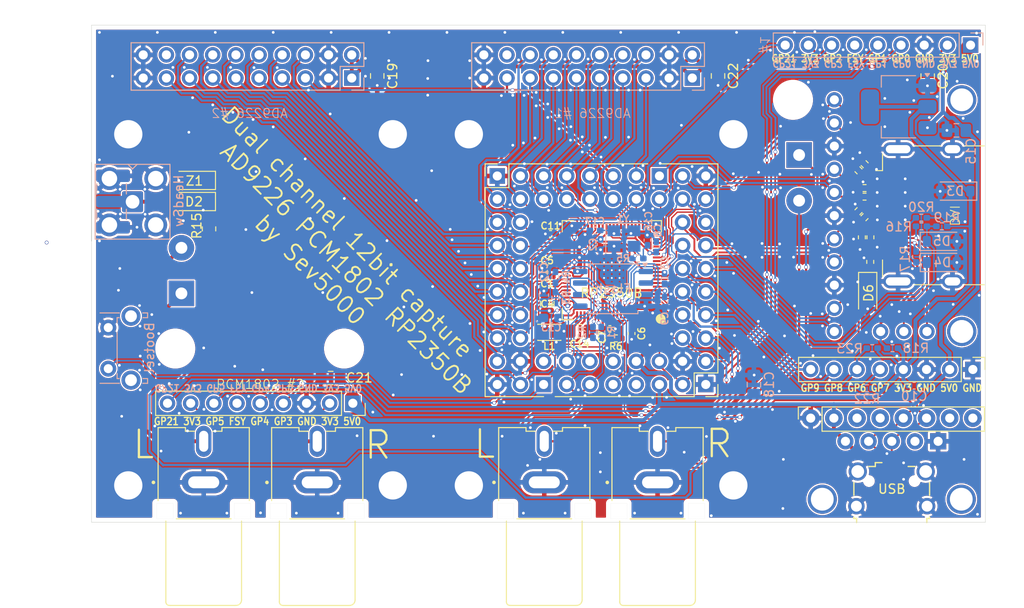
<source format=kicad_pcb>
(kicad_pcb (version 20240108) (generator "pcbnew") (generator_version "8.0")
  (layers (0 "F.Cu" signal) (31 "B.Cu" signal) (34 "B.Paste" user) (35 "F.Paste" user) (36 "B.SilkS" user "B.Silkscreen") (37 "F.SilkS" user "F.Silkscreen") (38 "B.Mask" user) (39 "F.Mask" user) (44 "Edge.Cuts" user))
  (net 0 "")
  (net 1 "/GPIO4")
  (net 2 "/CK-")
  (net 3 "/GPIO1")
  (net 4 "+1V1")
  (net 5 "GND")
  (net 6 "/GPIO3")
  (net 7 "/GPIO11")
  (net 8 "+3V3")
  (net 9 "VBUS")
  (net 10 "Net-(C16-Pad2)")
  (net 11 "/D2-")
  (net 12 "/GPIO10")
  (net 13 "/D0+")
  (net 14 "Net-(RP2350B1-USB_DM)")
  (net 15 "/D2+")
  (net 16 "/GPIO7")
  (net 17 "Net-(RP2350B1-XIN)")
  (net 18 "/GPIO6")
  (net 19 "/CK+")
  (net 20 "/GPIO9")
  (net 21 "/GPIO2")
  (net 22 "/D0-")
  (net 23 "Net-(D2-K)")
  (net 24 "/GPIO5")
  (net 25 "/GPIO8")
  (net 26 "/GPIO46")
  (net 27 "/GPIO40")
  (net 28 "Net-(RP2350B1-VREG_AVDD)")
  (net 29 "/GPIO41")
  (net 30 "/GPIO43")
  (net 31 "/GPIO42")
  (net 33 "/GPIO38")
  (net 35 "/GPIO31")
  (net 36 "/GPIO34")
  (net 37 "/GPIO39")
  (net 38 "/GPIO36")
  (net 39 "/GPIO45")
  (net 40 "/GPIO37")
  (net 41 "/GPIO44")
  (net 42 "/GPIO35")
  (net 43 "/GPIO33")
  (net 44 "/GPIO32")
  (net 45 "/GPIO30")
  (net 46 "/GPIO27")
  (net 47 "/GPIO21")
  (net 48 "/D1-")
  (net 49 "/GPIO20")
  (net 50 "/GPIO28")
  (net 51 "/GPIO23")
  (net 52 "/GPIO26")
  (net 53 "/GPIO22")
  (net 54 "/GPIO29")
  (net 55 "/GPIO25")
  (net 56 "/GPIO24")
  (net 57 "/D1+")
  (net 58 "/GPIO47")
  (net 59 "/ADC VREF")
  (net 60 "/SWDIO")
  (net 61 "/BOOTSEL")
  (net 63 "/L1")
  (net 64 "Net-(J14-HPD)")
  (net 65 "/SWCLK")
  (net 66 "Net-(RP2350B1-USB_DP)")
  (net 67 "/RUN")
  (net 68 "/3V3 EN")
  (net 69 "/GPIO0")
  (net 70 "Net-(J15-In)")
  (net 71 "Net-(J20-In)")
  (net 72 "Net-(RP2350B1-XOUT)")
  (net 73 "Net-(RP2350B1-QSPI_SS)")
  (net 74 "Net-(J6-D2+)")
  (net 75 "Net-(J6-D2-)")
  (net 76 "Net-(J6-D1+)")
  (net 77 "Net-(J6-D1-)")
  (net 78 "Net-(J6-D0+)")
  (net 79 "Net-(J6-D0-)")
  (net 80 "Net-(J6-CK+)")
  (net 81 "Net-(J6-CK-)")
  (net 82 "Net-(RP2350B1-QSPI_SD1)")
  (net 83 "Net-(RP2350B1-QSPI_SCLK)")
  (net 84 "Net-(RP2350B1-QSPI_SD3)")
  (net 85 "Net-(RP2350B1-QSPI_SD2)")
  (net 86 "Net-(RP2350B1-QSPI_SD0)")
  (net 89 "Net-(J7-3.3V)")
  (net 92 "Net-(J8-3.3V)")
  (net 93 "/L")
  (net 94 "Net-(D2-A)")
  (net 99 "Net-(J14-SCL)")
  (net 100 "Net-(J14-+5V)")
  (net 101 "Net-(J14-SDA)")
  (net 102 "Net-(J19-In)")
  (net 103 "/USB_D-")
  (net 104 "/USB_D+")
  (footprint "Resistor_SMD:R_0402_1005Metric_Pad0.72x0.64mm_HandSolder" (layer "F.Cu") (at 186.7529 92.3036)
    (property "Reference" "R10" (hide yes))
    (property "Value" "270" (hide yes))
  )
  (footprint "Capacitor_SMD:C_0805_2012Metric_Pad1.18x1.45mm_HandSolder" (layer "F.Cu") (at 193.675 79.0956 -90)
    (property "Reference" "C20")
    (property "Value" "100nF")
  )
  (footprint "Capacitor_SMD:C_0402_1005Metric_Pad0.74x0.62mm_HandSolder" (layer "F.Cu") (at 161.2174 107.308903 -90)
    (property "Reference" "C6")
    (property "Value" "100nF")
  )
  (footprint "Connector_Video:HDMI_A_Molex_208658-1001_Horizontal" (layer "F.Cu") (at 192.9578 94.3466)
    (property "Reference" "J6" (hide yes))
    (property "Value" "HDMI_A")
  )
  (footprint "RCJ-047:CUI_RCJ-047" (layer "F.Cu") (at 164.0586 127.626 -90)
    (property "Reference" "R")
    (property "Value" "R")
    (fp_line (start -1.7 5.15) (end 0 5.15) (stroke (width 0.01)) (layer "Edge.Cuts"))
    (fp_line (start 0 5.15) (end 0 3.35) (stroke (width 0.01)) (layer "Edge.Cuts"))
    (fp_line (start -1.7 3.35) (end -1.7 5.15) (stroke (width 0.01)) (layer "Edge.Cuts"))
    (fp_line (start 0 3.35) (end -1.7 3.35) (stroke (width 0.01)) (layer "Edge.Cuts"))
    (fp_line (start -1.7 -3.35) (end 0 -3.35) (stroke (width 0.01)) (layer "Edge.Cuts"))
    (fp_line (start 0 -3.35) (end 0 -5.15) (stroke (width 0.01)) (layer "Edge.Cuts"))
    (fp_line (start -1.7 -5.15) (end -1.7 -3.35) (stroke (width 0.01)) (layer "Edge.Cuts"))
    (fp_line (start 0 -5.15) (end -1.7 -5.15) (stroke (width 0.01)) (layer "Edge.Cuts"))
  )
  (footprint "Diode_SMD:D_SOD-123" (layer "F.Cu") (at 113.2322 92.837 180)
    (property "Reference" "D2")
    (property "Value" "D")
  )
  (footprint "Resistor_SMD:R_0402_1005Metric_Pad0.72x0.64mm_HandSolder" (layer "F.Cu") (at 186.7529 91.3638)
    (property "Reference" "R9" (hide yes))
    (property "Value" "270" (hide yes))
  )
  (footprint "Resistor_SMD:R_0805_2012Metric_Pad1.20x1.40mm_HandSolder" (layer "F.Cu") (at 114.8842 95.8342 -90)
    (property "Reference" "R15")
    (property "Value" "1k")
  )
  (footprint "Resistor_SMD:R_0402_1005Metric_Pad0.72x0.64mm_HandSolder" (layer "F.Cu") (at 186.089704 89.417304 -45)
    (property "Reference" "R8" (hide yes))
    (property "Value" "270" (hide yes))
  )
  (footprint "Custom Kicad Footprints:Adafruit DVI Breakout" (layer "F.Cu") (at 197.4088 94.3864 -90)
    (property "Reference" "DVI")
    (property "Value" "DVI Breakout")
  )
  (footprint "Diode_SMD:D_SOD-123" (layer "F.Cu") (at 187.0964 102.9706 -90)
    (property "Reference" "D6")
    (property "Value" "D_Zener3.3V")
  )
  (footprint "Resistor_SMD:R_0402_1005Metric_Pad0.72x0.64mm_HandSolder" (layer "F.Cu") (at 159.4902 107.842301 180)
    (property "Reference" "R6")
    (property "Value" "1k")
  )
  (footprint "RCJ-047:CUI_RCJ-047" (layer "F.Cu") (at 114.3 127.6218 -90)
    (property "Reference" "L")
    (property "Value" "L")
    (fp_line (start -1.7 5.15) (end 0 5.15) (stroke (width 0.01)) (layer "Edge.Cuts"))
    (fp_line (start 0 5.15) (end 0 3.35) (stroke (width 0.01)) (layer "Edge.Cuts"))
    (fp_line (start -1.7 3.35) (end -1.7 5.15) (stroke (width 0.01)) (layer "Edge.Cuts"))
    (fp_line (start 0 3.35) (end -1.7 3.35) (stroke (width 0.01)) (layer "Edge.Cuts"))
    (fp_line (start -1.7 -3.35) (end 0 -3.35) (stroke (width 0.01)) (layer "Edge.Cuts"))
    (fp_line (start 0 -3.35) (end 0 -5.15) (stroke (width 0.01)) (layer "Edge.Cuts"))
    (fp_line (start -1.7 -5.15) (end -1.7 -3.35) (stroke (width 0.01)) (layer "Edge.Cuts"))
    (fp_line (start 0 -5.15) (end -1.7 -5.15) (stroke (width 0.01)) (layer "Edge.Cuts"))
  )
  (footprint "Inductor_SMD:L_TDK_MLZ2012_h1.25mm" (layer "F.Cu") (at 152.192399 107.181903 180)
    (property "Reference" "L1")
    (property "Value" "3.3uH")
  )
  (footprint "Connector_PinHeader_2.54mm:PinHeader_1x08_P2.54mm_Vertical" (layer "F.Cu") (at 198.628 111.252 -90)
    (property "Reference" "GP9 GP8 GP6 GP7 3V3 GND 5V0 GND")
    (property "Value" "Aux Connector")
  )
  (footprint "Resistor_SMD:R_0402_1005Metric_Pad0.72x0.64mm_HandSolder" (layer "F.Cu") (at 187.395347 96.7619 90)
    (property "Reference" "R14" (hide yes))
    (property "Value" "270" (hide yes))
  )
  (footprint "Resistor_SMD:R_0402_1005Metric_Pad0.72x0.64mm_HandSolder" (layer "F.Cu") (at 187.3758 99.4543 -90)
    (property "Reference" "R21" (hide yes))
    (property "Value" "27R4" (hide yes))
  )
  (footprint "Capacitor_SMD:C_0805_2012Metric_Pad1.18x1.45mm_HandSolder" (layer "F.Cu") (at 128.2192 112.1918 180)
    (property "Reference" "C21")
    (property "Value" "100nF")
  )
  (footprint "Connector_PinHeader_2.54mm:PinHeader_2x06_P2.54mm_Vertical" (layer "F.Cu") (at 164.2654 90.036902 -90)
    (property "Reference" "J3" (hide yes))
    (property "Value" "PGA2350 Bottom")
  )
  (footprint "Custom Kicad Footprints:PCM1802 PCB" (layer "F.Cu") (at 130.651546 114.955231 -90)
    (property "Reference" "PCM1802 #2")
    (property "Value" "PCM1802 #2")
  )
  (footprint "RP2350:RP2350B_QFN-80_EP_10.573x10.573_Pitch0.4mm" (layer "F.Cu") (at 159.043 100.369 180)
    (property "Reference" "RP2350B")
    (property "Value" "RP2350B-QFN80")
  )
  (footprint "Capacitor_SMD:C_0402_1005Metric_Pad0.74x0.62mm_HandSolder" (layer "F.Cu") (at 151.946401 101.035102 180)
    (property "Reference" "C1")
    (property "Value" "100nF")
  )
  (footprint "Connector_PinHeader_2.54mm:PinHeader_2x10_P2.54mm_Vertical" (layer "F.Cu") (at 146.4854 90.036902)
    (property "Reference" "J2" (hide yes))
    (property "Value" "PGA2350 Right")
  )
  (footprint "Resistor_SMD:R_0402_1005Metric_Pad0.72x0.64mm_HandSolder" (layer "F.Cu") (at 186.089704 93.894496 45)
    (property "Reference" "R11" (hide yes))
    (property "Value" "270" (hide yes))
  )
  (footprint "RCJ-047:CUI_RCJ-047" (layer "F.Cu") (at 151.638 127.6218 -90)
    (property "Reference" "L")
    (property "Value" "L")
    (fp_line (start -1.7 5.15) (end 0 5.15) (stroke (width 0.01)) (layer "Edge.Cuts"))
    (fp_line (start 0 5.15) (end 0 3.35) (stroke (width 0.01)) (layer "Edge.Cuts"))
    (fp_line (start -1.7 3.35) (end -1.7 5.15) (stroke (width 0.01)) (layer "Edge.Cuts"))
    (fp_line (start 0 3.35) (end -1.7 3.35) (stroke (width 0.01)) (layer "Edge.Cuts"))
    (fp_line (start -1.7 -3.35) (end 0 -3.35) (stroke (width 0.01)) (layer "Edge.Cuts"))
    (fp_line (start 0 -3.35) (end 0 -5.15) (stroke (width 0.01)) (layer "Edge.Cuts"))
    (fp_line (start -1.7 -5.15) (end -1.7 -3.35) (stroke (width 0.01)) (layer "Edge.Cuts"))
    (fp_line (start 0 -5.15) (end -1.7 -5.15) (stroke (width 0.01)) (layer "Edge.Cuts"))
  )
  (footprint "Capacitor_SMD:C_0805_2012Metric_Pad1.18x1.45mm_HandSolder" (layer "F.Cu") (at 133.3246 79.0702 -90)
    (property "Reference" "C19")
    (property "Value" "100nF")
  )
  (footprint "Custom Kicad Footprints:Adafruit USB C and Micro Breakout" (layer "F.Cu") (at 189.738 116.586)
    (property "Reference" "J11" (hide yes))
    (property "Value" "Adafruit USB-C and Micro Breakout" (hide yes))
  )
  (footprint "Capacitor_SMD:C_0805_2012Metric_Pad1.18x1.45mm_HandSolder" (layer "F.Cu") (at 151.971801 104.032302 90)
    (property "Reference" "C4")
    (property "Value" "10uF")
  )
  (footprint "Diode_SMD:D_SOD-123" (layer "F.Cu") (at 113.2322 90.5256 180)
    (property "Reference" "Z1")
    (property "Value" "D_Zener3.3V")
  )
  (footprint "Capacitor_SMD:C_0805_2012Metric_Pad1.18x1.45mm_HandSolder" (layer "F.Cu") (at 155.502398 107.054903 180)
    (property "Reference" "C14")
    (property "Value" "10uF")
  )
  (footprint "RCJ-047:CUI_RCJ-047" (layer "F.Cu") (at 126.746 127.626 -90)
    (property "Reference" "R")
    (property "Value" "R")
    (fp_line (start -1.7 5.15) (end 0 5.15) (stroke (width 0.01)) (layer "Edge.Cuts"))
    (fp_line (start 0 5.15) (end 0 3.35) (stroke (width 0.01)) (layer "Edge.Cuts"))
    (fp_line (start -1.7 3.35) (end -1.7 5.15) (stroke (width 0.01)) (layer "Edge.Cuts"))
    (fp_line (start 0 3.35) (end -1.7 3.35) (stroke (width 0.01)) (layer "Edge.Cuts"))
    (fp_line (start -1.7 -3.35) (end 0 -3.35) (stroke (width 0.01)) (layer "Edge.Cuts"))
    (fp_line (start 0 -3.35) (end 0 -5.15) (stroke (width 0.01)) (layer "Edge.Cuts"))
    (fp_line (start -1.7 -5.15) (end -1.7 -3.35) (stroke (width 0.01)) (layer "Edge.Cuts"))
    (fp_line (start 0 -5.15) (end -1.7 -5.15) (stroke (width 0.01)) (layer "Edge.Cuts"))
  )
  (footprint "Capacitor_SMD:C_0402_1005Metric_Pad0.74x0.62mm_HandSolder" (layer "F.Cu") (at 152.327401 96.386901 180)
    (property "Reference" "C11")
    (property "Value" "100nF")
  )
  (footprint "Capacitor_SMD:C_0402_1005Metric_Pad0.74x0.62mm_HandSolder" (layer "F.Cu") (at 158.829799 106.800901)
    (property "Reference" "C7")
    (property "Value" "100nF")
  )
  (footprint "Resistor_SMD:R_0402_1005Metric_Pad0.72x0.64mm_HandSolder" (layer "F.Cu") (at 186.4614 96.7619 90)
    (property "Reference" "R13" (hide yes))
    (property "Value" "270" (hide yes))
  )
  (footprint "Connector_PinHeader_2.54mm:PinHeader_2x10_P2.54mm_Vertical" (layer "F.Cu") (at 169.3454 112.896902 180)
    (property "Reference" "J1" (hide yes))
    (property "Value" "PGA2350 Left")
  )
  (footprint "Resistor_SMD:R_0402_1005Metric_Pad0.72x0.64mm_HandSolder" (layer "F.Cu") (at 186.7662 88.7476 -45)
    (property "Reference" "R7" (hide yes))
    (property "Value" "270" (hide yes))
  )
  (footprint "Capacitor_SMD:C_0805_2012Metric_Pad1.18x1.45mm_HandSolder" (layer "F.Cu") (at 170.688 79.0702 -90)
    (property "Reference" "C22")
    (property "Value" "100nF")
  )
  (footprint "Connector_PinHeader_2.54mm:PinHeader_2x06_P2.54mm_Vertical" (layer "F.Cu") (at 151.565402 112.896903 90)
    (property "Reference" "J4" (hide yes))
    (property "Value" "PGA2350 Top")
  )
  (footprint "Resistor_SMD:R_0402_1005Metric_Pad0.72x0.64mm_HandSolder" (layer "F.Cu") (at 186.750104 94.554896 45)
    (property "Reference" "R12" (hide yes))
    (property "Value" "270" (hide yes))
  )
  (footprint "Capacitor_SMD:C_0402_1005Metric_Pad0.74x0.62mm_HandSolder" (layer "F.Cu") (at 151.946403 100.146102 180)
    (property "Reference" "C5")
    (property "Value" "100nF")
  )
  (footprint "Connector_USB:USB_Micro-B_Wuerth_629105150521_CircularHoles" (layer "F.Cu") (at 189.733 124.288)
    (property "Reference" "USB")
    (property "Value" "USB_B_Micro")
  )
  (footprint "Resistor_SMD:R_0402_1005Metric_Pad0.72x0.64mm_HandSolder" (layer "B.Cu") (at 189.8142 108.9152)
    (property "Reference" "R18")
    (property "Value" "27R4")
  )
  (footprint "Connector_Coaxial:SMA_Samtec_SMA-J-P-H-ST-EM1_EdgeMount" (layer "B.Cu") (at 104.111199 92.8458 180)
    (property "Reference" "HeadSw")
    (property "Value" "SMAEdge")
  )
  (footprint "Package_SO:SOIC-8_5.23x5.23mm_P1.27mm" (layer "B.Cu") (at 159.185401 102.406701 180)
    (property "Reference" "Flash")
    (property "Value" "W25Q128JVS")
  )
  (footprint "Resistor_SMD:R_0402_1005Metric_Pad0.72x0.64mm_HandSolder" (layer "B.Cu") (at 195.2244 95.5548)
    (property "Reference" "R19")
    (property "Value" "2k2")
  )
  (footprint "Capacitor_SMD:C_0402_1005Metric_Pad0.74x0.62mm_HandSolder" (layer "B.Cu") (at 163.909799 97.809303 90)
    (property "Reference" "C8")
    (property "Value" "100nF")
  )
  (footprint "Package_TO_SOT_SMD:SOT-223-3_TabPin2" (layer "B.Cu") (at 190.5 82.4484 180)
    (property "Reference" "U1" (hide yes))
    (property "Value" "NCP1117-3.3_SOT223")
  )
  (footprint "Capacitor_SMD:C_0402_1005Metric_Pad0.74x0.62mm_HandSolder" (layer "B.Cu") (at 157.813799 97.555301 -90)
    (property "Reference" "C2")
    (property "Value" "100nF")
  )
  (footprint "Capacitor_SMD:C_0805_2012Metric_Pad1.18x1.45mm_HandSolder" (layer "B.Cu") (at 174.625 112.903 90)
    (property "Reference" "C18")
    (property "Value" "4.7uF")
  )
  (footprint "Custom Kicad Footprints:AD9226 PCB" (layer "B.Cu") (at 167.8986 78.0288 90)
    (property "Reference" "AD9226 #1")
    (property "Value" "AD9226 #1")
  )
  (footprint "Resistor_SMD:R_0402_1005Metric_Pad0.72x0.64mm_HandSolder" (layer "B.Cu") (at 192.9771 94.615 180)
    (property "Reference" "R20")
    (property "Value" "2k2")
  )
  (footprint "Crystal:Crystal_SMD_Abracon_ABM8G-4Pin_3.2x2.5mm" (layer "B.Cu") (at 160.379203 96.894902)
    (property "Reference" "Y1")
    (property "Value" "ABM8-272-T3")
  )
  (footprint "Resistor_SMD:R_0402_1005Metric_Pad0.72x0.64mm_HandSolder" (layer "B.Cu") (at 156.9756 107.181903 -90)
    (property "Reference" "R2")
    (property "Value" "27R4")
  )
  (footprint "Resistor_SMD:R_0402_1005Metric_Pad0.72x0.64mm_HandSolder" (layer "B.Cu") (at 187.5911 108.9152 180)
    (property "Reference" "R23")
    (property "Value" "2k2")
  )
  (footprint "Connector_Coaxial:SMA_Amphenol_901-143_Horizontal" (layer "B.Cu") (at 106.5022 92.8624 -90)
    (property "Reference" "J12" (hide yes))
    (property "Value" "SMA90")
    (fp_line (start -4.3 4.5) (end 4.3 4.5) (stroke (width 0.1)) (layer "Edge.Cuts"))
  )
  (footprint "Resistor_SMD:R_0402_1005Metric_Pad0.72x0.64mm_HandSolder" (layer "B.Cu") (at 192.405 98.9076 90)
    (property "Reference" "R17")
    (property "Value" "27R4" (hide yes))
  )
  (footprint "Capacitor_SMD:C_0402_1005Metric_Pad0.74x0.62mm_HandSolder" (layer "B.Cu") (at 157.2042 96.005903 180)
    (property "Reference" "C17")
    (property "Value" "15pF")
  )
  (footprint "Resistor_SMD:R_0402_1005Metric_Pad0.72x0.64mm_HandSolder" (layer "B.Cu") (at 157.890001 107.181903 -90)
    (property "Reference" "R1")
    (property "Value" "27R4")
  )
  (footprint "Diode_SMD:D_SOD-123" (layer "B.Cu") (at 195.2234 99.5172)
    (property "Reference" "D4")
    (property "Value" "D_Zener3.3V")
  )
  (footprint "Resistor_SMD:R_0402_1005Metric_Pad0.72x0.64mm_HandSolder" (layer "B.Cu") (at 192.9892 95.5548 180)
    (property "Reference" "R16")
    (property "Value" "27R4" (hide yes))
  )
  (footprint "Capacitor_SMD:C_0402_1005Metric_Pad0.74x0.62mm_HandSolder" (layer "B.Cu") (at 164.824199 101.289103 -90)
    (property "Reference" "C3")
    (property "Value" "100nF")
  )
  (footprint "Resistor_SMD:R_0402_1005Metric_Pad0.72x0.64mm_HandSolder" (layer "B.Cu") (at 152.860801 103.371901 90)
    (property "Reference" "R3")
    (property "Value" "27R4")
  )
  (footprint "Custom Kicad Footprints:PCM1802 PCB" (layer "B.Cu") (at 198.374 75.692 90)
    (property "Reference" "#1")
    (property "Value" "PCM1802 #1")
  )
  (footprint "Resistor_SMD:R_0402_1005Metric_Pad0.72x0.64mm_HandSolder" (layer "B.Cu") (at 187.0202 113.3094)
    (property "Reference" "R22")
    (property "Value" "2k2")
  )
  (footprint "Diode_SMD:D_SOD-123" (layer "B.Cu") (at 196.6976 91.694 180)
    (property "Reference" "D3")
    (property "Value" "D_Zener3.3V")
  )
  (footprint "Capacitor_SMD:C_0402_1005Metric_Pad0.74x0.62mm_HandSolder" (layer "B.Cu") (at 162.944598 97.072701 -90)
    (property "Reference" "C16")
    (property "Value" "15pF")
  )
  (footprint "Capacitor_SMD:C_0603_1608Metric_Pad1.08x0.95mm_HandSolder" (layer "B.Cu") (at 151.590799 103.093601 90)
    (property "Reference" "C12")
    (property "Value" "2.2uF")
  )
  (footprint "Custom Kicad Footprints:AD9226 PCB" (layer "B.Cu") (at 130.5606 78.0288 90)
    (property "Reference" "AD9226 #2")
    (property "Value" "AD9226 #2")
  )
  (footprint "Capacitor_SMD:C_0402_1005Metric_Pad0.74x0.62mm_HandSolder" (layer "B.Cu") (at 192.1931 113.03)
    (property "Reference" "C10")
    (property "Value" "100nF")
  )
  (footprint "Button_Switch_THT:SW_Tactile_SPST_Angled_PTS645Vx58-2LFS" (layer "B.Cu") (at 103.8365 106.66 -90)
    (property "Reference" "Bootsel")
    (property "Value" "SW_Push")
  )
  (footprint "Diode_SMD:D_SOD-123" (layer "B.Cu") (at 195.2244 97.2058)
    (property "Reference" "D5")
    (property "Value" "D_Zener3.3V")
  )
  (footprint "Capacitor_SMD:C_0402_1005Metric_Pad0.74x0.62mm_HandSolder" (layer "B.Cu") (at 164.824201 103.863202 -90)
    (property "Reference" "C9")
    (property "Value" "100nF")
  )
  (footprint "Capacitor_SMD:C_0805_2012Metric_Pad1.18x1.45mm_HandSolder" (layer "B.Cu") (at 196.8246 85.0392 180)
    (property "Reference" "C15")
    (property "Value" "10uF")
  )
  (footprint "Resistor_SMD:R_0402_1005Metric_Pad0.72x0.64mm_HandSolder" (layer "B.Cu") (at 161.903199 99.079302)
    (property "Reference" "R5")
    (property "Value" "1k")
  )
  (footprint "Resistor_SMD:R_0402_1005Metric_Pad0.72x0.64mm_HandSolder" (layer "B.Cu") (at 152.8608 101.148804 90)
    (property "Reference" "R4")
    (property "Value" "220")
  )
  (footprint "Capacitor_SMD:C_0603_1608Metric_Pad1.08x0.95mm_HandSolder" (layer "B.Cu") (at 152.402502 105.607101 180)
    (property "Reference" "C13")
    (property "Value" "2.2uF")
  )
  (gr_line (start 102 128) (end 200 128) (stroke (width 0.05)) (layer "Edge.Cuts"))
  (gr_line (start 199.9996 73.5) (end 102 73.5) (stroke (width 0.05)) (layer "Edge.Cuts"))
  (gr_line (start 102 73.5) (end 102 128) (stroke (width 0.05)) (layer "Edge.Cuts"))
  (gr_line (start 200 128) (end 200 73.5) (stroke (width 0.05)) (layer "Edge.Cuts"))
  (gr_text "GP21 3V3 GP2 FSY GP1 GP0 GND 3V3 5V0" (at 188.0108 77.6732 180) (layer "B.SilkS") (effects (font (size 0.8 0.69)) (justify mirror)))
  (gr_text "GP21 3V3 GP5 FSY GP4 GP3 GND 3V3 5V0" (at 120.2944 113.284 180) (layer "B.SilkS") (effects (font (size 0.8 0.69)) (justify mirror)))
  (gr_text "Dual channel 12bit capture\n  AD9226 PCM1802 RP2350B\n        by Sev5000" (at 111.76 87.63 315) (layer "F.SilkS") (effects (font (size 1.8 1.8) (thickness 0.2)) (justify left bottom)))
  (gr_text "GP21 3V3 GP5 FSY GP4 GP3 GND 3V3 5V0" (at 120.1928 116.9416 0) (layer "F.SilkS") (effects (font (size 0.8 0.69))))
  (gr_text "GP21 3V3 GP2 FSY GP1 GP0 GND 3V3 5V0" (at 187.9092 77.1652 0) (layer "F.SilkS") (effects (font (size 0.8 0.69))))
  (via (at 97.0788 97.3328) (size 0.4) (drill 0.3) (layers "F.Cu" "B.Cu") (net 0))
  (segment (start 165.535403 105.302302) (end 164.402099 104.169) (width 0.15) (layer "F.Cu") (net 1))
  (segment (start 162.769642 115.824) (end 170.2054 115.824) (width 0.2) (layer "F.Cu") (net 1))
  (segment (start 172.2374 113.792) (end 172.2374 111.76) (width 0.2) (layer "F.Cu") (net 1))
  (segment (start 165.535401 105.657903) (end 165.535403 105.302302) (width 0.15) (layer "F.Cu") (net 1))
  (segment (start 164.402099 104.169) (end 163.939501 104.169001) (width 0.15) (layer "F.Cu") (net 1))
  (segment (start 168.0754 106.546901) (end 166.424399 106.546901) (width 0.15) (layer "F.Cu") (net 1))
  (segment (start 122.1994 113.2332) (end 122.1994 113.247377) (width 0.2) (layer "F.Cu") (net 1))
  (segment (start 169.345402 107.816901) (end 168.0754 106.546901) (width 0.15) (layer "F.Cu") (net 1))
  (segment (start 122.1994 113.247377) (end 120.491546 114.955231) (width 0.2) (layer "F.Cu") (net 1))
  (segment (start 166.424399 106.546901) (end 165.535401 105.657903) (width 0.15) (layer "F.Cu") (net 1))
  (segment (start 170.2054 115.824) (end 172.2374 113.792) (width 0.2) (layer "F.Cu") (net 1))
  (segment (start 162.751441 115.805799) (end 162.769642 115.824) (width 0.2) (layer "F.Cu") (net 1))
  (via (at 162.751441 115.805799) (size 0.4) (drill 0.3) (layers "F.Cu" "B.Cu") (net 1))
  (via (at 122.1994 113.2332) (size 0.4) (drill 0.3) (layers "F.Cu" "B.Cu") (net 1))
  (via (at 172.2374 111.76) (size 0.4) (drill 0.3) (layers "F.Cu" "B.Cu") (net 1))
  (segment (start 170.656503 107.816903) (end 169.3454 107.816903) (width 0.2) (layer "B.Cu") (net 1))
  (segment (start 131.826 113.2332) (end 122.1994 113.2332) (width 0.2) (layer "B.Cu") (net 1))
  (segment (start 172.2374 109.3978) (end 170.656503 107.816903) (width 0.2) (layer "B.Cu") (net 1))
  (segment (start 162.751441 115.805799) (end 162.750242 115.8046) (width 0.2) (layer "B.Cu") (net 1))
  (segment (start 172.2374 111.76) (end 172.2374 109.3978) (width 0.2) (layer "B.Cu") (net 1))
  (segment (start 162.750242 115.8046) (end 134.3974 115.8046) (width 0.2) (layer "B.Cu") (net 1))
  (segment (start 134.3974 115.8046) (end 131.826 113.2332) (width 0.2) (layer "B.Cu") (net 1))
  (segment (start 164.752301 98.6729) (end 164.4562 98.969) (width 0.15) (layer "F.Cu") (net 2))
  (segment (start 164.4562 98.969) (end 163.939501 98.969) (width 0.15) (layer "F.Cu") (net 2))
  (segment (start 185.5216 105.0036) (end 183.4388 107.0864) (width 0.2) (layer "F.Cu") (net 2))
  (segment (start 185.5216 99.5172) (end 185.5216 105.0036) (width 0.2) (layer "F.Cu") (net 2))
  (segment (start 187.395347 97.643453) (end 185.5216 99.5172) (width 0.2) (layer "F.Cu") (net 2))
  (segment (start 187.395347 97.3594) (end 187.395347 97.643453) (width 0.2) (layer "F.Cu") (net 2))
  (via (at 164.752301 98.6729) (size 0.4) (drill 0.3) (layers "F.Cu" "B.Cu") (net 2))
  (segment (start 166.8054 92.576902) (end 168.0718 93.843302) (width 0.2) (layer "B.Cu") (net 2))
  (segment (start 166.1196 93.4659) (end 166.119599 93.262701) (width 0.15) (layer "B.Cu") (net 2))
  (segment (start 169.8244 96.3676) (end 179.4764 106.0196) (width 0.2) (layer "B.Cu") (net 2))
  (segment (start 168.8592 96.3676) (end 169.8244 96.3676) (width 0.2) (layer "B.Cu") (net 2))
  (segment (start 182.372 106.0196) (end 183.4388 107.0864) (width 0.2) (layer "B.Cu") (net 2))
  (segment (start 164.849601 95.472502) (end 164.849598 94.735902) (width 0.15) (layer "B.Cu") (net 2))
  (segment (start 179.4764 106.0196) (end 182.372 106.0196) (width 0.2) (layer "B.Cu") (net 2))
  (segment (start 166.119599 93.262701) (end 166.805401 92.576903) (width 0.15) (layer "B.Cu") (net 2))
  (segment (start 165.001999 98.423201) (end 165.002 95.6249) (width 0.15) (layer "B.Cu") (net 2))
  (segment (start 165.002 95.6249) (end 164.849601 95.472502) (width 0.15) (layer "B.Cu") (net 2))
  (segment (start 168.0718 95.5802) (end 168.8592 96.3676) (width 0.2) (layer "B.Cu") (net 2))
  (segment (start 164.752301 98.6729) (end 165.001999 98.423201) (width 0.15) (layer "B.Cu") (net 2))
  (segment (start 168.0718 93.843302) (end 168.0718 95.5802) (width 0.2) (layer "B.Cu") (net 2))
  (segment (start 164.849598 94.735902) (end 166.1196 93.4659) (width 0.15) (layer "B.Cu") (net 2))
  (segment (start 168.069302 111.633) (end 166.8054 112.896902) (width 0.2) (layer "F.Cu") (net 3))
  (segment (start 165.5354 111.626902) (end 165.5354 109.594903) (width 0.15) (layer "F.Cu") (net 3))
  (segment (start 176.5046 87.847998) (end 176.511999 87.840599) (width 0.2) (layer "F.Cu") (net 3))
  (segment (start 176.5046 106.0196) (end 170.8912 111.633) (width 0.2) (layer "F.Cu") (net 3))
  (segment (start 166.805399 112.8969) (end 165.5354 111.626902) (width 0.15) (layer "F.Cu") (net 3))
  (segment (start 176.504601 92.101328) (end 176.5046 92.101327) (width 0.2) (layer "F.Cu") (net 3))
  (segment (start 162.043001 106.102501) (end 162.042999 105.2655) (width 0.15) (layer "F.Cu") (net 3))
  (segment (start 170.8912 111.633) (end 168.069302 111.633) (width 0.2) (layer "F.Cu") (net 3))
  (segment (start 165.5354 109.594903) (end 162.043001 106.102501) (width 0.15) (layer "F.Cu") (net 3))
  (segment (start 176.505029 101.143086) (end 176.5046 101.143515) (width 0.2) (layer "F.Cu") (net 3))
  (segment (start 176.5046 92.101327) (end 176.5046 87.847998) (width 0.2) (layer "F.Cu") (net 3))
  (segment (start 176.5046 101.143515) (end 176.5046 106.0196) (width 0.2) (layer "F.Cu") (net 3))
  (via (at 176.504601 92.101328) (size 0.4) (drill 0.3) (layers "F.Cu" "B.Cu") (net 3))
  (via (at 176.505029 101.143086) (size 0.4) (drill 0.3) (layers "F.Cu" "B.Cu") (net 3))
  (via (at 176.511999 87.840599) (size 0.4) (drill 0.3) (layers "F.Cu" "B.Cu") (net 3))
  (segment (start 176.53 83.706026) (end 175.991 83.167026) (width 0.2) (layer "B.Cu") (net 3))
  (segment (start 176.504601 92.101328) (end 176.5046 92.101329) (width 0.2) (layer "B.Cu") (net 3))
  (segment (start 175.991 80.295) (end 177.45 78.836) (width 0.2) (layer "B.Cu") (net 3))
  (segment (start 176.511999 87.840599) (end 176.53 87.822598) (width 0.2) (layer "B.Cu") (net 3))
  (segment (start 185.07 78.836) (end 188.214 75.692) (width 0.2) (layer "B.Cu") (net 3))
  (segment (start 176.5046 101.142657) (end 176.505029 101.143086) (width 0.2) (layer "B.Cu") (net 3))
  (segment (start 176.5046 92.101329) (end 176.5046 101.142657) (width 0.2) (layer "B.Cu") (net 3))
  (segment (start 176.53 87.822598) (end 176.53 83.706026) (width 0.2) (layer "B.Cu") (net 3))
  (segment (start 177.45 78.836) (end 185.07 78.836) (width 0.2) (layer "B.Cu") (net 3))
  (segment (start 175.991 83.167026) (end 175.991 80.295) (width 0.2) (layer "B.Cu") (net 3))
  (segment (start 164.818095 100.569002) (end 163.939499 100.569) (width 0.2) (layer "F.Cu") (net 4))
  (segment (start 159.902181 97.233102) (end 158.059101 97.233102) (width 0.2) (layer "F.Cu") (net 4))
  (segment (start 164.835451 100.586358) (end 164.818095 100.569002) (width 0.2) (layer "F.Cu") (net 4))
  (segment (start 151.692401 106.521503) (end 151.946401 106.267504) (width 0.5) (layer "F.Cu") (net 4))
  (segment (start 154.1465 100.569) (end 153.098299 100.569) (width 0.2) (layer "F.Cu") (net 4))
  (segment (start 153.098299 100.569) (end 152.581401 101.085903) (width 0.2) (layer "F.Cu") (net 4))
  (segment (start 151.946401 106.267504) (end 151.9464 105.425402) (width 0.5) (layer "F.Cu") (net 4))
  (segment (start 155.892999 100.335462) (end 155.892999 100.761921) (width 0.2) (layer "F.Cu") (net 4))
  (segment (start 152.581401 101.085903) (end 152.5734 101.085903) (width 0.2) (layer "F.Cu") (net 4))
  (segment (start 154.786501 100.979601) (end 154.786501 100.751002) (width 0.2) (layer "F.Cu") (net 4))
  (segment (start 154.8674 104.745923) (end 154.867402 105.073702) (width 0.2) (layer "F.Cu") (net 4))
  (segment (start 156.713179 104.616503) (end 154.996821 104.616501) (width 0.2) (layer "F.Cu") (net 4))
  (segment (start 156.843001 104.746325) (end 156.713179 104.616503) (width 0.2) (layer "F.Cu") (net 4))
  (segment (start 156.843001 105.265504) (end 156.843001 104.746325) (width 0.2) (layer "F.Cu") (net 4))
  (segment (start 160.993 98.323921) (end 159.902181 97.233102) (width 0.2) (layer "F.Cu") (net 4))
  (segment (start 152.042884 105.328918) (end 151.9464 105.425402) (width 0.2) (layer "F.Cu") (net 4))
  (segment (start 160.993001 98.829503) (end 160.993 98.323921) (width 0.2) (layer "F.Cu") (net 4))
  (segment (start 162.732502 100.569001) (end 160.993001 98.829503) (width 0.2) (layer "F.Cu") (net 4))
  (segment (start 163.939499 100.569) (end 162.732502 100.569001) (width 0.2) (layer "F.Cu") (net 4))
  (segment (start 154.996821 104.616501) (end 154.8674 104.745923) (width 0.2) (layer "F.Cu") (net 4))
  (segment (start 155.603218 101.051702) (end 154.858602 101.051702) (width 0.2) (layer "F.Cu") (net 4))
  (segment (start 156.043001 98.3234) (end 156.043001 100.18546) (width 0.2) (layer "F.Cu") (net 4))
  (segment (start 154.858602 101.051702) (end 154.786501 100.979601) (width 0.2) (layer "F.Cu") (net 4))
  (segment (start 154.604503 100.569002) (end 154.1465 100.569) (width 0.2) (layer "F.Cu") (net 4))
  (segment (start 151.971801 105.069802) (end 151.971801 105.030395) (width 0.2) (layer "F.Cu") (net 4))
  (segment (start 151.6924 107.181903) (end 151.692401 106.521503) (width 0.5) (layer "F.Cu") (net 4))
  (segment (start 156.043001 100.18546) (end 155.892999 100.335462) (width 0.2) (layer "F.Cu") (net 4))
  (segment (start 155.892999 100.761921) (end 155.603218 101.051702) (width 0.2) (layer "F.Cu") (net 4))
  (segment (start 154.612186 105.328918) (end 152.042884 105.328918) (width 0.2) (layer "F.Cu") (net 4))
  (segment (start 154.867402 105.073702) (end 154.612186 105.328918) (width 0.2) (layer "F.Cu") (net 4))
  (segment (start 154.786501 100.751002) (end 154.604503 100.569002) (width 0.2) (layer "F.Cu") (net 4))
  (segment (start 158.059101 97.233102) (end 157.8138 96.987801) (width 0.2) (layer "F.Cu") (net 4))
  (segment (start 158.443 96.358603) (end 158.443 95.472502) (width 0.2) (layer "F.Cu") (net 4))
  (segment (start 151.971801 105.030395) (end 152.187246 104.81495) (width 0.2) (layer "F.Cu") (net 4))
  (segment (start 157.8138 96.987801) (end 158.443 96.358603) (width 0.2) (layer "F.Cu") (net 4))
  (via (at 156.043001 98.3234) (size 0.5) (drill 0.3) (layers "F.Cu" "B.Cu") (net 4))
  (via (at 151.692401 106.521503) (size 0.5) (drill 0.3) (layers "F.Cu" "B.Cu") (net 4))
  (via (at 164.835451 100.586358) (size 0.5) (drill 0.3) (layers "F.Cu" "B.Cu") (net 4))
  (via (at 157.8138 96.987801) (size 0.5) (drill 0.3) (layers "F.Cu" "B.Cu") (net 4))
  (via (at 152.187246 104.81495) (size 0.5) (drill 0.3) (layers "F.Cu" "B.Cu") (net 4))
  (segment (start 164.835451 100.710352) (end 164.824204 100.721603) (width 0.2) (layer "B.Cu") (net 4))
  (segment (start 156.043001 98.3234) (end 152.503196 98.3234) (width 0.2) (layer "B.Cu") (net 4))
  (segment (start 152.503196 98.3234) (end 150.865799 99.960797) (width 0.2) (layer "B.Cu") (net 4))
  (segment (start 150.865799 99.960797) (end 150.865799 104.582107) (width 0.2) (layer "B.Cu") (net 4))
  (segment (start 156.043001 98.312599) (end 157.367799 96.987801) (width 0.2) (layer "B.Cu") (net 4))
  (segment (start 157.367799 96.987801) (end 157.8138 96.987801) (width 0.2) (layer "B.Cu") (net 4))
  (segment (start 164.835451 100.586358) (end 164.835451 100.710352) (width 0.2) (layer "B.Cu") (net 4))
  (segment (start 156.043001 98.3234) (end 156.043001 98.312599) (width 0.2) (layer "B.Cu") (net 4))
  (segment (start 150.865799 104.582107) (end 151.098642 104.81495) (width 0.2) (layer "B.Cu") (net 4))
  (segment (start 151.098642 104.81495) (end 152.187246 104.81495) (width 0.2) (layer "B.Cu") (net 4))
  (segment (start 189.6728 94.8466) (end 188.159363 94.8466) (width 0.2) (layer "F.Cu") (net 5))
  (segment (start 161.217401 107.876401) (end 161.217401 107.9439) (width 0.2) (layer "F.Cu") (net 5))
  (segment (start 189.6728 91.8466) (end 188.1378 91.8466) (width 0.2) (layer "F.Cu") (net 5))
  (segment (start 189.6728 93.3466) (end 191.2096 93.3466) (width 0.2) (layer "F.Cu") (net 5))
  (segment (start 159.287003 99.274997) (end 159.043 99.519) (width 0.2) (layer "F.Cu") (net 5))
  (segment (start 153.797 107.054903) (end 153.874028 106.977875) (width 0.2) (layer "F.Cu") (net 5))
  (segment (start 125.571547 113.801953) (end 127.1817 112.1918) (width 0.42) (layer "F.Cu") (net 5))
  (segment (start 188.159363 94.8466) (end 188.156099 94.849864) (width 0.2) (layer "F.Cu") (net 5))
  (segment (start 191.261118 97.8466) (end 189.6728 97.8466) (width 0.2) (layer "F.Cu") (net 5))
  (segment (start 191.211 91.8466) (end 191.2112 91.8464) (width 0.2) (layer "F.Cu") (net 5))
  (segment (start 151.3789 100.146103) (end 151.387601 100.146102) (width 0.2) (layer "F.Cu") (net 5))
  (segment (start 189.6728 93.3466) (end 188.144118 93.3466) (width 0.2) (layer "F.Cu") (net 5))
  (segment (start 189.6728 90.3466) (end 188.1378 90.3466) (width 0.2) (layer "F.Cu") (net 5))
  (segment (start 125.571547 114.955231) (end 125.571547 113.801953) (width 0.42) (layer "F.Cu") (net 5))
  (segment (start 187.0964 104.6206) (end 187.0964 104.5972) (width 0.25) (layer "F.Cu") (net 5))
  (segment (start 151.590801 102.648303) (end 151.590801 102.944003) (width 0.2) (layer "F.Cu") (net 5))
  (segment (start 191.033 121.4886) (end 191.0334 121.4882) (width 0.2) (layer "F.Cu") (net 5))
  (segment (start 189.6728 91.8466) (end 191.211 91.8466) (width 0.2) (layer "F.Cu") (net 5))
  (segment (start 155.643 105.799773) (end 154.464898 106.977875) (width 0.2) (layer "F.Cu") (net 5))
  (segment (start 189.6728 90.3466) (end 191.21 90.3466) (width 0.2) (layer "F.Cu") (net 5))
  (segment (start 191.2096 93.3466) (end 191.2112 93.345) (width 0.2) (layer "F.Cu") (net 5))
  (segment (start 157.813799 98.122801) (end 157.813799 99.139799) (width 0.2) (layer "F.Cu") (net 5))
  (segment (start 151.9373 102.994802) (end 151.590801 102.648303) (width 0.2) (layer "F.Cu") (net 5))
  (segment (start 191.2082 94.8466) (end 191.2112 94.8436) (width 0.2) (layer "F.Cu") (net 5))
  (segment (start 151.971799 103.0293) (end 151.590801 102.648303) (width 0.2) (layer "F.Cu") (net 5))
  (segment (start 159.287003 97.733102) (end 159.287003 99.274997) (width 0.2) (layer "F.Cu") (net 5))
  (segment (start 191.033 122.388) (end 191.033 121.4886) (width 0.2) (layer "F.Cu") (net 5))
  (segment (start 151.971799 103.325001) (end 151.971799 103.0293) (width 0.2) (layer "F.Cu") (net 5))
  (segment (start 153.874028 106.977875) (end 154.464898 106.977875) (width 0.2) (layer "F.Cu") (net 5))
  (segment (start 191.033 122.388) (end 191.033 123.2912) (width 0.2) (layer "F.Cu") (net 5))
  (segment (start 151.971801 102.994802) (end 151.9373 102.994802) (width 0.2) (layer "F.Cu") (net 5))
  (segment (start 191.033 123.2912) (end 191.0334 123.2916) (width 0.2) (layer "F.Cu") (net 5))
  (segment (start 159.3973 106.800903) (end 159.4394 106.800901) (width 0.2) (layer "F.Cu") (net 5))
  (segment (start 191.21 90.3466) (end 191.2112 90.3478) (width 0.2) (layer "F.Cu") (net 5))
  (segment (start 155.643 105.799773) (end 155.642999 105.265502) (width 0.2) (layer "F.Cu") (net 5))
  (segment (start 189.6728 94.8466) (end 191.2082 94.8466) (width 0.2) (layer "F.Cu") (net 5))
  (segment (start 154.464898 106.977875) (end 154.464898 107.054903) (width 0.2) (layer "F.Cu") (net 5))
  (segment (start 189.6728 97.8466) (end 188.1436 97.8466) (width 0.2) (layer "F.Cu") (net 5))
  (segment (start 157.813799 99.139799) (end 159.893 101.219) (width 0.2) (layer "F.Cu") (net 5))
  (segment (start 188.1436 97.8466) (end 188.1378 97.8408) (width 0.2) (layer "F.Cu") (net 5))
  (via (at 152.019 82.1436) (size 0.4) (drill 0.3) (layers "F.Cu" "B.Cu") (net 5))
  (via (at 191.4398 79.502) (size 0.4) (drill 0.3) (layers "F.Cu" "B.Cu") (net 5))
  (via (at 148.1328 106.1212) (size 0.4) (drill 0.3) (layers "F.Cu" "B.Cu") (net 5))
  (via (at 195.0466 91.7194) (size 0.5) (drill 0.3) (layers "F.Cu" "B.Cu") (net 5))
  (via (at 167.8432 89.0016) (size 0.4) (drill 0.3) (layers "F.Cu" "B.Cu") (net 5))
  (via (at 134.62 74.295) (size 0.4) (drill 0.3) (layers "F.Cu" "B.Cu") (net 5))
  (via (at 168.0972 93.1418) (size 0.4) (drill 0.3) (layers "F.Cu" "B.Cu") (net 5))
  (via (at 138.8618 81.1784) (size 0.4) (drill 0.3) (layers "F.Cu" "B.Cu") (net 5))
  (via (at 113.284 113.03) (size 0.4) (drill 0.3) (layers "F.Cu" "B.Cu") (net 5))
  (via (at 179.07 74.295) (size 0.4) (drill 0.3) (layers "F.Cu" "B.Cu") (net 5))
  (via (at 150.2918 95.0468) (size 0.4) (drill 0.3) (layers "F.Cu" "B.Cu") (net 5))
  (via (at 117.5004 83.058) (size 0.4) (drill 0.3) (layers "F.Cu" "B.Cu") (net 5))
  (via (at 185.4962 91.821) (size 0.4) (drill 0.3) (layers "F.Cu" "B.Cu") (net 5))
  (via (at 150.2664 112.3696) (size 0.4) (drill 0.3) (layers "F.Cu" "B.Cu") (net 5))
  (via (at 146.9898 109.093) (size 0.4) (drill 0.3) (layers "F.Cu" "B.Cu") (net 5))
  (via (at 177.4444 98.9076) (size 0.4) (drill 0.3) (layers "F.Cu" "B.Cu") (net 5))
  (via (at 188.468 105.41) (size 0.4) (drill 0.3) (layers "F.Cu" "B.Cu") (net 5))
  (via (at 119.2276 114.1984) (size 0.4) (drill 0.3) (layers "F.Cu" "B.Cu") (net 5))
  (via (at 143.637 100.838) (size 0.4) (drill 0.3) (layers "F.Cu" "B.Cu") (net 5))
  (via (at 151.387601 100.146102) (size 0.5) (drill 0.3) (layers "F.Cu" "B.Cu") (net 5))
  (via (at 114.2492 93.7768) (size 0.4) (drill 0.3) (layers "F.Cu" "B.Cu") (net 5))
  (via (at 144.6022 109.1692) (size 0.4) (drill 0.3) (layers "F.Cu" "B.Cu") (net 5))
  (via (at 129.032 127) (size 0.4) (drill 0.3) (layers "F.Cu" "B.Cu") (net 5))
  (via (at 172.72 74.295) (size 0.4) (drill 0.3) (layers "F.Cu" "B.Cu") (net 5))
  (via (at 161.5186 77.2668) (size 0.4) (drill 0.3) (layers "F.Cu" "B.Cu") (net 5))
  (via (at 170.4848 105.918) (size 0.4) (drill 0.3) (layers "F.Cu" "B.Cu") (net 5))
  (via (at 182.88 105.791) (size 0.4) (drill 0.3) (layers "F.Cu" "B.Cu") (net 5))
  (via (at 197.7644 95.0468) (size 0.4) (drill 0.3) (layers "F.Cu" "B.Cu") (net 5))
  (via (at 131.1148 118.5164) (size 0.4) (drill 0.3) (layers "F.Cu" "B.Cu") (net 5))
  (via (at 169.9514 127.2794) (size 0.4) (drill 0.3) (layers "F.Cu" "B.Cu") (net 5))
  (via (at 185.4708 88.138) (size 0.4) (drill 0.3) (layers "F.Cu" "B.Cu") (net 5))
  (via (at 111.61 116.05) (size 0.4) (drill 0.3) (layers "F.Cu" "B.Cu") (net 5))
  (via (at 196.9008 79.6544) (size 0.4) (drill 0.3) (layers "F.Cu" "B.Cu") (net 5))
  (via (at 107.8738 94.234) (size 0.4) (drill 0.3) (layers "F.Cu" "B.Cu") (net 5))
  (via (at 182.118 105.156) (size 0.4) (drill 0.3) (layers "F.Cu" "B.Cu") (net 5))
  (via (at 197.5612 83.7184) (size 0.4) (drill 0.3) (layers "F.Cu" "B.Cu") (net 5))
  (via (at 193.8528 83.6168) (size 0.4) (drill 0.3) (layers "F.Cu" "B.Cu") (net 5))
  (via (at 148.8186 77.3176) (size 0.4) (drill 0.3) (layers "F.Cu" "B.Cu") (net 5))
  (via (at 134.3914 97.1296) (size 0.4) (drill 0.3) (layers "F.Cu" "B.Cu") (net 5))
  (via (at 175.514 97.4344) (size 0.4) (drill 0.3) (layers "F.Cu" "B.Cu") (net 5))
  (via (at 147.5486 104.5464) (size 0.4) (drill 0.3) (layers "F.Cu" "B.Cu") (net 5))
  (via (at 175.7172 109.8804) (size 0.4) (drill 0.3) (layers "F.Cu" "B.Cu") (net 5))
  (via (at 165.535403 102.990902) (size 0.5) (drill 0.3) (layers "F.Cu" "B.Cu") (net 5))
  (via (at 151.9428 88.7476) (size 0.4) (drill 0.3) (layers "F.Cu" "B.Cu") (net 5))
  (via (at 104.2924 79.0956) (size 0.4) (drill 0.3) (layers "F.Cu" "B.Cu") (net 5))
  (via (at 112.6744 85.2424) (size 0.4) (drill 0.3) (layers "F.Cu" "B.Cu") (net 5))
  (via (at 172.585976 116.9344) (size 0.4) (drill 0.3) (layers "F.Cu" "B.Cu") (net 5))
  (via (at 108.9406 117.4496) (size 0.4) (drill 0.3) (layers "F.Cu" "B.Cu") (net 5))
  (via (at 163.8808 95.3008) (size 0.4) (drill 0.3) (layers "F.Cu" "B.Cu") (net 5))
  (via (at 165.6334 108.4072) (size 0.4) (drill 0.3) (layers "F.Cu" "B.Cu") (net 5))
  (via (at 158.5214 108.8898) (size 0.4) (drill 0.3) (layers "F.Cu" "B.Cu") (net 5))
  (via (at 179.07 104.2924) (size 0.4) (drill 0.3) (layers "F.Cu" "B.Cu") (net 5))
  (via (at 125.7808 80.6196) (size 0.4) (drill 0.3) (layers "F.Cu" "B.Cu") (net 5))
  (via (at 109.3724 107.315) (size 0.4) (drill 0.3) (layers "F.Cu" "B.Cu") (net 5))
  (via (at 189.738 108.204) (size 0.4) (drill 0.3) (layers "F.Cu" "B.Cu") (net 5))
  (via (at 144.3482 102.108) (size 0.4) (drill 0.3) (layers "F.Cu" "B.Cu") (net 5))
  (via (at 161.143 96.336101) (size 0.5) (drill 0.3) (layers "F.Cu" "B.Cu") (net 5))
  (via (at 162.639799 104.311703) (size 0.5) (drill 0.3) (layers "F.Cu" "B.Cu") (net 5))
  (via (at 167.7416 99.3648) (size 0.4) (drill 0.3) (layers "F.Cu" "B.Cu") (net 5))
  (via (at 132.842 115.9256) (size 0.4) (drill 0.3) (layers "F.Cu" "B.Cu") (net 5))
  (via (at 172.3644 89.789) (size 0.4) (drill 0.3) (layers "F.Cu" "B.Cu") (net 5))
  (via (at 182.9054 112.4458) (size 0.4) (drill 0.3) (layers "F.Cu" "B.Cu") (net 5))
  (via (at 111.76 127) (size 0.4) (drill 0.3) (layers "F.Cu" "B.Cu") (net 5))
  (via (at 121.4628 113.0046) (size 0.4) (drill 0.3) (layers "F.Cu" "B.Cu") (net 5))
  (via (at 160.8836 80.6196) (size 0.4) (drill 0.3) (layers "F.Cu" "B.Cu") (net 5))
  (via (at 105.1306 91.4908) (size 0.4) (drill 0.3) (layers "F.Cu" "B.Cu") (net 5))
  (via (at 149.4536 88.6968) (size 0.4) (drill 0.3) (layers "F.Cu" "B.Cu") (net 5))
  (via (at 192.278 116.0526) (size 0.4) (drill 0.3) (layers "F.Cu" "B.Cu") (net 5))
  (via (at 188.0616 89.3064) (size 0.4) (drill 0.3) (layers "F.Cu" "B.Cu") (net 5))
  (via (at 188.1378 97.8408) (size 0.5) (drill 0.3) (layers "F.Cu" "B.Cu") (net 5))
  (via (at 161.544 127) (size 0.4) (drill 0.3) (layers "F.Cu" "B.Cu") (net 5))
  (via (at 166.9796 120.3198) (size 0.4) (drill 0.3) (layers "F.Cu" "B.Cu") (net 5))
  (via (at 115.2906 82.2452) (size 0.4) (drill 0.3) (layers "F.Cu" "B.Cu") (net 5))
  (via (at 142.24 98.298) (size 0.4) (drill 0.3) (layers "F.Cu" "B.Cu") (net 5))
  (via (at 116.9162 114.173) (size 0.4) (drill 0.3) (layers "F.Cu" "B.Cu") (net 5))
  (via (at 139.3952 102.1588) (size 0.4) (drill 0.3) (layers "F.Cu" "B.Cu") (net 5))
  (via (at 151.759899 96.386901) (size 0.5) (drill 0.3) (layers "F.Cu" "B.Cu") (net 5))
  (via (at 163.5252 114.3254) (size 0.4) (drill 0.3) (layers "F.Cu" "B.Cu") (net 5))
  (via (at 177.546 91.3384) (size 0.4) (drill 0.3) (layers "F.Cu" "B.Cu") (net 5))
  (via (at 139.2936 89.4588) (size 0.4) (drill 0.3) (layers "F.Cu" "B.Cu") (net 5))
  (via (at 177.8 126.492) (size 0.4) (drill 0.3) (layers "F.Cu" "B.Cu") (net 5))
  (via (at 141.3256 95.885) (size 0.4) (drill 0.3) (layers "F.Cu" "B.Cu") (net 5))
  (via (at 161.217401 107.9439) (size 0.5) (drill 0.3) (layers "F.Cu" "B.Cu") (net 5))
  (via (at 163.6268 91.3638) (size 0.4) (drill 0.3) (layers "F.Cu" "B.Cu") (net 5))
  (via (at 155.8036 80.6196) (size 0.4) (drill 0.3) (layers "F.Cu" "B.Cu") (net 5))
  (via (at 151.1554 121.1072) (size 0.4) (drill 0.3) (layers "F.Cu" "B.Cu") (net 5))
  (via (at 159.8676 114.1476) (size 0.4) (drill 0.3) (layers "F.Cu" "B.Cu") (net 5))
  (via (at 152.9588 108.2548) (size 0.4) (drill 0.3) (layers "F.Cu" "B.Cu") (net 5))
  (via (at 107.8484 91.4908) (size 0.4) (drill 0.3) (layers "F.Cu" "B.Cu") (net 5))
  (via (at 109.6264 120.1928) (size 0.4) (drill 0.3) (layers "F.Cu" "B.Cu") (net 5))
  (via (at 196.8744 97.2058) (size 0.5) (drill 0.3) (layers "F.Cu" "B.Cu") (net 5))
  (via (at 151.9936 80.6196) (size 0.4) (drill 0.3) (layers "F.Cu" "B.Cu") (net 5))
  (via (at 162.4584 88.9) (size 0.4) (drill 0.3) (layers "F.Cu" "B.Cu") (net 5))
  (via (at 191.0334 121.4882) (size 0.5) (drill 0.3) (layers "F.Cu" "B.Cu") (net 5))
  (via (at 165.2016 117.6274) (size 0.4) (drill 0.3) (layers "F.Cu" "B.Cu") (net 5))
  (via (at 119.7102 83.8454) (size 0.4) (drill 0.3) (layers "F.Cu" "B.Cu") (net 5))
  (via (at 174.6504 111.8616) (size 0.5) (drill 0.3) (layers "F.Cu" "B.Cu") (net 5))
  (via (at 160.9852 114.1476) (size 0.4) (drill 0.3) (layers "F.Cu" "B.Cu") (net 5))
  (via (at 181.102 109.728) (size 0.4) (drill 0.3) (layers "F.Cu" "B.Cu") (net 5))
  (via (at 190.5 113.284) (size 0.4) (drill 0.3) (layers "F.Cu" "B.Cu") (net 5))
  (via (at 159.004 77.216) (size 0.4) (drill 0.3) (layers "F.Cu" "B.Cu") (net 5))
  (via (at 157.813799 98.122801) (size 0.5) (drill 0.3) (layers "F.Cu" "B.Cu") (net 5))
  (via (at 143.4592 79.2988) (size 0.4) (drill 0.3) (layers "F.Cu" "B.Cu") (net 5))
  (via (at 182.245 83.7438) (size 0.4) (drill 0.3) (layers "F.Cu" "B.Cu") (net 5))
  (via (at 151.3332 77.2922) (size 0.4) (drill 0.3) (layers "F.Cu" "B.Cu") (net 5))
  (via (at 188.144118 93.3466) (size 0.5) (drill 0.3) (layers "F.Cu" "B.Cu") (net 5))
  (via (at 156.1084 114.1222) (size 0.4) (drill 0.3) (layers "F.Cu" "B.Cu") (net 5))
  (via (at 177.3936 113.6396) (size 0.4) (drill 0.3) (layers "F.Cu" "B.Cu") (net 5))
  (via (at 160.2486 88.8492) (size 0.4) (drill 0.3) (layers "F.Cu" "B.Cu") (net 5))
  (via (at 147.955 103.5304) (size 0.4) (drill 0.3) (layers "F.Cu" "B.Cu") (net 5))
  (via (at 153.5684 91.313) (size 0.4) (drill 0.3) (layers "F.Cu" "B.Cu") (net 5))
  (via (at 154.5336 114.5032) (size 0.4) (drill 0.3) (layers "F.Cu" "B.Cu") (net 5))
  (via (at 152.1206 93.8022) (size 0.4) (drill 0.3) (layers "F.Cu" "B.Cu") (net 5))
  (via (at 146.939 81.2292) (size 0.4) (drill 0.3) (layers "F.Cu" "B.Cu") (net 5))
  (via (at 181.3052 74.2188) (size 0.4) (drill 0.3) (layers "F.Cu" "B.Cu") (net 5))
  (via (at 150.114 117.6274) (size 0.4) (drill 0.3) (layers "F.Cu" "B.Cu") (net 5))
  (via (at 154.5082 86.106) (size 0.4) (drill 0.3) (layers "F.Cu" "B.Cu") (net 5))
  (via (at 148.3614 91.1352) (size 0.4) (drill 0.3) (layers "F.Cu" "B.Cu") (net 5))
  (via (at 145.034 103.3526) (size 0.4) (drill 0.3) (layers "F.Cu" "B.Cu") (net 5))
  (via (at 158.7246 91.313) (size 0.4) (drill 0.3) (layers "F.Cu" "B.Cu") (net 5))
  (via (at 105.0544 110.7948) (size 0.4) (drill 0.3) (layers "F.Cu" "B.Cu") (net 5))
  (via (at 166.37 74.295) (size 0.4) (drill 0.3) (layers "F.Cu" "B.Cu") (net 5))
  (via (at 153.67 74.295) (size 0.4) (drill 0.3) (layers "F.Cu" "B.Cu") (net 5))
  (via (at 169.418 118.5926) (size 0.4) (drill 0.3) (layers "F.Cu" "B.Cu") (net 5))
  (via (at 147.8788 93.1926) (size 0.4) (drill 0.3) (layers "F.Cu" "B.Cu") (net 5))
  (via (at 187.3758 110.109) (size 0.4) (drill 0.3) (layers "F.Cu" "B.Cu") (net 5))
  (via (at 120.777 111.2774) (size 0.4) (drill 0.3) (layers "F.Cu" "B.Cu") (net 5))
  (via (at 166.6748 84.4804) (size 0.4) (drill 0.3) (layers "F.Cu" "B.Cu") (net 5))
  (via (at 154.5336 80.6196) (size 0.4) (drill 0.3) (layers "F.Cu" "B.Cu") (net 5))
  (via (at 105.3084 116.3828) (size 0.4) (drill 0.3) (layers "F.Cu" "B.Cu") (net 5))
  (via (at 189.738 104.14) (size 0.4) (drill 0.3) (layers "F.Cu" "B.Cu") (net 5))
  (via (at 157.0736 80.6196) (size 0.4) (drill 0.3) (layers "F.Cu" "B.Cu") (net 5))
  (via (at 172.4914 107.5182) (size 0.4) (drill 0.3) (layers "F.Cu" "B.Cu") (net 5))
  (via (at 147.5232 102.0826) (size 0.4) (drill 0.3) (layers "F.Cu" "B.Cu") (net 5))
  (via (at 122.3518 78.1558) (size 0.4) (drill 0.3) (layers "F.Cu" "B.Cu") (net 5))
  (via (at 194.31 102.616) (size 0.4) (drill 0.3) (layers "F.Cu" "B.Cu") (net 5))
  (via (at 133.3246 80.1077) (size 0.4) (drill 0.3) (layers "F.Cu" "B.Cu") (net 5))
  (via (at 151.511 108.181905) (size 0.5) (drill 0.3) (layers "F.Cu" "B.Cu") (net 5))
  (via (at 127.3556 102.8192) (size 0.4) (drill 0.3) (layers "F.Cu" "B.Cu") (net 5))
  (via (at 171.3992 115.9256) (size 0.4) (drill 0.3) (layers "F.Cu" "B.Cu") (net 5))
  (via (at 188.1378 91.8466) (size 0.5) (drill 0.3) (layers "F.Cu" "B.Cu") (net 5))
  (via (at 153.2636 80.6196) (size 0.4) (drill 0.3) (layers "F.Cu" "B.Cu") (net 5))
  (via (at 195.7832 85.0392) (size 0.5) (drill 0.3) (layers "F.Cu" "B.Cu") (net 5))
  (via (at 107.2642 111.3282) (size 0.4) (drill 0.3) (layers "F.Cu" "B.Cu") (net 5))
  (via (at 109.4232 110.6932) (size 0.4) (drill 0.3) (layers "F.Cu" "B.Cu") (net 5))
  (via (at 129.7178 92.5068) (size 0.4) (drill 0.3) (layers "F.Cu" "B.Cu") (net 5))
  (via (at 106.9848 95.6564) (size 0.4) (drill 0.3) (layers "F.Cu" "B.Cu") (net 5))
  (via (at 185.547 95.0976) (size 0.4) (drill 0.3) (layers "F.Cu" "B.Cu") (net 5))
  (via (at 175.514 98.9584) (size 0.4) (drill 0.3) (layers "F.Cu" "B.Cu") (net 5))
  (via (at 163.5252 93.6244) (size 0.4) (drill 0.3) (layers "F.Cu" "B.Cu") (net 5))
  (via (at 102.7176 93.9038) (size 0.4) (drill 0.3) (layers "F.Cu" "B.Cu") (net 5))
  (via (at 162.934888 96.516141) (size 0.5) (drill 0.3) (layers "F.Cu" "B.Cu") (net 5))
  (via (at 159.9184 111.4044) (size 0.4) (drill 0.3) (layers "F.Cu" "B.Cu") (net 5))
  (via (at 160.02 74.295) (size 0.4) (drill 0.3) (layers "F.Cu" "B.Cu") (net 5))
  (via (at 102.87 74.295) (size 0.4) (drill 0.3) (layers "F.Cu" "B.Cu") (net 5))
  (via (at 134.6454 79.3242) (size 0.4) (drill 0.3) (layers "F.Cu" "B.Cu") (net 5))
  (via (at 118.9228 95.9104) (size 0.4) (drill 0.3) (layers "F.Cu" "B.Cu") (net 5))
  (via (at 167.9448 107.0864) (size 0.4) (drill 0.3) (layers "F.Cu" "B.Cu") (net 5))
  (via (at 177.4698 89.8398) (size 0.4) (drill 0.3) (layers "F.Cu" "B.Cu") (net 5))
  (via (at 112.1664 78.1304) (size 0.4) (drill 0.3) (layers "F.Cu" "B.Cu") (net 5))
  (via (at 150.749 82.3468) (size 0.4) (drill 0.3) (layers "F.Cu" "B.Cu") (net 5))
  (via (at 150.622 85.8774) (size 0.4) (drill 0.3) (layers "F.Cu" "B.Cu") (net 5))
  (via (at 134.5946 77.3938) (size 0.4) (drill 0.3) (layers "F.Cu" "B.Cu") (net 5))
  (via (at 175.5648 91.2622) (size 0.4) (drill 0.3) (layers "F.Cu" "B.Cu") (net 5))
  (via (at 176.657 115.6462) (size 0.4) (drill 0.3) (layers "F.Cu" "B.Cu") (net 5))
  (via (at 188.156099 94.849864) (size 0.5) (drill 0.3) (layers "F.Cu" "B.Cu") (net 5))
  (via (at 151.9682 91.313) (size 0.4) (drill 0.3) (layers "F.Cu" "B.Cu") (net 5))
  (via (at 180.594 79.756) (size 0.4) (drill 0.3) (layers "F.Cu" "B.Cu") (net 5))
  (via (at 107.315 106.5022) (size 0.4) (drill 0.3) (layers "F.Cu" "B.Cu") (net 5))
  (via (at 177.546 84.582) (size 0.4) (drill 0.3) (layers "F.Cu" "B.Cu") (net 5))
  (via (at 102.87 88.265) (size 0.4) (drill 0.3) (layers "F.Cu" "B.Cu") (net 5))
  (via (at 114.7064 78.1304) (size 0.4) (drill 0.3) (layers "F.Cu" "B.Cu") (net 5))
  (via (at 165.5826 107.3658) (size 0.4) (drill 0.3) (layers "F.Cu" "B.Cu") (net 5))
  (via (at 147.9042 95.8088) (size 0.4) (drill 0.3) (layers "F.Cu" "B.Cu") (net 5))
  (via (at 158.3436 80.6196) (size 0.4) (drill 0.3) (layers "F.Cu" "B.Cu") (net 5))
  (via (at 186.2328 87.4776) (size 0.4) (drill 0.3) (layers "F.Cu" "B.Cu") (net 5))
  (via (at 182.1688 82.2452) (size 0.4) (drill 0.3) (layers "F.Cu" "B.Cu") (net 5))
  (via (at 196.8734 99.5172) (size 0.5) (drill 0.3) (layers "F.Cu" "B.Cu") (net 5))
  (via (at 143.489103 106.212105) (size 0.4) (drill 0.3) (layers "F.Cu" "B.Cu") (net 5))
  (via (at 191.9986 100.203) (size 0.4) (drill 0.3) (layers "F.Cu" "B.Cu") (net 5))
  (via (at 114.3254 115.6208) (size 0.4) (drill 0.3) (layers "F.Cu" "B.Cu") (net 5))
  (via (at 147.701 97.0534) (size 0.4) (drill 0.3) (layers "F.Cu" "B.Cu") (net 5))
  (via (at 156.591 86.6648) (size 0.4) (drill 0.3) (layers "F.Cu" "B.Cu") (net 5))
  (via (at 132.0292 77.1398) (size 0.4) (drill 0.3) (layers "F.Cu" "B.Cu") (net 5))
  (via (at 173.6852 98.9076) (size 0.4) (drill 0.3) (layers "F.Cu" "B.Cu") (net 5))
  (via (at 112.522 117.983) (size 0.4) (drill 0.3) (layers "F.Cu" "B.Cu") (net 5))
  (via (at 194.8688 96.5962) (size 0.4) (drill 0.3) (layers "F.Cu" "B.Cu") (net 5))
  (via (at 168.7068 93.853) (size 0.4) (drill 0.3) (layers "F.Cu" "B.Cu") (net 5))
  (via (at 147.5232 99.4664) (size 0.4) (drill 0.3) (layers "F.Cu" "B.Cu") (net 5))
  (via (at 105.156 94.2086) (size 0.4) (drill 0.3) (layers "F.Cu" "B.Cu") (net 5))
  (via (at 186.944 107.188) (size 0.4) (drill 0.3) (layers "F.Cu" "B.Cu") (net 5))
  (via (at 172.212 97.4598) (size 0.4) (drill 0.3) (layers "F.Cu" "B.Cu") (net 5))
  (via (at 162.2552 91.2876) (size 0.4) (drill 0.3) (layers "F.Cu" "B.Cu") (net 5))
  (via (at 164.338 88.646) (size 0.4) (drill 0.3) (layers "F.Cu" "B.Cu") (net 5))
  (via (at 186.0042 101.6508) (size 0.4) (drill 0.3) (layers "F.Cu" "B.Cu") (net 5))
  (via (at 160.8836 85.7758) (size 0.4) (drill 0.3) (layers "F.Cu" "B.Cu") (net 5))
  (via (at 109.22 74.295) (size 0.4) (drill 0.3) (layers "F.Cu" "B.Cu") (net 5))
  (via (at 162.56 93.7768) (size 0.4) (drill 0.3) (layers "F.Cu" "B.Cu") (net 5))
  (via (at 153.2636 84.8614) (size 0.4) (drill 0.3) (layers "F.Cu" "B.Cu") (net 5))
  (via (at 102.87 97.155) (size 0.4) (drill 0.3) (layers "F.Cu" "B.Cu") (net 5))
  (via (at 153.3652 95.3008) (size 0.4) (drill 0.3) (layers "F.Cu" "B.Cu") (net 5))
  (via (at 151.590801 102.648303) (size 0.5) (drill 0.3) (layers "F.Cu" "B.Cu") (net 5))
  (via (at 152.019 83.6168) (size 0.4) (drill 0.3) (layers "F.Cu" "B.Cu") (net 5))
  (via (at 182.9054 90.5764) (size 0.4) (drill 0.3) (layers "F.Cu" "B.Cu") (net 5))
  (via (at 180.9242 89.8652) (size 0.4) (drill 0.3) (layers "F.Cu" "B.Cu") (net 5))
  (via (at 177.8508 121.1072) (size 0.4) (drill 0.3) (layers "F.Cu" "B.Cu") (net 5))
  (via (at 125.984 94.6912) (size 0.4) (drill 0.3) (layers "F.Cu" "B.Cu") (net 5))
  (via (at 179.7304 110.5662) (size 0.4) (drill 0.3) (layers "F.Cu" "B.Cu") (net 5))
  (via (at 150.749 80.8736) (size 0.4) (drill 0.3) (layers "F.Cu" "B.Cu") (net 5))
  (via (at 108.6104 105.2322) (size 0.4) (drill 0.3) (layers "F.Cu" "B.Cu") (net 5))
  (via (at 147.2184 114.8334) (size 0.4) (drill 0.3) (layers "F.Cu" "B.Cu") (net 5))
  (via (at 104.9528 102.5652) (size 0.4) (drill 0.3) (layers "F.Cu" "B.Cu") (net 5))
  (via (at 153.797 107.054903) (size 0.5) (drill 0.3) (layers "F.Cu" "B.Cu") (net 5))
  (via (at 193.2178 115.189) (size 0.4) (drill 0.3) (layers "F.Cu" "B.Cu") (net 5))
  (via (at 115.5446 118.0084) (size 0.4) (drill 0.3) (layers "F.Cu" "B.Cu") (net 5))
  (via (at 155.8036 85.7504) (size 0.4) (drill 0.3) (layers "F.Cu" "B.Cu") (net 5))
  (via (at 163.5252 105.0544) (size 0.4) (drill 0.3) (layers "F.Cu" "B.Cu") (net 5))
  (via (at 185.2168 84.1756) (size 0.4) (drill 0.3) (layers "F.Cu" "B.Cu") (net 5))
  (via (at 191.7192 83.058) (size 0.4) (drill 0.3) (layers "F.Cu" "B.Cu") (net 5))
  (via (at 147.8534 108.4072) (size 0.4) (drill 0.3) (layers "F.Cu" "B.Cu") (net 5))
  (via (at 114.3 108.8898) (size 0.4) (drill 0.3) (layers "F.Cu" "B.Cu") (net 5))
  (via (at 105.1052 100.1776) (size 0.4) (drill 0.3) (layers "F.Cu" "B.Cu") (net 5))
  (via (at 163.2204 108.5596) (size 0.4) (drill 0.3) (layers "F.Cu" "B.Cu") (net 5))
  (via (at 182.1688 89.8398) (size 0.4) (drill 0.3) (layers "F.Cu" "B.Cu") (net 5))
  (via (at 170.3324 100.9904) (size 0.4) (drill 0.3) (layers "F.Cu" "B.Cu") (net 5))
  (via (at 141.5288 97.028) (size 0.4) (drill 0.3) (layers "F.Cu" "B.Cu") (net 5))
  (via (at 190.2968 109.7788) (size 0.4) (drill 0.3) (layers "F.Cu" "B.Cu") (net 5))
  (via (at 174.009724 77.337324) (size 0.4) (drill 0.3) (layers "F.Cu" "B.Cu") (net 5))
  (via (at 185.42 109.22) (size 0.4) (drill 0.3) (layers "F.Cu" "B.Cu") (net 5))
  (via (at 121.92 74.295) (size 0.4) (drill 0.3) (layers "F.Cu" "B.Cu") (net 5))
  (via (at 187.0964 104.5972) (size 0.5) (drill 0.3) (layers "F.Cu" "B.Cu") (net 5))
  (via (at 138.8872 77.3938) (size 0.4) (drill 0.3) (layers "F.Cu" "B.Cu") (net 5))
  (via (at 182.8292 98.1964) (size 0.4) (drill 0.3) (layers "F.Cu" "B.Cu") (net 5))
  (via (at 191.2112 91.8464) (size 0.5) (drill 0.3) (layers "F.Cu" "B.Cu") (net 5))
  (via (at 145.0086 107.1372) (size 0.4) (drill 0.3) (layers "F.Cu" "B.Cu") (net 5))
  (via (at 155.4988 98.9584) (size 0.5) (drill 0.3) (layers "F.Cu" "B.Cu") (net 5))
  (via (at 119.5832 102.8192) (size 0.4) (drill 0.3) (layers "F.Cu" "B.Cu") (net 5))
  (via (at 190.5508 104.902) (size 0.4) (drill 0.3) (layers "F.Cu" "B.Cu") (net 5))
  (via (at 136.2456 104.394) (size 0.4) (drill 0.3) (layers "F.Cu" "B.Cu") (net 5))
  (via (at 153.924 127) (size 0.4) (drill 0.3) (layers "F.Cu" "B.Cu") (net 5))
  (via (at 197.6628 121.1072) (size 0.4) (drill 0.3) (layers "F.Cu" "B.Cu") (net 5))
  (via (at 191.2112 94.8436) (size 0.5) (drill 0.3) (layers "F.Cu" "B.Cu") (net 5))
  (via (at 153.8986 77.2414) (size 0.4) (drill 0.3) (layers "F.Cu" "B.Cu") (net 5))
  (via (at 151.3789 101.035103) (size 0.5) (drill 0.3) (layers "F.Cu" "B.Cu") (net 5))
  (via (at 113.0808 81.4578) (size 0.4) (drill 0.3) (layers "F.Cu" "B.Cu") (net 5))
  (via (at 185.7248 93.1164) (size 0.4) (drill 0.3) (layers "F.Cu" "B.Cu") (net 5))
  (via (at 191.2112 93.345) (size 0.5) (drill 0.3) (layers "F.Cu" "B.Cu") (net 5))
  (via (at 196.469 104.1146) (size 0.4) (drill 0.3) (layers "F.Cu" "B.Cu") (net 5))
  (via (at 182.9054 82.9564) (size 0.4) (drill 0.3) (layers "F.Cu" "B.Cu") (net 5))
  (via (at 188.976 81.534) (size 0.4) (drill 0.3) (layers "F.Cu" "B.Cu") (net 5))
  (via (at 182.1688 98.9584) (size 0.4) (drill 0.3) (layers "F.Cu" "B.Cu") (net 5))
  (via (at 149.352 127) (size 0.4) (drill 0.3) (layers "F.Cu" "B.Cu") (net 5))
  (via (at 189.6872 110.744) (size 0.4) (drill 0.3) (layers "F.Cu" "B.Cu") (net 5))
  (via (at 194.818 101.346) (size 0.4) (drill 0.3) (layers "F.Cu" "B.Cu") (net 5))
  (via (at 140.97 74.295) (size 0.4) (drill 0.3) (layers "F.Cu" "B.Cu") (net 5))
  (via (at 148.1836 81.2038) (size 0.4) (drill 0.3) (layers "F.Cu" "B.Cu") (net 5))
  (via (at 147.32 74.295) (size 0.4) (drill 0.3) (layers "F.Cu" "B.Cu") (net 5))
  (via (at 111.5822 90.5256) (size 0.4) (drill 0.3) (layers "F.Cu" "B.Cu") (net 5))
  (via (at 154.559 84.6328) (size 0.4) (drill 0.3) (layers "F.Cu" "B.Cu") (net 5))
  (via (at 192.7606 113.03) (size 0.4) (drill 0.3) (layers "F.Cu" "B.Cu") (net 5))
  (via (at 186.2582 98.0948) (size 0.4) (drill 0.3) (layers "F.Cu" "B.Cu") (net 5))
  (via (at 175.133 89.6366) (size 0.4) (drill 0.3) (layers "F.Cu" "B.Cu") (net 5))
  (via (at 188.1378 90.3466) (size 0.5) (drill 0.3) (layers "F.Cu" "B.Cu") (net 5))
  (via (at 167.8432 101.981) (size 0.4) (drill 0.3) (layers "F.Cu" "B.Cu") (net 5))
  (via (at 147.5232 107.0864) (size 0.4) (drill 0.3) (layers "F.Cu" "B.Cu") (net 5))
  (via (at 128.1684 83.2358) (size 0.4) (drill 0.3) (layers "F.Cu" "B.Cu") (net 5))
  (via (at 165.535403 102.990902) (size 0.5) (drill 0.3) (layers "F.Cu" "B.Cu") (net 5))
  (via (at 162.1282 117.4242) (size 0.4) (drill 0.3) (layers "F.Cu" "B.Cu") (net 5))
  (via (at 199.0344 74.3712) (size 0.4) (drill 0.3) (layers "F.Cu" "B.Cu") (net 5))
  (via (at 186.944 76.2) (size 0.4) (drill 0.3) (layers "F.Cu" "B.Cu") (net 5))
  (via (at 107.3404 109.7788) (size 0.4) (drill 0.3) (layers "F.Cu" "B.Cu") (net 5))
  (via (at 145.415 95.885) (size 0.4) (drill 0.3) (layers "F.Cu" "B.Cu") (net 5))
  (via (at 191.2112 90.3478) (size 0.5) (drill 0.3) (layers "F.Cu" "B.Cu") (net 5))
  (via (at 170.688 80.1077) (size 0.4) (drill 0.3) (layers "F.Cu" "B.Cu") (net 5))
  (via (at 179.324 76.454) (size 0.4) (drill 0.3) (layers "F.Cu" "B.Cu") (net 5))
  (via (at 121.92 84.6582) (size 0.4) (drill 0.3) (layers "F.Cu" "B.Cu") (net 5))
  (via (at 193.65 80.1484) (size 0.5) (drill 0.3) (layers "F.Cu" "B.Cu") (net 5))
  (via (at 112.0648 94.9452) (size 0.4) (drill 0.3) (layers "F.Cu" "B.Cu") (net 5))
  (via (at 166.3192 91.3638) (size 0.4) (drill 0.3) (layers "F.Cu" "B.Cu") (net 5))
  (via (at 135.9916 111.8108) (size 0.4) (drill 0.3) (layers "F.Cu" "B.Cu") (net 5))
  (via (at 191.77 105.156) (size 0.4) (drill 0.3) (layers "F.Cu" "B.Cu") (net 5))
  (via (at 159.287003 97.733102) (size 0.5) (drill 0.3) (layers "F.Cu" "B.Cu") (net 5))
  (via (at 168.3004 100.9396) (size 0.4) (drill 0.3) (layers "F.Cu" "B.Cu") (net 5))
  (via (at 159.6136 80.6196) (size 0.4) (drill 0.3) (layers "F.Cu" "B.Cu") (net 5))
  (via (at 142.5956 111.8108) (size 0.4) (drill 0.3) (layers "F.Cu" "B.Cu") (net 5))
  (via (at 154.5336 88.7222) (size 0.4) (drill 0.3) (layers "F.Cu" "B.Cu") (net 5))
  (via (at 143.4592 77.3938) (size 0.4) (drill 0.3) (layers "F.Cu" "B.Cu") (net 5))
  (via (at 107.3404 113.4872) (size 0.4) (drill 0.3) (layers "F.Cu" "B.Cu") (net 5))
  (via (at 149.8092 121.7676) (size 0.4) (drill 0.3) (layers "F.Cu" "B.Cu") (net 5))
  (via (at 166.624 127) (size 0.4) (drill 0.3) (layers "F.Cu" "B.Cu") (net 5))
  (via (at 148.1836 86.6648) (size 0.4) (drill 0.3) (layers "F.Cu" "B.Cu") (net 5))
  (via (at 156.107304 96.460325) (size 0.5) (drill 0.3) (layers "F.Cu" "B.Cu") (net 5))
  (via (at 191.261118 97.8466) (size 0.5) (drill 0.3) (layers "F.Cu" "B.Cu") (net 5))
  (via (at 176.434076 76.256476) (size 0.4) (drill 0.3) (layers "F.Cu" "B.Cu") (net 5))
  (via (at 184.912 104.14) (size 0.4) (drill 0.3) (layers "F.Cu" "B.Cu") (net 5))
  (via (at 199.0852 77.47) (size 0.4) (drill 0.3) (layers "F.Cu" "B.Cu") (net 5))
  (via (at 181.9402 112.014) (size 0.4) (drill 0.3) (layers "F.Cu" "B.Cu") (net 5))
  (via (at 132.0292 79.0956) (size 0.4) (drill 0.3) (layers "F.Cu" "B.Cu") (net 5))
  (via (at 191.516 108.712) (size 0.4) (drill 0.3) (layers "F.Cu" "B.Cu") (net 5))
  (via (at 191.0334 123.2916) (size 0.5) (drill 0.3) (layers "F.Cu" "B.Cu") (net 5))
  (via (at 157.7848 120.3706) (size 0.4) (drill 0.3) (layers "F.Cu" "B.Cu") (net 5))
  (via (at 152.9588 118.237) (size 0.4) (drill 0.3) (layers "F.Cu" "B.Cu") (net 5))
  (via (at 121.793 115.6716) (size 0.4) (drill 0.3) (layers "F.Cu" "B.Cu") (net 5))
  (via (at 194.7164 81.3308) (size 0.4) (drill 0.3) (layers "F.Cu" "B.Cu") (net 5))
  (via (at 155.3718 113.4872) (size 0.4) (drill 0.3) (layers "F.Cu" "B.Cu") (net 5))
  (via (at 171.7548 104.7242) (size 0.4) (drill 0.3) (layers "F.Cu" "B.Cu") (net 5))
  (via (at 120.0404 89.5604) (size 0.4) (drill 0.3) (layers "F.Cu" "B.Cu") (net 5))
  (via (at 157.7848 122.4788) (size 0.4) (drill 0.3) (layers "F.Cu" "B.Cu") (net 5))
  (via (at 177.4444 97.4852) (size 0.4) (drill 0.3) (layers "F.Cu" "B.Cu") (net 5))
  (via (at 149.4282 81.2038) (size 0.4) (drill 0.3) (layers "F.Cu" "B.Cu") (net 5))
  (via (at 119.8118 78.1558) (size 0.4) (drill 0.3) (layers "F.Cu" "B.Cu") (net 5))
  (via (at 161.2646 111.6584) (size 0.4) (drill 0.3) (layers "F.Cu" "B.Cu") (net 5))
  (via (at 148.0312 100.9904) (size 0.4) (drill 0.3) (layers "F.Cu" "B.Cu") (net 5))
  (via (at 128.27 74.295) (size 0.4) (drill 0.3) (layers "F.Cu" "B.Cu") (net 5))
  (via (at 199.136 127.127) (size 0.4) (drill 0.3) (layers "F.Cu" "B.Cu") (net 5))
  (via (at 186.5884 90.678) (size 0.4) (drill 0.3) (layers "F.Cu" "B.Cu") (net 5))
  (via (at 110.52 112.79) (size 0.4) (drill 0.3) (layers "F.Cu" "B.Cu") (net 5))
  (via (at 182.1434 106.4768) (size 0.4) (drill 0.3) (layers "F.Cu" "B.Cu") (net 5))
  (via (at 172.3898 100.711) (size 0.4) (drill 0.3) (layers "F.Cu" "B.Cu") (net 5))
  (via (at 156.1084 117.3988) (size 0.4) (drill 0.3) (layers "F.Cu" "B.Cu") (net 5))
  (via (at 115.57 74.295) (size 0.4) (drill 0.3) (layers "F.Cu" "B.Cu") (net 5))
  (via (at 125.4252 88.1634) (size 0.4) (drill 0.3) (layers "F.Cu" "B.Cu") (net 5))
  (via (at 158.3436 85.8012) (size 0.4) (drill 0.3) (layers "F.Cu" "B.Cu") (net 5))
  (via (at 147.0152 118.5672) (size 0.4) (drill 0.3) (layers "F.Cu" "B.Cu") (net 5))
  (via (at 110.9218 78.1304) (size 0.4) (drill 0.3) (layers "F.Cu" "B.Cu") (net 5))
  (via (at 155.3464 109.9058) (size 0.4) (drill 0.3) (layers "F.Cu" "B.Cu") (net 5))
  (via (at 138.8618 79.3496) (size 0.4) (drill 0.3) (layers "F.Cu" "B.Cu") (net 5))
  (via (at 165.0492 114.3) (size 0.4) (drill 0.3) (layers "F.Cu" "B.Cu") (net 5))
  (via (at 145.3388 111.76) (size 0.4) (drill 0.3) (layers "F.Cu" "B.Cu") (net 5))
  (via (at 162.1536 80.6196) (size 0.4) (drill 0.3) (layers "F.Cu" "B.Cu") (net 5))
  (via (at 185.1914 112.8014) (size 0.4) (drill 0.3) (layers "F.Cu" "B.Cu") (net 5))
  (via (at 142.9512 99.568) (size 0.4) (drill 0.3) (layers "F.Cu" "B.Cu") (net 5))
  (via (at 178.9684 98.933) (size 0.4) (drill 0.3) (layers "F.Cu" "B.Cu") (net 5))
  (via (at 199.3138 103.124) (size 0.4) (drill 0.3) (layers "F.Cu" "B.Cu") (net 5))
  (via (at 180.848 105.1052) (size 0.4) (drill 0.3) (layers "F.Cu" "B.Cu") (net 5))
  (via (at 139.4968 118.5672) (size 0.4) (drill 0.3) (layers "F.Cu" "B.Cu") (net 5))
  (via (at 192.151 81.7626) (size 0.4) (drill 0.3) (layers "F.Cu" "B.Cu") (net 5))
  (via (at 177.9778 107.569) (size 0.4) (drill 0.3) (layers "F.Cu" "B.Cu") (net 5))
  (via (at 124.46 127) (size 0.4) (drill 0.3) (layers "F.Cu" "B.Cu") (net 5))
  (via (at 137.5918 92.71) (size 0.4) (drill 0.3) (layers "F.Cu" "B.Cu") (net 5))
  (via (at 189.2046 120.4722) (size 0.4) (drill 0.3) (layers "F.Cu" "B.Cu") (net 5))
  (via (at 171.6532 99.5172) (size 0.4) (drill 0.3) (layers "F.Cu" "B.Cu") (net 5))
  (via (at 116.84 127) (size 0.4) (drill 0.3) (layers "F.Cu" "B.Cu") (net 5))
  (via (at 102.7176 91.7956) (size 0.4) (drill 0.3) (layers "F.Cu" "B.Cu") (net 5))
  (via (at 120.53 126.97) (size 0.4) (drill 0.3) (layers "F.Cu" "B.Cu") (net 5))
  (via (at 189.484 76.2) (size 0.4) (drill 0.3) (layers "F.Cu" "B.Cu") (net 5))
  (via (at 198.2978 90.551) (size 0.4) (drill 0.3) (layers "F.Cu" "B.Cu") (net 5))
  (via (at 117.7036 110.8964) (size 0.4) (drill 0.3) (layers "F.Cu" "B.Cu") (net 5))
  (via (at 157.861 87.9602) (size 0.4) (drill 0.3) (layers "F.Cu" "B.Cu") (net 5))
  (via (at 188.468 112.776) (size 0.4) (drill 0.3) (layers "F.Cu" "B.Cu") (net 5))
  (via (at 159.4394 106.800901) (size 0.5) (drill 0.3) (layers "F.Cu" "B.Cu") (net 5))
  (via (at 154.6606 95.504) (size 0.4) (drill 0.3) (layers "F.Cu" "B.Cu") (net 5))
  (via (at 186.69 99.0092) (size 0.4) (drill 0.3) (layers "F.Cu" "B.Cu") (net 5))
  (via (at 153.2636 83.4136) (size 0.4) (drill 0.3) (layers "F.Cu" "B.Cu") (net 5))
  (via (at 161.0868 91.313) (size 0.4) (drill 0.3) (layers "F.Cu" "B.Cu") (net 5))
  (via (at 157.1498 91.313) (size 0.4) (drill 0.3) (layers "F.Cu" "B.Cu") (net 5))
  (via (at 185.547 96.9518) (size 0.4) (drill 0.3) (layers "F.Cu" "B.Cu") (net 5))
  (via (at 155.8036 87.4014) (size 0.4) (drill 0.3) (layers "F.Cu" "B.Cu") (net 5))
  (via (at 170.8404 108.9152) (size 0.4) (drill 0.3) (layers "F.Cu" "B.Cu") (net 5))
  (via (at 155.4988 97.8154) (size 0.5) (drill 0.3) (layers "F.Cu" "B.Cu") (net 5))
  (via (at 182.1688 97.4344) (size 0.4) (drill 0.3) (layers "F.Cu" "B.Cu") (net 5))
  (via (at 117.2464 78.1304) (size 0.4) (drill 0.3) (layers "F.Cu" "B.Cu") (net 5))
  (via (at 135.0772 114.046) (size 0.4) (drill 0.3) (layers "F.Cu" "B.Cu") (net 5))
  (via (at 184.404 76.2) (size 0.4) (drill 0.3) (layers "F.Cu" "B.Cu") (net 5))
  (via (at 182.1688 91.313) (size 0.4) (drill 0.3) (layers "F.Cu" "B.Cu") (net 5))
  (via (at 188.976 84.6328) (size 0.4) (drill 0.3) (layers "F.Cu" "B.Cu") (net 5))
  (via (at 181.864 76.2) (size 0.4) (drill 0.3) (layers "F.Cu" "B.Cu") (net 5))
  (via (at 197.739 96.0882) (size 0.4) (drill 0.3) (layers "F.Cu" "B.Cu") (net 5))
  (via (at 156.4386 77.216) (size 0.4) (drill 0.3) (layers "F.Cu" "B.Cu") (net 5))
  (via (at 175.1076 105.9688) (size 0.4) (drill 0.3) (layers "F.Cu" "B.Cu") (net 5))
  (via (at 149.352 86.4108) (size 0.4) (drill 0.3) (layers "F.Cu" "B.Cu") (net 5))
  (via (at 199.136 85.1916) (size 0.4) (drill 0.3) (layers "F.Cu" "B.Cu") (net 5))
  (via (at 107.2642 104.2416) (size 0.4) (drill 0.3) (layers "F.Cu" "B.Cu") (net 5))
  (segment (start 156.6367 96.005903) (end 156.561726 96.005903) (width 0.2) (layer "B.Cu") (net 5))
  (segment (start 160.965899 96.336101) (end 159.557098 97.744902) (width 0.2) (layer "B.Cu") (net 5))
  (segment (start 159.557098 97.744902) (end 159.279203 97.744902) (width 0.2) (layer "B.Cu") (net 5))
  (segment (start 195.0476 91.7184) (end 195.0466 91.7194) (width 0.42) (layer "B.Cu") (net 5))
  (segment (start 165.535403 103.719502) (end 165.535403 102.990902) (width 0.2) (layer "B.Cu") (net 5))
  (segment (start 174.6465 111.8655) (end 174.6504 111.8616) (width 0.42) (layer "B.Cu") (net 5))
  (segment (start 165.5354 102.567803) (end 165.535403 102.990902) (width 0.2) (layer "B.Cu") (net 5))
  (segment (start 159.279201 97.7409) (end 159.287003 97.733102) (width 0.2) (layer "B.Cu") (net 5))
  (segment (start 193.548001 112.242599) (end 192.7606 113.03) (width 0.42) (layer "B.Cu") (net 5))
  (segment (start 162.944599 96.632202) (end 162.944599 96.525852) (width 0.2) (layer "B.Cu") (net 5))
  (segment (start 195.0476 91.694) (end 195.0476 91.7184) (width 0.42) (layer "B.Cu") (net 5))
  (segment (start 161.143 96.336101) (end 160.965899 96.336101) (width 0.2) (layer "B.Cu") (net 5))
  (segment (start 151.511 108.181905) (end 151.082401 107.753306) (width 0.42) (layer "B.Cu") (net 5))
  (segment (start 156.561726 96.005903) (end 156.107304 96.460325) (width 0.2) (layer "B.Cu") (net 5))
  (segment (start 164.824201 101.856601) (end 165.5354 102.567803) (width 0.2) (layer "B.Cu") (net 5))
  (segment (start 161.143 96.336101) (end 161.188001 96.336103) (width 0.2) (layer "B.Cu") (net 5))
  (segment (start 195.7871 85.0392) (end 195.7832 85.0392) (width 0.42) (layer "B.Cu") (net 5))
  (segment (start 193.548001 111.252) (end 193.548001 112.242599) (width 0.42) (layer "B.Cu") (net 5))
  (segment (start 163.307201 96.505201) (end 162.944598 96.505201) (width 0.2) (layer "B.Cu") (net 5))
  (segment (start 174.625 111.8655) (end 174.6465 111.8655) (width 0.42) (layer "B.Cu") (net 5))
  (segment (start 157.813799 98.122801) (end 157.813801 98.122801) (width 0.2) (layer "B.Cu") (net 5))
  (segment (start 159.279199 97.744901) (end 159.279201 97.7409) (width 0.2) (layer "B.Cu") (net 5))
  (segment (start 151.082401 107.753306) (end 151.082401 106.064701) (width 0.42) (layer "B.Cu") (net 5))
  (segment (start 164.824201 104.430703) (end 165.535403 103.719502) (width 0.2) (layer "B.Cu") (net 5))
  (segment (start 161.188001 96.336103) (end 161.479201 96.044901) (width 0.2) (layer "B.Cu") (net 5))
  (segment (start 163.909799 97.107799) (end 163.307201 96.505201) (width 0.2) (layer "B.Cu") (net 5))
  (segment (start 151.590801 102.648303) (end 151.590802 102.231103) (width 0.2) (layer "B.Cu") (net 5))
  (segment (start 162.754848 96.336101) (end 161.143 96.336101) (width 0.2) (layer "B.Cu") (net 5))
  (segment (start 162.944599 96.525852) (end 162.934888 96.516141) (width 0.2) (layer "B.Cu") (net 5))
  (segment (start 151.082401 106.064701) (end 151.540001 105.607101) (width 0.42) (layer "B.Cu") (net 5))
  (segment (start 159.279203 97.744902) (end 158.191698 97.744902) (width 0.2) (layer "B.Cu") (net 5))
  (segment (start 162.934888 96.516141) (end 162.754848 96.336101) (width 0.2) (layer "B.Cu") (net 5))
  (segment (start 163.909799 97.241803) (end 163.909799 97.107799) (width 0.2) (layer "B.Cu") (net 5))
  (segment (start 158.191698 97.744902) (end 157.813799 98.122801) (width 0.2) (layer "B.Cu") (net 5))
  (segment (start 170.0386 115.3558) (end 171.6206 113.7738) (width 0.2) (layer "F.Cu") (net 6))
  (segment (start 163.21092 115.34632) (end 163.2204 115.3558) (width 0.2) (layer "F.Cu") (net 6))
  (segment (start 162.843002 105.8865) (end 162.842997 105.2655) (width 0.15) (layer "F.Cu") (net 6))
  (segment (start 166.8054 107.816901) (end 164.7734 107.816901) (width 0.15) (layer "F.Cu") (net 6))
  (segment (start 171.6206 113.7738) (end 171.6206 112.395) (width 0.2) (layer "F.Cu") (net 6))
  (segment (start 164.7734 107.816901) (end 162.843002 105.8865) (width 0.15) (layer "F.Cu") (net 6))
  (segment (start 125.1712 112.815577) (end 123.031546 114.955231) (width 0.2) (layer "F.Cu") (net 6))
  (segment (start 125.1712 112.7832) (end 125.1712 112.815577) (width 0.2) (layer "F.Cu") (net 6))
  (segment (start 163.2204 115.3558) (end 170.0386 115.3558) (width 0.2) (layer "F.Cu") (net 6))
  (via (at 125.1712 112.7832) (size 0.4) (drill 0.3) (layers "F.Cu" "B.Cu") (net 6))
  (via (at 171.6206 112.395) (size 0.4) (drill 0.3) (layers "F.Cu" "B.Cu") (net 6))
  (via (at 163.21092 115.34632) (size 0.4) (drill 0.3) (layers "F.Cu" "B.Cu") (net 6))
  (segment (start 170.0022 109.093) (end 168.081498 109.093) (width 0.2) (layer "B.Cu") (net 6))
  (segment (start 125.1894 112.8014) (end 125.1712 112.7832) (width 0.2) (layer "B.Cu") (net 6))
  (segment (start 171.6206 112.395) (end 171.6024 112.3768) (width 0.2) (layer "B.Cu") (net 6))
  (segment (start 163.20144 115.3558) (end 134.5836 115.3558) (width 0.2) (layer "B.Cu") (net 6))
  (segment (start 132.0292 112.8014) (end 125.1894 112.8014) (width 0.2) (layer "B.Cu") (net 6))
  (segment (start 168.081498 109.093) (end 166.8054 107.816902) (width 0.2) (layer "B.Cu") (net 6))
  (segment (start 171.6024 110.6932) (end 170.0022 109.093) (width 0.2) (layer "B.Cu") (net 6))
  (segment (start 134.5836 115.3558) (end 132.0292 112.8014) (width 0.2) (layer "B.Cu") (net 6))
  (segment (start 163.21092 115.34632) (end 163.20144 115.3558) (width 0.2) (layer "B.Cu") (net 6))
  (segment (start 171.6024 112.3768) (end 171.6024 110.6932) (width 0.2) (layer "B.Cu") (net 6))
  (segment (start 165.084772 101.069001) (end 164.5545 101.069002) (width 0.15) (layer "F.Cu") (net 7))
  (segment (start 164.5545 101.069002) (end 164.454502 100.969001) (width 0.15) (layer "F.Cu") (net 7))
  (segment (start 166.805401 97.656901) (end 166.119602 98.342703) (width 0.15) (layer "F.Cu") (net 7))
  (segment (start 164.454502 100.969001) (end 163.939502 100.969001) (width 0.15) (layer "F.Cu") (net 7))
  (segment (start 166.119602 98.938155) (end 165.430401 99.627359) (width 0.15) (layer "F.Cu") (net 7))
  (segment (start 166.119602 98.342703) (end 166.119602 98.938155) (width 0.15) (layer "F.Cu") (net 7))
  (segment (start 165.430401 100.723375) (end 165.084772 101.069001) (width 0.15) (layer "F.Cu") (net 7))
  (segment (start 165.430401 99.627359) (end 165.430401 100.723375) (width 0.15) (layer "F.Cu") (net 7))
  (segment (start 192.2526 103.0732) (end 193.5734 101.7524) (width 0.2) (layer "B.Cu") (net 7))
  (segment (start 171.831 98.9076) (end 181.2544 108.331) (width 0.2) (layer "B.Cu") (net 7))
  (segment (start 193.5734 99.5172) (end 193.5734 101.7524) (width 0.2) (layer "B.Cu") (net 7))
  (segment (start 191.761118 95.24362) (end 192.3796 94.625138) (width 0.2) (layer "B.Cu") (net 7))
  (segment (start 192.3796 94.625138) (end 192.3796 94.615) (width 0.2) (layer "B.Cu") (net 7))
  (segment (start 184.069707 108.331) (end 189.327507 103.0732) (width 0.2) (layer "B.Cu") (net 7))
  (segment (start 191.761118 98.861218) (end 191.761118 95.24362) (width 0.2) (layer "B.Cu") (net 7))
  (segment (start 189.327507 103.0732) (end 192.2526 103.0732) (width 0.2) (layer "B.Cu") (net 7))
  (segment (start 193.5613 99.5051) (end 193.5734 99.5172) (width 0.2) (layer "B.Cu") (net 7))
  (segment (start 168.056098 98.9076) (end 171.831 98.9076) (width 0.2) (layer "B.Cu") (net 7))
  (segment (start 181.2544 108.331) (end 184.069707 108.331) (width 0.2) (layer "B.Cu") (net 7))
  (segment (start 192.405 99.5051) (end 191.761118 98.861218) (width 0.2) (layer "B.Cu") (net 7))
  (segment (start 192.405 99.5051) (end 193.5613 99.5051) (width 0.2) (layer "B.Cu") (net 7))
  (segment (start 166.8054 97.656902) (end 168.056098 98.9076) (width 0.2) (layer "B.Cu") (net 7))
  (segment (start 163.939504 102.569002) (end 164.774777 102.569001) (width 0.2) (layer "F.Cu") (net 8))
  (segment (start 158.043001 106.581602) (end 158.262301 106.800902) (width 0.2) (layer "F.Cu") (net 8))
  (segment (start 156.418878 107.181903) (end 156.546217 107.05456) (width 0.32) (layer "F.Cu") (net 8))
  (segment (start 154.746498 96.569003) (end 153.077002 96.569003) (width 0.2) (layer "F.Cu") (net 8))
  (segment (start 159.515599 102.569003) (end 159.066391 102.569003) (width 0.32) (layer "F.Cu") (net 8))
  (segment (start 161.643001 96.872501) (end 161.643 95.472501) (width 0.2) (layer "F.Cu") (net 8))
  (segment (start 154.948721 99.514567) (end 154.935855 99.501701) (width 0.2) (layer "F.Cu") (net 8))
  (segment (start 158.043001 105.265502) (end 158.043001 106.581602) (width 0.25) (layer "F.Cu") (net 8))
  (segment (start 161.725399 110.356903) (end 162.5754 109.506902) (width 0.4) (layer "F.Cu") (net 8))
  (segment (start 156.442999 106.958001) (end 156.5399 107.054904) (width 0.25) (layer "F.Cu") (net 8))
  (segment (start 162.575399 108.099402) (end 161.217399 106.741402) (width 0.4) (layer "F.Cu") (net 8))
  (segment (start 156.546217 107.05456) (end 158.550059 107.054561) (width 0.32) (layer "F.Cu") (net 8))
  (segment (start 158.0424 103.65367) (end 158.088741 103.60733) (width 0.2) (layer "F.Cu") (net 8))
  (segment (start 155.281421 100.501702) (end 154.948721 100.169002) (width 0.2) (layer "F.Cu") (net 8))
  (segment (start 161.243 106.715801) (end 161.217399 106.741402) (width 0.25) (layer "F.Cu") (net 8))
  (segment (start 162.5754 109.506902) (end 162.575399 108.099402) (width 0.4) (layer "F.Cu") (net 8))
  (segment (start 163.292816 98.569002) (end 163.203468 98.479655) (width 0.2) (layer "F.Cu") (net 8))
  (segment (start 154.20295 104.278999) (end 154.146502 104.222553) (width 0.2) (layer "F.Cu") (net 8))
  (segment (start 158.043001 105.265502) (end 158.0424 105.264903) (width 0.2) (layer "F.Cu") (net 8))
  (segment (start 161.776201 102.569003) (end 163.105364 102.569002) (width 0.25) (layer "F.Cu") (net 8))
  (segment (start 159.515599 102.569003) (end 161.776201 102.569003) (width 0.32) (layer "F.Cu") (net 8))
  (segment (start 154.948721 100.169002) (end 154.1465 100.169001) (width 0.2) (layer "F.Cu") (net 8))
  (segment (start 161.243 105.265501) (end 161.243 104.431361) (width 0.32) (layer "F.Cu") (net 8))
  (segment (start 163.339499 98.569003) (end 161.643001 96.872501) (width 0.2) (layer "F.Cu") (net 8))
  (segment (start 158.5671 107.105701) (end 158.262301 106.800902) (width 0.2) (layer "F.Cu") (net 8))
  (segment (start 159.066391 102.569003) (end 158.0424 103.592994) (width 0.32) (layer "F.Cu") (net 8))
  (segment (start 153.077002 96.569003) (end 152.894899 96.386901) (width 0.2) (layer "F.Cu") (net 8))
  (segment (start 158.601203 107.105702) (end 158.5671 107.105701) (width 0.2) (layer "F.Cu") (net 8))
  (segment (start 161.243 105.265501) (end 161.243 106.715801) (width 0.32) (layer "F.Cu") (net 8))
  (segment (start 156.442999 105.2655) (end 156.442999 106.958001) (width 0.25) (layer "F.Cu") (net 8))
  (segment (start 154.935855 96.75836) (end 154.746498 96.569003) (width 0.2) (layer "F.Cu") (net 8))
  (segment (start 156.418878 107.181903) (end 156.5399 107.060877) (width 0.2) (layer "F.Cu") (net 8))
  (segment (start 156.5399 107.060877) (end 156.5399 107.054904) (width 0.2) (layer "F.Cu") (net 8))
  (segment (start 158.0424 105.264903) (end 158.0424 103.653674) (width 0.25) (layer "F.Cu") (net 8))
  (segment (start 163.939502 98.569002) (end 163.339499 98.569003) (width 0.2) (layer "F.Cu") (net 8))
  (segment (start 158.443 106.620203) (end 158.262301 106.800902) (width 0.2) (layer "F.Cu") (net 8))
  (segment (start 154.1465 100.169001) (end 152.601301 100.169002) (width 0.2) (layer "F.Cu") (net 8))
  (segment (start 159.643001 96.054681) (end 160.46082 96.872501) (width 0.2) (layer "F.Cu") (net 8))
  (segment (start 152.601301 100.169002) (end 152.5734 100.196903) (width 0.2) (layer "F.Cu") (net 8))
  (segment (start 154.948721 100.169002) (end 154.948721 99.514567) (width 0.2) (layer "F.Cu") (net 8))
  (segment (start 160.46082 96.872501) (end 161.643001 96.872501) (width 0.2) (layer "F.Cu") (net 8))
  (segment (start 156.539903 107.319689) (end 156.5399 107.054904) (width 0.25) (layer "F.Cu") (net 8))
  (segment (start 158.550059 107.054561) (end 158.601203 107.105702) (width 0.2) (layer "F.Cu") (net 8))
  (segment (start 158.0424 103.592994) (end 158.0424 103.653674) (width 0.32) (layer "F.Cu") (net 8))
  (segment (start 154.146502 104.222553) (end 154.146502 104.169001) (width 0.2) (layer "F.Cu") (net 8))
  (segment (start 154.935855 99.501701) (end 154.935855 96.75836) (width 0.2) (layer "F.Cu") (net 8))
  (segment (start 158.0424 103.653674) (end 158.0424 103.65367) (width 0.2) (layer "F.Cu") (net 8))
  (segment (start 158.443 105.265501) (end 158.443 106.620203) (width 0.25) (layer "F.Cu") (net 8))
  (segment (start 164.774777 102.569001) (end 164.849779 102.643999) (width 0.2) (layer "F.Cu") (net 8))
  (segment (start 163.339499 98.569003) (end 163.292816 98.569002) (width 0.2) (layer "F.Cu") (net 8))
  (segment (start 158.443 105.265501) (end 158.443002 103.961588) (width 0.25) (layer "F.Cu") (net 8))
  (segment (start 159.642999 95.472501) (end 159.643001 96.054681) (width 0.2) (layer "F.Cu") (net 8))
  (segment (start 163.105364 102.569002) (end 163.939504 102.569002) (width 0.25) (layer "F.Cu") (net 8))
  (segment (start 161.292498 104.431362) (end 161.776201 103.947659) (width 0.32) (layer "F.Cu") (net 8))
  (segment (start 161.243 104.431361) (end 161.292498 104.431362) (width 0.32) (layer "F.Cu") (net 8))
  (segment (start 161.776201 103.947659) (end 161.776201 102.569003) (width 0.32) (layer "F.Cu") (net 8))
  (segment (start 158.443002 103.961588) (end 158.088741 103.60733) (width 0.25) (layer "F.Cu") (net 8))
  (via (at 164.849779 102.643999) (size 0.5) (drill 0.3) (layers "F.Cu" "B.Cu") (net 8))
  (via (at 163.203468 98.479655) (size 0.5) (drill 0.3) (layers "F.Cu" "B.Cu") (net 8))
  (via (at 154.935855 99.501701) (size 0.5) (drill 0.3) (layers "F.Cu" "B.Cu") (net 8))
  (via (at 154.20295 104.278999) (size 0.5) (drill 0.3) (layers "F.Cu" "B.Cu") (net 8))
  (via (at 159.515599 102.569003) (size 0.5) (drill 0.3) (layers "F.Cu" "B.Cu") (net 8))
  (via (at 155.281421 100.501702) (size 0.6) (drill 0.3) (layers "F.Cu" "B.Cu") (net 8))
  (via (at 154.94 96.758049) (size 0.5) (drill 0.3) (layers "F.Cu" "B.Cu") (net 8))
  (segment (start 154.94 96.758049) (end 156.503148 95.194901) (width 0.2) (layer "B.Cu") (net 8))
  (segment (start 188.2775 113.9825) (end 191.008 111.252) (width 0.42) (layer "B.Cu") (net 8))
  (segment (start 191.897 85.5726) (end 191.897 83.7946) (width 0.42) (layer "B.Cu") (net 8))
  (segment (start 164.849777 103.270124) (end 164.824196 103.295701) (width 0.2) (layer "B.Cu") (net 8))
  (segment (start 187.9346 114.3254) (end 188.2775 113.9825) (width 0.42) (layer "B.Cu") (net 8))
  (segment (start 191.008 111.252) (end 191.008 112.4124) (width 0.42) (layer "B.Cu") (net 8))
  (segment (start 158.347201 102.203502) (end 159.160002 102.203501) (width 0.2) (layer "B.Cu") (net 8))
  (segment (start 165.5318 112.3442) (end 165.5318 113.5888) (width 0.42) (layer "B.Cu") (net 8))
  (segment (start 198.374 91.7204) (end 198.374 95.5548) (width 0.42) (layer "B.Cu") (net 8))
  (segment (start 174.625 114.3254) (end 187.9346 114.3254) (width 0.42) (layer "B.Cu") (net 8))
  (segment (start 164.849779 102.643999) (end 164.849777 103.270124) (width 0.2) (layer "B.Cu") (net 8))
  (segment (start 188.1886 108.9152) (end 188.1886 109.347) (width 0.25) (layer "B.Cu") (net 8))
  (segment (start 162.844801 95.1949) (end 164.494003 96.844102) (width 0.2) (layer "B.Cu") (net 8))
  (segment (start 156.503148 95.194901) (end 162.844801 95.1949) (width 0.2) (layer "B.Cu") (net 8))
  (segment (start 152.936999 101.7475) (end 152.8354 101.849101) (width 0.2) (layer "B.Cu") (net 8))
  (segment (start 153.67 100.457) (end 153.67 100.937104) (width 0.2) (layer "B.Cu") (net 8))
  (segment (start 161.725402 110.356903) (end 163.001499 111.633) (width 0.42) (layer "B.Cu") (net 8))
  (segment (start 191.008 112.4124) (end 191.6256 113.03) (width 0.42) (layer "B.Cu") (net 8))
  (segment (start 156.5344 99.501701) (end 157.483599 100.4509) (width 0.2) (layer "B.Cu") (net 8))
  (segment (start 152.8354 101.849101) (end 152.8354 102.686103) (width 0.2) (layer "B.Cu") (net 8))
  (segment (start 194.691 103.505) (end 192.3288 105.8672) (width 0.42) (layer "B.Cu") (net 8))
  (segment (start 192.3288 109.9312) (end 191.008 111.252) (width 0.42) (layer "B.Cu") (net 8))
  (segment (start 154.935855 99.501701) (end 154.94 99.497556) (width 0.2) (layer "B.Cu") (net 8))
  (segment (start 166.2684 114.3254) (end 174.625 114.3254) (width 0.42) (layer "B.Cu") (net 8))
  (segment (start 159.515601 102.559101) (end 159.515599 102.569003) (width 0.2) (layer "B.Cu") (net 8))
  (segment (start 159.160002 102.203501) (end 159.515601 102.559101) (width 0.2) (layer "B.Cu") (net 8))
  (segment (start 194.8821 94.615) (end 195.8219 95.5548) (width 0.2) (layer "B.Cu") (net 8))
  (segment (start 193.2432 82.4484) (end 193.649999 82.4484) (width 0.42) (layer "B.Cu") (net 8))
  (segment (start 163.001499 111.633) (end 164.8206 111.633) (width 0.42) (layer "B.Cu") (net 8))
  (segment (start 188.7474 109.9058) (end 189.6618 109.9058) (width 0.25) (layer "B.Cu") (net 8))
  (segment (start 164.494001 97.792601) (end 163.9098 98.376804) (width 0.2) (layer "B.Cu") (net 8))
  (segment (start 157.483599 100.4509) (end 157.483599 101.339903) (width 0.2) (layer "B.Cu") (net 8))
  (segment (start 198.374 91.694) (end 198.0184 91.694) (width 0.42) (layer "B.Cu") (net 8))
  (segment (start 174.625 113.9405) (end 174.625 114.3254) (width 0.42) (layer "B.Cu") (net 8))
  (segment (start 198.374 101.854) (end 196.723 103.505) (width 0.42) (layer "B.Cu") (net 8))
  (segment (start 187.6177 113.3227) (end 188.2775 113.9825) (width 0.25) (layer "B.Cu") (net 8))
  (segment (start 187.6177 113.3094) (end 187.6177 113.3227) (width 0.25) (layer "B.Cu") (net 8))
  (segment (start 195.8219 95.5548) (end 198.374 95.5548) (width 0.2) (layer "B.Cu") (net 8))
  (segment (start 191.008 111.252) (end 191.008 109.5115) (width 0.42) (layer "B.Cu") (net 8))
  (segment (start 154.935855 99.501701) (end 156.5344 99.501701) (width 0.2) (layer "B.Cu") (net 8))
  (segment (start 163.80695 98.479655) (end 163.203468 98.479655) (width 0.2) (layer "B.Cu") (net 8))
  (segment (start 191.897 83.7946) (end 193.2432 82.4484) (width 0.42) (layer "B.Cu") (net 8))
  (segment (start 191.008 109.5115) (end 190.4117 108.9152) (width 0.42) (layer "B.Cu") (net 8))
  (segment (start 154.625299 99.501701) (end 153.67 100.457) (width 0.2) (layer "B.Cu") (net 8))
  (segment (start 198.3476 91.694) (end 198.374 91.7204) (width 0.42) (layer "B.Cu") (net 8))
  (segment (start 189.6618 109.9058) (end 191.008 111.252) (width 0.25) (layer "B.Cu") (net 8))
  (segment (start 165.5318 113.5888) (end 166.2684 114.3254) (width 0.42) (layer "B.Cu") (net 8))
  (segment (start 188.1886 109.347) (end 188.7474 109.9058) (width 0.25) (layer "B.Cu") (net 8))
  (segment (start 193.5746 94.615) (end 194.8821 94.615) (width 0.2) (layer "B.Cu") (net 8))
  (segment (start 153.67 100.937104) (end 152.8608 101.746304) (width 0.2) (layer "B.Cu") (net 8))
  (segment (start 152.8354 102.686103) (end 152.936999 102.787703) (width 0.2) (layer "B.Cu") (net 8))
  (segment (start 163.9098 98.376804) (end 163.80695 98.479655) (width 0.2) (layer "B.Cu") (net 8))
  (segment (start 198.374 95.5548) (end 198.374 101.854) (width 0.42) (layer "B.Cu") (net 8))
  (segment (start 153.031827 102.774401) (end 152.8608 102.774403) (width 0.2) (layer "B.Cu") (net 8))
  (segment (start 154.20295 103.945524) (end 153.031827 102.774401) (width 0.2) (layer "B.Cu") (net 8))
  (segment (start 198.0184 91.694) (end 191.897 85.5726) (width 0.42) (layer "B.Cu") (net 8))
  (segment (start 164.8206 111.633) (end 165.5318 112.3442) (width 0.42) (layer "B.Cu") (net 8))
  (segment (start 154.20295 104.278999) (end 154.20295 103.945524) (width 0.2) (layer "B.Cu") (net 8))
  (segment (start 157.483599 101.339903) (end 158.347201 102.203502) (width 0.2) (layer "B.Cu") (net 8))
  (segment (start 192.3288 105.8672) (end 192.3288 109.9312) (width 0.42) (layer "B.Cu") (net 8))
  (segment (start 193.649999 82.4484) (end 187.350001 82.4484) (width 0.42) (layer "B.Cu") (net 8))
  (segment (start 154.935855 99.501701) (end 154.625299 99.501701) (width 0.2) (layer "B.Cu") (net 8))
  (segment (start 164.494003 96.844102) (end 164.494001 97.792601) (width 0.2) (layer "B.Cu") (net 8))
  (segment (start 196.723 103.505) (end 194.691 103.505) (width 0.42) (layer "B.Cu") (net 8))
  (segment (start 194.7418 78.0288) (end 187.5536 78.0288) (width 0.42) (layer "F.Cu") (net 9))
  (segment (start 184.658 119.126) (end 183.388 117.856) (width 0.42) (layer "F.Cu") (net 9))
  (segment (start 131.8006 78.0288) (end 130.5306 76.7588) (width 0.42) (layer "F.Cu") (net 9))
  (segment (start 167.871976 79.3027) (end 167.864946 79.30973) (width 0.42) (layer "F.Cu") (net 9))
  (segment (start 131.8006 78.0288) (end 130.5306 79.2988) (width 0.42) (layer "F.Cu") (net 9))
  (segment (start 183.388 117.856) (end 183.388 116.586) (width 0.42) (layer "F.Cu") (net 9))
  (segment (start 193.65 84.734) (end 193.65 84.7484) (width 0.42) (layer "F.Cu") (net 9))
  (segment (start 195.3768 78.6638) (end 194.7418 78.0288) (width 0.42) (layer "F.Cu") (net 9))
  (segment (start 186.3598 120.8278) (end 184.658 119.126) (width 0.42) (layer "F.Cu") (net 9))
  (segment (start 169.1386 78.0288) (end 167.8686 79.2988) (width 0.42) (layer "F.Cu") (net 9))
  (segment (start 169.1386 78.0288) (end 166.5986 78.0288) (width 0.42) (layer "F.Cu") (net 9))
  (segment (start 166.5986 78.0288) (end 167.8686 76.7588) (width 0.42) (layer "F.Cu") (net 9))
  (segment (start 166.5986 78.0288) (end 131.8006 78.0288) (width 0.42) (layer "F.Cu") (net 9))
  (segment (start 130.5306 76.7588) (end 130.5306 79.2988) (width 0.42) (layer "F.Cu") (net 9))
  (segment (start 195.326 83.058) (end 193.65 84.734) (width 0.42) (layer "F.Cu") (net 9))
  (segment (start 169.1386 78.0288) (end 167.8686 76.7588) (width 0.42) (layer "F.Cu") (net 9))
  (segment (start 187.706 120.8278) (end 186.3598 120.8278) (width 0.42) (layer "F.Cu") (net 9))
  (segment (start 195.4022 78.6638) (end 198.374 75.692) (width 0.42) (layer "F.Cu") (net 9))
  (segment (start 187.5536 78.0288) (end 169.1386 78.0288) (width 0.42) (layer "F.Cu") (net 9))
  (segment (start 195.326 78.7146) (end 195.326 83.058) (width 0.42) (layer "F.Cu") (net 9))
  (segment (start 130.651546 114.955231) (end 130.651546 113.586646) (width 0.42) (layer "F.Cu") (net 9))
  (segment (start 195.3768 78.6638) (end 195.4022 78.6638) (width 0.42) (layer "F.Cu") (net 9))
  (segment (start 195.3768 78.6638) (end 195.326 78.7146) (width 0.42) (layer "F.Cu") (net 9))
  (segment (start 188.433 122.388) (end 188.433 121.5548) (width 0.42) (layer "F.Cu") (net 9))
  (segment (start 130.651546 113.586646) (end 129.2567 112.1918) (width 0.42) (layer "F.Cu") (net 9))
  (segment (start 188.433 121.5548) (end 187.706 120.8278) (width 0.42) (layer "F.Cu") (net 9))
  (segment (start 166.5986 78.0288) (end 167.8686 79.2988) (width 0.42) (layer "F.Cu") (net 9))
  (via (at 195.3768 78.6638) (size 0.5) (drill 0.3) (layers "F.Cu" "B.Cu") (net 9))
  (via (at 193.65 84.7484) (size 0.5) (drill 0.3) (layers "F.Cu" "B.Cu") (net 9))
  (via (at 187.5536 78.0288) (size 0.4) (drill 0.3) (layers "F.Cu" "B.Cu") (net 9))
  (segment (start 195.1228 108.5088) (end 195.1228 106.3752) (width 0.42) (layer "B.Cu") (net 9))
  (segment (start 195.3768 78.6638) (end 195.326 78.7146) (width 0.42) (layer "B.Cu") (net 9))
  (segment (start 130.652431 114.955231) (end 130.651546 114.955231) (width 0.42) (layer "B.Cu") (net 9))
  (segment (start 195.1228 106.3752) (end 199.136 102.362) (width 0.42) (layer "B.Cu") (net 9))
  (segment (start 196.088 109.474) (end 195.1228 108.5088) (width 0.42) (layer "B.Cu") (net 9))
  (segment (start 183.388 115.062) (end 166.430499 115.062) (width 0.42) (layer "B.Cu") (net 9))
  (segment (start 183.388 116.586) (end 183.388 115.062) (width 0.42) (layer "B.Cu") (net 9))
  (segment (start 166.430499 115.062) (end 164.2872 115.062) (width 0.42) (layer "B.Cu") (net 9))
  (segment (start 192.278 115.062) (end 183.388 115.062) (width 0.42) (layer "B.Cu") (net 9))
  (segment (start 193.65 84.734) (end 195.326 83.058) (width 0.42) (layer "B.Cu") (net 9))
  (segment (start 164.265402 115.062) (end 164.265402 112.896903) (width 0.42) (layer "B.Cu") (net 9))
  (segment (start 195.326 78.7146) (end 195.326 82.9564) (width 0.42) (layer "B.Cu") (net 9))
  (segment (start 196.4905 83.6676) (end 197.8621 85.0392) (width 0.42) (layer "B.Cu") (net 9))
  (segment (start 164.2872 115.062) (end 162.5346 116.8146) (width 0.42) (layer "B.Cu") (net 9))
  (segment (start 196.088 111.252) (end 192.278 115.062) (width 0.42) (layer "B.Cu") (net 9))
  (segment (start 193.65 84.7484) (end 193.65 84.734) (width 0.42) (layer "B.Cu") (net 9))
  (segment (start 132.5118 116.8146) (end 130.652431 114.955231) (width 0.42) (layer "B.Cu") (net 9))
  (segment (start 199.136 102.362) (end 199.136 86.3131) (width 0.42) (layer "B.Cu") (net 9))
  (segment (start 196.088 111.252) (end 196.088 109.474) (width 0.42) (layer "B.Cu") (net 9))
  (segment (start 199.136 86.3131) (end 197.8621 85.0392) (width 0.42) (layer "B.Cu") (net 9))
  (segment (start 195.326 82.9564) (end 196.0372 83.6676) (width 0.42) (layer "B.Cu") (net 9))
  (segment (start 166.430499 115.062) (end 164.265402 115.062) (width 0.42) (layer "B.Cu") (net 9))
  (segment (start 162.5346 116.8146) (end 132.5118 116.8146) (width 0.42) (layer "B.Cu") (net 9))
  (segment (start 195.326 83.058) (end 195.326 82.9564) (width 0.42) (layer "B.Cu") (net 9))
  (segment (start 196.0372 83.6676) (end 196.4905 83.6676) (width 0.42) (layer "B.Cu") (net 9))
  (segment (start 162.563601 99.016402) (end 162.500701 99.079302) (width 0.15) (layer "B.Cu") (net 10))
  (segment (start 162.500701 99.079302) (end 161.479199 98.057802) (width 0.15) (layer "B.Cu") (net 10))
  (segment (start 162.500701 98.084103) (end 162.9446 97.640201) (width 0.15) (layer "B.Cu") (net 10))
  (segment (start 161.4792 98.049702) (end 161.429203 98.049702) (width 0.15) (layer "B.Cu") (net 10))
  (segment (start 162.500701 99.079302) (end 162.500701 98.084103) (width 0.15) (layer "B.Cu") (net 10))
  (segment (start 161.479199 98.057802) (end 161.479199 97.744901) (width 0.15) (layer "B.Cu") (net 10))
  (segment (start 164.538031 97.769002) (end 165.154501 97.15253) (width 0.15) (layer "F.Cu") (net 11))
  (segment (start 178.5028 85.2134) (end 173.6411 90.0751) (width 0.2) (layer "F.Cu") (net 11))
  (segment (start 165.683 93.696667) (end 165.682999 91.1593) (width 0.15) (layer "F.Cu") (net 11))
  (segment (start 165.154499 95.985473) (end 164.992399 95.823373) (width 0.15) (layer "F.Cu") (net 11))
  (segment (start 182.393801 83.181401) (end 182.109599 83.181401) (width 0.2) (layer "F.Cu") (net 11))
  (segment (start 164.992399 95.823373) (end 164.9924 94.387265) (width 0.15) (layer "F.Cu") (net 11))
  (segment (start 173.6411 90.0871) (end 172.4152 91.313) (width 0.2) (layer "F.Cu") (net 11))
  (segment (start 180.0776 85.2134) (end 178.5028 85.2134) (width 0.2) (layer "F.Cu") (net 11))
  (segment (start 182.109599 83.181401) (end 180.0776 85.2134) (width 0.2) (layer "F.Cu") (net 11))
  (segment (start 173.6411 90.0751) (end 173.6411 90.0871) (width 0.2) (layer "F.Cu") (net 11))
  (segment (start 183.4388 84.2264) (end 182.393801 83.181401) (width 0.2) (layer "F.Cu") (net 11))
  (segment (start 164.9924 94.387265) (end 165.683 93.696667) (width 0.15) (layer "F.Cu") (net 11))
  (segment (start 163.939499 97.769) (end 164.538031 97.769002) (width 0.15) (layer "F.Cu") (net 11))
  (segment (start 165.154501 97.15253) (end 165.154499 95.985473) (width 0.15) (layer "F.Cu") (net 11))
  (segment (start 184.8612 85.6488) (end 183.4388 84.2264) (width 0.2) (layer "F.Cu") (net 11))
  (segment (start 185.667208 88.994808) (end 184.8612 88.1888) (width 0.2) (layer "F.Cu") (net 11))
  (segment (start 184.8612 88.1888) (end 184.8612 85.6488) (width 0.2) (layer "F.Cu") (net 11))
  (segment (start 165.682999 91.1593) (end 166.805399 90.0369) (width 0.15) (layer "F.Cu") (net 11))
  (via (at 172.4152 91.313) (size 0.4) (drill 0.3) (layers "F.Cu" "B.Cu") (net 11))
  (segment (start 172.4152 91.313) (end 168.081498 91.313) (width 0.2) (layer "B.Cu") (net 11))
  (segment (start 168.081498 91.313) (end 166.8054 90.036902) (width 0.2) (layer "B.Cu") (net 11))
  (segment (start 169.345402 100.196902) (end 168.0754 98.926902) (width 0.15) (layer "F.Cu") (net 12))
  (segment (start 166.55512 98.926901) (end 165.7304 99.751621) (width 0.15) (layer "F.Cu") (net 12))
  (segment (start 168.0754 98.926902) (end 166.55512 98.926901) (width 0.15) (layer "F.Cu") (net 12))
  (segment (start 165.209037 101.369003) (end 163.939501 101.369001) (width 0.15) (layer "F.Cu") (net 12))
  (segment (start 165.7304 99.751621) (end 165.7304 100.847639) (width 0.15) (layer "F.Cu") (net 12))
  (segment (start 165.7304 100.847639) (end 165.209037 101.369003) (width 0.15) (layer "F.Cu") (net 12))
  (segment (start 194.3608 101.5238) (end 194.3608 97.9922) (width 0.2) (layer "B.Cu") (net 12))
  (segment (start 192.405 103.4796) (end 194.3608 101.5238) (width 0.2) (layer "B.Cu") (net 12))
  (segment (start 194.3608 97.9922) (end 193.5744 97.2058) (width 0.2) (layer "B.Cu") (net 12))
  (segment (start 189.484 103.4796) (end 192.405 103.4796) (width 0.2) (layer "B.Cu") (net 12))
  (segment (start 193.5867 95.5548) (end 193.5867 97.1935) (width 0.2) (layer "B.Cu") (net 12))
  (segment (start 181.102 108.7374) (end 184.2262 108.7374) (width 0.2) (layer "B.Cu") (net 12))
  (segment (start 184.2262 108.7374) (end 189.484 103.4796) (width 0.2) (layer "B.Cu") (net 12))
  (segment (start 172.561502 100.196902) (end 181.102 108.7374) (width 0.2) (layer "B.Cu") (net 12))
  (segment (start 193.5867 95.5548) (end 194.6269 95.5548) (width 0.2) (layer "B.Cu") (net 12))
  (segment (start 193.5867 97.1935) (end 193.5744 97.2058) (width 0.2) (layer "B.Cu") (net 12))
  (segment (start 169.3454 100.196902) (end 172.561502 100.196902) (width 0.2) (layer "B.Cu") (net 12))
  (segment (start 185.667208 94.316992) (end 183.4388 96.5454) (width 0.2) (layer "F.Cu") (net 13))
  (segment (start 163.939499 100.169001) (end 164.445701 100.169002) (width 0.15) (layer "F.Cu") (net 13))
  (segment (start 164.610428 100.004273) (end 165.005399 100.004274) (width 0.15) (layer "F.Cu") (net 13))
  (segment (start 164.445701 100.169002) (end 164.610428 100.004273) (width 0.15) (layer "F.Cu") (net 13))
  (segment (start 183.4388 96.9264) (end 182.3938 97.9714) (width 0.2) (layer "F.Cu") (net 13))
  (segment (start 182.3938 97.9714) (end 169.659898 97.9714) (width 0.2) (layer "F.Cu") (net 13))
  (segment (start 169.659898 97.9714) (end 169.3454 97.656902) (width 0.2) (layer "F.Cu") (net 13))
  (segment (start 183.4388 96.5454) (end 183.4388 96.9264) (width 0.15) (layer "F.Cu") (net 13))
  (via (at 165.005399 100.004274) (size 0.4) (drill 0.3) (layers "F.Cu" "B.Cu") (net 13))
  (segment (start 165.606799 98.241101) (end 165.606802 96.739765) (width 0.15) (layer "B.Cu") (net 13))
  (segment (start 168.075401 96.386902) (end 169.3454 97.656902) (width 0.15) (layer "B.Cu") (net 13))
  (segment (start 165.053488 100.004272) (end 166.0273 99.030458) (width 0.15) (layer "B.Cu") (net 13))
  (segment (start 166.0273 98.6616) (end 165.606799 98.241101) (width 0.15) (layer "B.Cu") (net 13))
  (segment (start 165.959664 96.386902) (end 168.075401 96.386902) (width 0.15) (layer "B.Cu") (net 13))
  (segment (start 165.005399 100.004274) (end 165.093031 100.004273) (width 0.15) (layer "B.Cu") (net 13))
  (segment (start 165.606802 96.739765) (end 165.959664 96.386902) (width 0.15) (layer "B.Cu") (net 13))
  (segment (start 166.0273 99.030458) (end 166.0273 98.6616) (width 0.15) (layer "B.Cu") (net 13))
  (segment (start 165.005399 100.004274) (end 165.053488 100.004272) (width 0.15) (layer "B.Cu") (net 13))
  (segment (start 157.178001 105.8805) (end 157.242999 105.815501) (width 0.15) (layer "F.Cu") (net 14))
  (segment (start 157.242999 105.815501) (end 157.242999 105.265502) (width 0.15) (layer "F.Cu") (net 14))
  (segment (start 157.065833 105.986818) (end 157.065833 105.880501) (width 0.15) (layer "F.Cu") (net 14))
  (segment (start 157.065833 105.880501) (end 157.178001 105.8805) (width 0.15) (layer "F.Cu") (net 14))
  (via (at 157.065833 105.986818) (size 0.4) (drill 0.3) (layers "F.Cu" "B.Cu") (net 14))
  (segment (start 157.127997 106.048986) (end 157.128001 106.305004) (width 0.15) (layer "B.Cu") (net 14))
  (segment (start 157.065833 105.986818) (end 157.127997 106.048986) (width 0.15) (layer "B.Cu") (net 14))
  (segment (start 157.128001 106.305004) (end 156.9756 106.457404) (width 0.15) (layer "B.Cu") (net 14))
  (segment (start 165.454501 95.861211) (end 165.454501 97.276794) (width 0.15) (layer "F.Cu") (net 15))
  (segment (start 186.343704 88.325104) (end 185.7248 87.7062) (width 0.2) (layer "F.Cu") (net 15))
  (segment (start 169.345402 92.576902) (end 168.223001 93.699303) (width 0.15) (layer "F.Cu") (net 15))
  (segment (start 185.7248 87.7062) (end 185.7248 83.9724) (width 0.2) (layer "F.Cu") (net 15))
  (segment (start 171.066502 90.8558) (end 169.3454 92.576902) (width 0.2) (layer "F.Cu") (net 15))
  (segment (start 178.3164 84.7634) (end 172.224 90.8558) (width 0.2) (layer "F.Cu") (net 15))
  (segment (start 168.223001 93.699303) (end 166.104631 93.699302) (width 0.15) (layer "F.Cu") (net 15))
  (segment (start 165.454501 97.276794) (end 164.562291 98.169001) (width 0.15) (layer "F.Cu") (net 15))
  (segment (start 166.104631 93.699302) (end 165.292402 94.511531) (width 0.15) (layer "F.Cu") (net 15))
  (segment (start 172.224 90.8558) (end 171.066502 90.8558) (width 0.2) (layer "F.Cu") (net 15))
  (segment (start 165.292401 95.699111) (end 165.454501 95.861211) (width 0.15) (layer "F.Cu") (net 15))
  (segment (start 185.7248 83.9724) (end 183.4388 81.6864) (width 0.2) (layer "F.Cu") (net 15))
  (segment (start 164.562291 98.169001) (end 163.939502 98.169001) (width 0.15) (layer "F.Cu") (net 15))
  (segment (start 183.4388 81.6864) (end 182.393801 82.731399) (width 0.2) (layer "F.Cu") (net 15))
  (segment (start 165.292402 94.511531) (end 165.292401 95.699111) (width 0.15) (layer "F.Cu") (net 15))
  (segment (start 181.923201 82.731399) (end 179.8912 84.7634) (width 0.2) (layer "F.Cu") (net 15))
  (segment (start 182.393801 82.731399) (end 181.923201 82.731399) (width 0.2) (layer "F.Cu") (net 15))
  (segment (start 179.8912 84.7634) (end 178.3164 84.7634) (width 0.2) (layer "F.Cu") (net 15))
  (segment (start 166.068801 103.4735) (end 165.007529 103.473501) (width 0.15) (layer "F.Cu") (net 16))
  (segment (start 165.007529 103.473501) (end 164.503029 102.969002) (width 0.15) (layer "F.Cu") (net 16))
  (segment (start 164.503029 102.969002) (end 163.939499 102.969001) (width 0.15) (layer "F.Cu") (net 16))
  (segment (start 166.805401 102.736902) (end 166.068801 103.4735) (width 0.15) (layer "F.Cu") (net 16))
  (segment (start 168.021 103.952502) (end 166.8054 102.736902) (width 0.25) (layer "B.Cu") (net 16))
  (segment (start 168.021 105.791) (end 168.021 103.952502) (width 0.25) (layer "B.Cu") (net 16))
  (segment (start 173.228 106.553) (end 168.783 106.553) (width 0.25) (layer "B.Cu") (net 16))
  (segment (start 186.4227 113.3094) (end 186.4101 113.322) (width 0.25) (layer "B.Cu") (net 16))
  (segment (start 186.4101 113.322) (end 179.997 113.322) (width 0.25) (layer "B.Cu") (net 16))
  (segment (start 186.4227 113.2973) (end 186.4227 113.3094) (width 0.25) (layer "B.Cu") (net 16))
  (segment (start 179.997 113.322) (end 173.228 106.553) (width 0.25) (layer "B.Cu") (net 16))
  (segment (start 168.783 106.553) (end 168.021 105.791) (width 0.25) (layer "B.Cu") (net 16))
  (segment (start 188.468 111.252) (end 186.4227 113.2973) (width 0.25) (layer "B.Cu") (net 16))
  (segment (start 159.243001 96.313503) (end 159.242999 95.472501) (width 0.15) (layer "F.Cu") (net 17))
  (segment (start 159.279202 96.349701) (end 159.243001 96.313503) (width 0.15) (layer "F.Cu") (net 17))
  (via (at 159.279202 96.349701) (size 0.4) (drill 0.3) (layers "F.Cu" "B.Cu") (net 17))
  (segment (start 157.771701 96.005902) (end 159.2402 96.005903) (width 0.15) (layer "B.Cu") (net 17))
  (segment (start 159.2402 96.005903) (end 159.279201 96.044901) (width 0.15) (layer "B.Cu") (net 17))
  (segment (start 159.279202 96.349701) (end 159.3496 96.349701) (width 0.15) (layer "B.Cu") (net 17))
  (segment (start 168.075399 104.006903) (end 165.116665 104.006902) (width 0.15) (layer "F.Cu") (net 18))
  (segment (start 164.478765 103.369002) (end 163.939501 103.369003) (width 0.15) (layer "F.Cu") (net 18))
  (segment (start 169.3454 105.276901) (end 168.075399 104.006903) (width 0.15) (layer "F.Cu") (net 18))
  (segment (start 165.116665 104.006902) (end 164.478765 103.369002) (width 0.15) (layer "F.Cu") (net 18))
  (segment (start 179.94 112.687685) (end 172.529217 105.276902) (width 0.25) (layer "B.Cu") (net 18))
  (segment (start 172.529217 105.276902) (end 169.3454 105.276902) (width 0.25) (layer "B.Cu") (net 18))
  (segment (start 184.258 112.922) (end 180.174314 112.922) (width 0.25) (layer "B.Cu") (net 18))
  (segment (start 180.174314 112.922) (end 179.94 112.687685) (width 0.25) (layer "B.Cu") (net 18))
  (segment (start 185.928 111.252) (end 184.258 112.922) (width 0.25) (layer "B.Cu") (net 18))
  (segment (start 185.928 109.9808) (end 186.9936 108.9152) (width 0.25) (layer "B.Cu") (net 18))
  (segment (start 185.928 111.252) (end 185.928 109.9808) (width 0.25) (layer "B.Cu") (net 18))
  (segment (start 186.4614 97.3594) (end 186.3078 97.3594) (width 0.2) (layer "F.Cu") (net 19))
  (segment (start 165.592402 95.574847) (end 165.754502 95.736947) (width 0.15) (layer "F.Cu") (net 19))
  (segment (start 166.228892 93.999302) (end 165.592401 94.635794) (width 0.15) (layer "F.Cu") (net 19))
  (segment (start 184.6072 99.06) (end 184.6072 103.378) (width 0.2) (layer "F.Cu") (net 19))
  (segment (start 165.754502 97.401058) (end 165.177301 97.978259) (width 0.15) (layer "F.Cu") (net 19))
  (segment (start 169.345401 95.116903) (end 168.227804 93.999302) (width 0.15) (layer "F.Cu") (net 19))
  (segment (start 164.771919 99.279272) (end 164.486901 99.279271) (width 0.15) (layer "F.Cu") (net 19))
  (segment (start 165.177301 97.978259) (end 165.177301 98.873888) (width 0.15) (layer "F.Cu") (net 19))
  (segment (start 165.177301 98.873888) (end 164.771919 99.279272) (width 0.15) (layer "F.Cu") (net 19))
  (segment (start 165.754502 95.736947) (end 165.754502 97.401058) (width 0.15) (layer "F.Cu") (net 19))
  (segment (start 186.3078 97.3594) (end 184.6072 99.06) (width 0.2) (layer "F.Cu") (net 19))
  (segment (start 164.486901 99.279271) (end 164.397172 99.369003) (width 0.15) (layer "F.Cu") (net 19))
  (segment (start 165.592401 94.635794) (end 165.592402 95.574847) (width 0.15) (layer "F.Cu") (net 19))
  (segment (start 164.397172 99.369003) (end 163.9395 99.369003) (width 0.15) (layer "F.Cu") (net 19))
  (segment (start 184.6072 103.378) (end 183.4388 104.5464) (width 0.2) (layer "F.Cu") (net 19))
  (segment (start 168.227804 93.999302) (end 166.228892 93.999302) (width 0.15) (layer "F.Cu") (net 19))
  (segment (start 182.3466 105.6386) (end 183.4388 104.5464) (width 0.2) (layer "B.Cu") (net 19))
  (segment (start 179.6669 105.6386) (end 182.3466 105.6386) (width 0.2) (layer "B.Cu") (net 19))
  (segment (start 169.3454 95.3164) (end 169.3454 95.3171) (width 0.2) (layer "B.Cu") (net 19))
  (segment (start 169.3454 95.3171) (end 179.6669 105.6386) (width 0.2) (layer "B.Cu") (net 19))
  (segment (start 169.3454 95.1894) (end 169.3454 95.116901) (width 0.2) (layer "B.Cu") (net 19))
  (segment (start 109.7153 113.2713) (end 110.7567 113.2713) (width 0.25) (layer "F.Cu") (net 20))
  (segment (start 114.8842 109.1438) (end 114.8842 96.8342) (width 0.25) (layer "F.Cu") (net 20))
  (segment (start 114.8822 90.5256) (end 114.8822 90.553) (width 0.25) (layer "F.Cu") (net 20))
  (segment (start 113.7158 91.7194) (end 113.7158 95.6658) (width 0.25) (layer "F.Cu") (net 20))
  (segment (start 110.7567 113.2713) (end 114.8842 109.1438) (width 0.25) (layer "F.Cu") (net 20))
  (segment (start 113.7158 95.6658) (end 114.8842 96.8342) (width 0.25) (layer "F.Cu") (net 20))
  (segment (start 178.988172 111.252) (end 169.125772 121.1144) (width 0.25) (layer "F.Cu") (net 20))
  (segment (start 165.233299 101.769003) (end 163.939501 101.769003) (width 0.15) (layer "F.Cu") (net 20))
  (segment (start 114.8822 90.553) (end 113.7158 91.7194) (width 0.25) (layer "F.Cu") (net 20))
  (segment (start 180.847999 111.252) (end 178.988172 111.252) (width 0.25) (layer "F.Cu") (net 20))
  (segment (start 166.805399 100.196903) (end 165.233299 101.769003) (width 0.15) (layer "F.Cu") (net 20))
  (via (at 109.7153 113.2713) (size 0.4) (drill 0.3) (layers "F.Cu" "B.Cu") (net 20))
  (via (at 169.125772 121.1144) (size 0.4) (drill 0.3) (layers "F.Cu" "B.Cu") (net 20))
  (segment (start 180.847999 111.252) (end 179.635686 111.252) (width 0.25) (layer "B.Cu") (net 20))
  (segment (start 169.856686 101.473) (end 168.081498 101.473) (width 0.25) (layer "B.Cu") (net 20))
  (segment (start 108.3564 114.046) (end 108.3564 120.2436) (width 0.25) (layer "B.Cu") (net 20))
  (segment (start 109.1311 113.2713) (end 108.3564 114.046) (width 0.25) (layer "B.Cu") (net 20))
  (segment (start 109.8804 121.7168) (end 129.8702 121.7168) (width 0.25) (layer "B.Cu") (net 20))
  (segment (start 149.6046 125.2968) (end 167.1588 125.2968) (width 0.25) (layer "B.Cu") (net 20))
  (segment (start 129.8702 121.7168) (end 131.3434 120.2436) (width 0.25) (layer "B.Cu") (net 20))
  (segment (start 167.1588 125.2968) (end 167.6654 124.7902) (width 0.25) (layer "B.Cu") (net 20))
  (segment (start 108.3564 120.2436) (end 109.855 121.7422) (width 0.25) (layer "B.Cu") (net 20))
  (segment (start 168.081498 101.473) (end 166.8054 100.196902) (width 0.25) (layer "B.Cu") (net 20))
  (segment (start 167.6654 122.574772) (end 169.125772 121.1144) (width 0.25) (layer "B.Cu") (net 20))
  (segment (start 144.5514 120.2436) (end 149.6046 125.2968) (width 0.25) (layer "B.Cu") (net 20))
  (segment (start 179.635686 111.252) (end 169.856686 101.473) (width 0.25) (layer "B.Cu") (net 20))
  (segment (start 109.855 121.7422) (end 109.8804 121.7168) (width 0.25) (layer "B.Cu") (net 20))
  (segment (start 167.6654 124.7902) (end 167.6654 122.574772) (width 0.25) (layer "B.Cu") (net 20))
  (segment (start 109.7153 113.2713) (end 109.1311 113.2713) (width 0.25) (layer "B.Cu") (net 20))
  (segment (start 131.3434 120.2436) (end 144.5514 120.2436) (width 0.25) (layer "B.Cu") (net 20))
  (segment (start 176.0474 105.7148) (end 171.405298 110.356902) (width 0.2) (layer "F.Cu") (net 21))
  (segment (start 169.3454 110.356903) (end 168.0754 109.086903) (width 0.15) (layer "F.Cu") (net 21))
  (segment (start 165.535403 109.086903) (end 162.443003 105.994503) (width 0.15) (layer "F.Cu") (net 21))
  (segment (start 176.0474 91.7956) (end 176.0474 88.305198) (width 0.2) (layer "F.Cu") (net 21))
  (segment (start 168.0754 109.086903) (end 165.535403 109.086903) (width 0.15) (layer "F.Cu") (net 21))
  (segment (start 162.443003 105.994503) (end 162.443001 105.265504) (width 0.15) (layer "F.Cu") (net 21))
  (segment (start 176.0474 100.838) (end 176.0474 105.7148) (width 0.2) (layer "F.Cu") (net 21))
  (segment (start 171.405298 110.356902) (end 169.3454 110.356902) (width 0.2) (layer "F.Cu") (net 21))
  (segment (start 176.0474 88.305198) (end 176.054799 88.297799) (width 0.2) (layer "F.Cu") (net 21))
  (via (at 176.0474 100.838) (size 0.4) (drill 0.3) (layers "F.Cu" "B.Cu") (net 21))
  (via (at 176.0474 91.7956) (size 0.4) (drill 0.3) (layers "F.Cu" "B.Cu") (net 21))
  (via (at 176.054799 88.297799) (size 0.4) (drill 0.3) (layers "F.Cu" "B.Cu") (net 21))
  (segment (start 176.054799 88.297799) (end 176.054799 83.725799) (width 0.2) (layer "B.Cu") (net 21))
  (segment (start 180.34 78.486) (end 183.134 75.692) (width 0.2) (layer "B.Cu") (net 21))
  (segment (start 176.054799 83.725799) (end 175.641 83.312) (width 0.2) (layer "B.Cu") (net 21))
  (segment (start 175.641 80.137) (end 177.292 78.486) (width 0.2) (layer "B.Cu") (net 21))
  (segment (start 175.641 83.312) (end 175.641 80.137) (width 0.2) (layer "B.Cu") (net 21))
  (segment (start 176.0474 100.838) (end 176.0474 91.7956) (width 0.2) (layer "B.Cu") (net 21))
  (segment (start 177.292 78.486) (end 180.34 78.486) (width 0.2) (layer "B.Cu") (net 21))
  (segment (start 183.4388 99.4664) (end 182.3938 98.4214) (width 0.2) (layer "F.Cu") (net 22))
  (segment (start 164.421436 99.769002) (end 163.939504 99.769002) (width 0.15) (layer "F.Cu") (net 22))
  (segment (start 165.6023 98.873156) (end 164.900401 99.575053) (width 0.15) (layer "F.Cu") (net 22))
  (segment (start 182.3938 98.4214) (end 170.515497 98.4214) (width 0.2) (layer "F.Cu") (net 22))
  (segment (start 184.8612 96.4438) (end 184.8612 98.044) (width 0.2) (layer "F.Cu") (net 22))
  (segment (start 170.515497 98.422515) (end 170.030412 98.9076) (width 0.2) (layer "F.Cu") (net 22))
  (segment (start 166.8054 95.116902) (end 166.8054 95.682588) (width 0.2) (layer "F.Cu") (net 22))
  (segment (start 166.8054 95.682588) (end 168.097239 96.974427) (width 0.2) (layer "F.Cu") (net 22))
  (segment (start 170.515497 98.4214) (end 170.515497 98.422515) (width 0.2) (layer "F.Cu") (net 22))
  (segment (start 168.097239 96.974427) (end 168.097239 98.171039) (width 0.2) (layer "F.Cu") (net 22))
  (segment (start 168.097239 98.171039) (end 168.8338 98.9076) (width 0.2) (layer "F.Cu") (net 22))
  (segment (start 164.900401 99.575053) (end 164.900401 99.579272) (width 0.15) (layer "F.Cu") (net 22))
  (segment (start 164.611166 99.579272) (end 164.421436 99.769002) (width 0.15) (layer "F.Cu") (net 22))
  (segment (start 186.327608 94.977392) (end 184.8612 96.4438) (width 0.2) (layer "F.Cu") (net 22))
  (segment (start 164.900401 99.579272) (end 164.611166 99.579272) (width 0.15) (layer "F.Cu") (net 22))
  (segment (start 168.8338 98.9076) (end 170.030412 98.9076) (width 0.2) (layer "F.Cu") (net 22))
  (segment (start 165.602298 98.854418) (end 165.6023 98.873156) (width 0.15) (layer "F.Cu") (net 22))
  (segment (start 184.8612 98.044) (end 183.4388 99.4664) (width 0.2) (layer "F.Cu") (net 22))
  (via (at 165.602298 98.854418) (size 0.4) (drill 0.3) (layers "F.Cu" "B.Cu") (net 22))
  (segment (start 165.3068 98.558919) (end 165.306803 96.615502) (width 0.15) (layer "B.Cu") (net 22))
  (segment (start 165.602298 98.854418) (end 165.3068 98.558919) (width 0.15) (layer "B.Cu") (net 22))
  (segment (start 165.306803 96.615502) (end 166.805401 95.116902) (width 0.15) (layer "B.Cu") (net 22))
  (segment (start 114.8822 92.837) (end 114.8822 94.8322) (width 0.25) (layer "F.Cu") (net 23))
  (segment (start 114.8822 94.8322) (end 114.8842 94.8342) (width 0.25) (layer "F.Cu") (net 23))
  (segment (start 168.2242 106.1466) (end 168.6052 106.5276) (width 0.2) (layer "F.Cu") (net 24))
  (segment (start 170.396097 116.2558) (end 172.8724 113.779497) (width 0.2) (layer "F.Cu") (net 24))
  (segment (start 162.303841 116.2558) (end 170.396097 116.2558) (width 0.2) (layer "F.Cu") (net 24))
  (segment (start 172.8724 113.779497) (end 172.8724 111.125) (width 0.2) (layer "F.Cu") (net 24))
  (segment (start 162.302641 116.2546) (end 162.303841 116.2558) (width 0.2) (layer "F.Cu") (net 24))
  (segment (start 166.805401 105.276902) (end 165.916401 104.387903) (width 0.15) (layer "F.Cu") (net 24))
  (segment (start 169.9514 106.5276) (end 170.6372 107.2134) (width 0.2) (layer "F.Cu") (net 24))
  (segment (start 164.454502 103.769003) (end 163.939502 103.769003) (width 0.15) (layer "F.Cu") (net 24))
  (segment (start 167.675098 106.1466) (end 168.2242 106.1466) (width 0.2) (layer "F.Cu") (net 24))
  (segment (start 168.6052 106.5276) (end 169.6974 106.5276) (width 0.2) (layer "F.Cu") (net 24))
  (segment (start 169.6974 106.5276) (end 169.9514 106.5276) (width 0.2) (layer "F.Cu") (net 24))
  (segment (start 165.916401 104.387903) (end 165.073401 104.387903) (width 0.15) (layer "F.Cu") (net 24))
  (segment (start 166.8054 105.276902) (end 167.675098 106.1466) (width 0.2) (layer "F.Cu") (net 24))
  (segment (start 165.073401 104.387903) (end 164.454502 103.769003) (width 0.15) (layer "F.Cu") (net 24))
  (via (at 170.6372 107.2134) (size 0.4) (drill 0.3) (layers "F.Cu" "B.Cu") (net 24))
  (via (at 162.302641 116.2546) (size 0.4) (drill 0.3) (layers "F.Cu" "B.Cu") (net 24))
  (via (at 172.8724 111.125) (size 0.4) (drill 0.3) (layers "F.Cu" "B.Cu") (net 24))
  (segment (start 172.8724 109.4486) (end 170.6372 107.2134) (width 0.2) (layer "B.Cu") (net 24))
  (segment (start 134.2124 116.2546) (end 131.6482 113.6904) (width 0.2) (layer "B.Cu") (net 24))
  (segment (start 162.302641 116.2546) (end 134.2124 116.2546) (width 0.2) (layer "B.Cu") (net 24))
  (segment (start 116.676377 113.6904) (end 115.411546 114.955231) (width 0.2) (layer "B.Cu") (net 24))
  (segment (start 172.8724 111.125) (end 172.8724 109.4486) (width 0.2) (layer "B.Cu") (net 24))
  (segment (start 131.6482 113.6904) (end 116.676377 113.6904) (width 0.2) (layer "B.Cu") (net 24))
  (segment (start 165.959663 101.466901) (end 165.257564 102.169003) (width 0.15) (layer "F.Cu") (net 25))
  (segment (start 165.257564 102.169003) (end 163.9395 102.169003) (width 0.15) (layer "F.Cu") (net 25))
  (segment (start 168.075399 101.466903) (end 165.959663 101.466901) (width 0.15) (layer "F.Cu") (net 25))
  (segment (start 169.3454 102.736903) (end 168.075399 101.466903) (width 0.15) (layer "F.Cu") (net 25))
  (segment (start 180.34 112.522) (end 170.554902 102.736902) (width 0.25) (layer "B.Cu") (net 25))
  (segment (start 182.118 112.522) (end 180.34 112.522) (width 0.25) (layer "B.Cu") (net 25))
  (segment (start 170.554902 102.736902) (end 169.3454 102.736902) (width 0.25) (layer "B.Cu") (net 25))
  (segment (start 183.388 111.252) (end 182.118 112.522) (width 0.25) (layer "B.Cu") (net 25))
  (segment (start 153.0468 104.782102) (end 153.228604 104.782102) (width 0.15) (layer "F.Cu") (net 26))
  (segment (start 153.622093 102.969002) (end 154.1465 102.969001) (width 0.15) (layer "F.Cu") (net 26))
  (segment (start 153.521803 104.488903) (end 153.521801 103.069294) (width 0.15) (layer "F.Cu") (net 26))
  (segment (start 153.228604 104.782102) (end 153.521803 104.488903) (width 0.15) (layer "F.Cu") (net 26))
  (segment (start 153.521801 103.069294) (end 153.622093 102.969002) (width 0.15) (layer "F.Cu") (net 26))
  (via (at 153.0468 104.782102) (size 0.4) (drill 0.3) (layers "F.Cu" "B.Cu") (net 26))
  (segment (start 150.340102 111.5822) (end 149.025401 112.896901) (width 0.15) (layer "B.Cu") (net 26))
  (segment (start 143.964103 107.674389) (end 143.964103 106.00916) (width 0.25) (layer "B.Cu") (net 26))
  (segment (start 152.891846 104.782102) (end 152.4254 105.248548) (width 0.15) (layer "B.Cu") (net 26))
  (segment (start 115.497856 81.7688) (end 114.089228 81.7688) (width 0.25) (layer "B.Cu") (net 26))
  (segment (start 152.781 109.8296) (end 152.781 110.871) (width 0.15) (layer "B.Cu") (net 26))
  (segment (start 113.289228 80.9688) (end 111.8806 80.9688) (width 0.25) (layer "B.Cu") (net 26))
  (segment (start 145.2118 110.8964) (end 145.2118 108.922086) (width 0.25) (layer "B.Cu") (net 26))
  (segment (start 152.0698 111.5822) (end 150.340102 111.5822) (width 0.15) (layer "B.Cu") (net 26))
  (segment (start 114.089228 81.7688) (end 113.289228 80.9688) (width 0.25) (layer "B.Cu") (net 26))
  (segment (start 120.715114 84.1688) (end 119.915114 83.3688) (width 0.25) (layer "B.Cu") (net 26))
  (segment (start 117.706486 82.5688) (end 116.297856 82.5688) (width 0.25) (layer "B.Cu") (net 26))
  (segment (start 153.0468 104.782102) (end 153.046798 104.75325) (width 0.15) (layer "B.Cu") (net 26))
  (segment (start 153.0468 104.782102) (end 152.891846 104.782102) (width 0.15) (layer "B.Cu") (net 26))
  (segment (start 145.2118 108.922086) (end 143.964103 107.674389) (width 0.25) (layer "B.Cu") (net 26))
  (segment (start 152.781 110.871) (end 152.0698 111.5822) (width 0.15) (layer "B.Cu") (net 26))
  (segment (start 111.8806 80.9688) (end 110.2106 79.2988) (width 0.25) (layer "B.Cu") (net 26))
  (segment (start 145.9484 111.633) (end 145.2118 110.8964) (width 0.25) (layer "B.Cu") (net 26))
  (segment (start 152.4254 109.474) (end 152.781 109.8296) (width 0.15) (layer "B.Cu") (net 26))
  (segment (start 152.4254 105.248548) (end 152.4254 109.474) (width 0.15) (layer "B.Cu") (net 26))
  (segment (start 153.046798 104.75325) (end 153.012154 104.718602) (width 0.15) (layer "B.Cu") (net 26))
  (segment (start 147.761498 111.633) (end 145.9484 111.633) (width 0.25) (layer "B.Cu") (net 26))
  (segment (start 149.0254 112.896902) (end 147.761498 111.633) (width 0.25) (layer "B.Cu") (net 26))
  (segment (start 122.123743 84.1688) (end 120.715114 84.1688) (width 0.25) (layer "B.Cu") (net 26))
  (segment (start 143.964103 106.00916) (end 122.123743 84.1688) (width 0.25) (layer "B.Cu") (net 26))
  (segment (start 118.506486 83.3688) (end 117.706486 82.5688) (width 0.25) (layer "B.Cu") (net 26))
  (segment (start 116.297856 82.5688) (end 115.497856 81.7688) (width 0.25) (layer "B.Cu") (net 26))
  (segment (start 119.915114 83.3688) (end 118.506486 83.3688) (width 0.25) (layer "B.Cu") (net 26))
  (segment (start 150.768401 99.726692) (end 150.768401 100.968501) (width 0.15) (layer "F.Cu") (net 27))
  (segment (start 147.7554 104.006904) (end 146.4854 102.736903) (width 0.15) (layer "F.Cu") (net 27))
  (segment (start 153.346137 99.569002) (end 150.926091 99.569001) (width 0.15) (layer "F.Cu") (net 27))
  (segment (start 150.926091 99.569001) (end 150.768401 99.726692) (width 0.15) (layer "F.Cu") (net 27))
  (segment (start 150.117601 101.619301) (end 150.117599 103.164983) (width 0.15) (layer "F.Cu") (net 27))
  (segment (start 149.27568 104.006902) (end 147.7554 104.006904) (width 0.15) (layer "F.Cu") (net 27))
  (segment (start 150.117599 103.164983) (end 149.27568 104.006902) (width 0.15) (layer "F.Cu") (net 27))
  (segment (start 153.546137 99.769002) (end 153.346137 99.569002) (width 0.15) (layer "F.Cu") (net 27))
  (segment (start 154.146499 99.769003) (end 153.546137 99.769002) (width 0.15) (layer "F.Cu") (net 27))
  (segment (start 150.768401 100.968501) (end 150.117601 101.619301) (width 0.15) (layer "F.Cu") (net 27))
  (segment (start 146.466098 102.7176) (end 144.066658 102.7176) (width 0.25) (layer "B.Cu") (net 27))
  (segment (start 144.066658 102.7176) (end 123.117858 81.7688) (width 0.25) (layer "B.Cu") (net 27))
  (segment (start 146.4854 102.736902) (end 146.466098 102.7176) (width 0.25) (layer "B.Cu") (net 27))
  (segment (start 121.70923 81.7688) (end 120.90923 80.9688) (width 0.25) (layer "B.Cu") (net 27))
  (segment (start 123.117858 81.7688) (end 121.70923 81.7688) (width 0.25) (layer "B.Cu") (net 27))
  (segment (start 119.5006 80.9688) (end 117.8306 79.2988) (width 0.25) (layer "B.Cu") (net 27))
  (segment (start 120.90923 80.9688) (end 119.5006 80.9688) (width 0.25) (layer "B.Cu") (net 27))
  (segment (start 153.373685 105.784902) (end 154.7236 105.784901) (width 0.15) (layer "F.Cu") (net 28))
  (segment (start 154.7236 105.784901) (end 155.243002 105.2655) (width 0.15) (layer "F.Cu") (net 28))
  (segment (start 153.367702 105.778918) (end 153.373685 105.784902) (width 0.15) (layer "F.Cu") (net 28))
  (via (at 153.367702 105.778918) (size 0.4) (drill 0.3) (layers "F.Cu" "B.Cu") (net 28))
  (segment (start 153.471799 105.400303) (end 153.264999 105.607101) (width 0.15) (layer "B.Cu") (net 28))
  (segment (start 153.471801 104.606061) (end 153.471799 105.400303) (width 0.15) (layer "B.Cu") (net 28))
  (segment (start 153.393102 105.753518) (end 153.3931 105.479003) (width 0.15) (layer "B.Cu") (net 28))
  (segment (start 153.3677 105.505503) (end 153.471477 105.401726) (width 0.15) (layer "B.Cu") (net 28))
  (segment (start 152.860803 103.995061) (end 153.471801 104.606061) (width 0.15) (layer "B.Cu") (net 28))
  (segment (start 152.8608 103.969401) (end 152.860803 103.995061) (width 0.15) (layer "B.Cu") (net 28))
  (segment (start 153.367702 105.778918) (end 153.393102 105.753518) (width 0.15) (layer "B.Cu") (net 28))
  (segment (start 154.146499 100.969) (end 153.4857 100.969002) (width 0.15) (layer "F.Cu") (net 29))
  (segment (start 150.7002 101.570103) (end 150.417601 101.852702) (width 0.15) (layer "F.Cu") (net 29))
  (segment (start 153.4857 100.969002) (end 153.1064 101.348302) (width 0.15) (layer "F.Cu") (net 29))
  (segment (start 149.025399 104.692701) (end 149.025401 105.276902) (width 0.15) (layer "F.Cu") (net 29))
  (segment (start 153.1064 101.348302) (end 153.1064 101.351798) (width 0.15) (layer "F.Cu") (net 29))
  (segment (start 150.417601 101.852702) (end 150.417599 103.3005) (width 0.15) (layer "F.Cu") (net 29))
  (segment (start 150.417599 103.3005) (end 149.025399 104.692701) (width 0.15) (layer "F.Cu") (net 29))
  (segment (start 153.1064 101.351798) (end 152.888095 101.570103) (width 0.15) (layer "F.Cu") (net 29))
  (segment (start 152.888095 101.570103) (end 150.7002 101.570103) (width 0.15) (layer "F.Cu") (net 29))
  (segment (start 116.5606 78.0288) (end 117.8306 76.7588) (width 0.25) (layer "B.Cu") (net 29))
  (segment (start 118.534915 80.5688) (end 117.2972 80.5688) (width 0.25) (layer "B.Cu") (net 29))
  (segment (start 121.543544 82.1688) (end 120.743544 81.3688) (width 0.25) (layer "B.Cu") (net 29))
  (segment (start 119.334915 81.3688) (end 118.534915 80.5688) (width 0.25) (layer "B.Cu") (net 29))
  (segment (start 149.0254 105.276902) (end 147.761498 104.013) (width 0.25) (layer "B.Cu") (net 29))
  (segment (start 144.796373 104.013) (end 122.952173 82.1688) (width 0.25) (layer "B.Cu") (net 29))
  (segment (start 122.952173 82.1688) (end 121.543544 82.1688) (width 0.25) (layer "B.Cu") (net 29))
  (segment (start 147.761498 104.013) (end 144.796373 104.013) (width 0.25) (layer "B.Cu") (net 29))
  (segment (start 117.2972 80.5688) (end 116.5606 79.8322) (width 0.25) (layer "B.Cu") (net 29))
  (segment (start 120.743544 81.3688) (end 119.334915 81.3688) (width 0.25) (layer "B.Cu") (net 29))
  (segment (start 116.5606 79.8322) (end 116.5606 78.0288) (width 0.25) (layer "B.Cu") (net 29))
  (segment (start 150.417599 104.149031) (end 150.417599 106.4247) (width 0.15) (layer "F.Cu") (net 30))
  (segment (start 151.017602 103.549028) (end 150.417599 104.149031) (width 0.15) (layer "F.Cu") (net 30))
  (segment (start 153.144998 102.173302) (end 151.3416 102.173302) (width 0.15) (layer "F.Cu") (net 30))
  (segment (start 151.017602 102.4973) (end 151.017602 103.549028) (width 0.15) (layer "F.Cu") (net 30))
  (segment (start 154.146501 101.769002) (end 153.549299 101.769001) (width 0.15) (layer "F.Cu") (net 30))
  (segment (start 151.3416 102.173302) (end 151.017602 102.4973) (width 0.15) (layer "F.Cu") (net 30))
  (segment (start 153.549299 101.769001) (end 153.144998 102.173302) (width 0.15) (layer "F.Cu") (net 30))
  (segment (start 150.417599 106.4247) (end 149.025399 107.816901) (width 0.15) (layer "F.Cu") (net 30))
  (segment (start 120.412172 82.1688) (end 119.003543 82.1688) (width 0.25) (layer "B.Cu") (net 30))
  (segment (start 114.7572 80.5688) (end 114.0206 79.8322) (width 0.25) (layer "B.Cu") (net 30))
  (segment (start 116.794914 81.3688) (end 115.994914 80.5688) (width 0.25) (layer "B.Cu") (net 30))
  (segment (start 114.0206 79.8322) (end 114.0206 78.0288) (width 0.25) (layer "B.Cu") (net 30))
  (segment (start 145.164103 105.512102) (end 122.620801 82.9688) (width 0.25) (layer "B.Cu") (net 30))
  (segment (start 118.203543 81.3688) (end 116.794914 81.3688) (width 0.25) (layer "B.Cu") (net 30))
  (segment (start 114.0206 78.0288) (end 115.2906 76.7588) (width 0.25) (layer "B.Cu") (net 30))
  (segment (start 119.003543 82.1688) (end 118.203543 81.3688) (width 0.25) (layer "B.Cu") (net 30))
  (segment (start 147.761498 106.553) (end 145.9738 106.553) (width 0.25) (layer "B.Cu") (net 30))
  (segment (start 145.164103 105.743303) (end 145.164103 105.512102) (width 0.25) (layer "B.Cu") (net 30))
  (segment (start 115.994914 80.5688) (end 114.7572 80.5688) (width 0.25) (layer "B.Cu") (net 30))
  (segment (start 121.212172 82.9688) (end 120.412172 82.1688) (width 0.25) (layer "B.Cu") (net 30))
  (segment (start 149.0254 107.816902) (end 147.761498 106.553) (width 0.25) (layer "B.Cu") (net 30))
  (segment (start 122.620801 82.9688) (end 121.212172 82.9688) (width 0.25) (layer "B.Cu") (net 30))
  (segment (start 145.9738 106.553) (end 145.164103 105.743303) (width 0.25) (layer "B.Cu") (net 30))
  (segment (start 153.00916 101.873303) (end 151.032003 101.873303) (width 0.15) (layer "F.Cu") (net 31))
  (segment (start 150.7176 102.187701) (end 150.717599 103.424767) (width 0.15) (layer "F.Cu") (net 31))
  (segment (start 150.117599 104.024764) (end 150.117602 105.962701) (width 0.15) (layer "F.Cu") (net 31))
  (segment (start 149.533401 106.546903) (end 147.755401 106.546901) (width 0.15) (layer "F.Cu") (net 31))
  (segment (start 147.755401 106.546901) (end 146.4854 105.276902) (width 0.15) (layer "F.Cu") (net 31))
  (segment (start 153.509968 101.369003) (end 153.406402 101.472565) (width 0.15) (layer "F.Cu") (net 31))
  (segment (start 153.406402 101.472565) (end 153.4064 101.476062) (width 0.15) (layer "F.Cu") (net 31))
  (segment (start 151.032003 101.873303) (end 150.7176 102.187701) (width 0.15) (layer "F.Cu") (net 31))
  (segment (start 154.146501 101.369003) (end 153.509968 101.369003) (width 0.15) (layer "F.Cu") (net 31))
  (segment (start 153.4064 101.476062) (end 153.00916 101.873303) (width 0.15) (layer "F.Cu") (net 31))
  (segment (start 150.117602 105.962701) (end 149.533401 106.546903) (width 0.15) (layer "F.Cu") (net 31))
  (segment (start 150.717599 103.424767) (end 150.117599 104.024764) (width 0.15) (layer "F.Cu") (net 31))
  (segment (start 119.169229 81.7688) (end 120.577858 81.7688) (width 0.25) (layer "B.Cu") (net 31))
  (segment (start 122.786487 82.5688) (end 145.494589 105.276902) (width 0.25) (layer "B.Cu") (net 31))
  (segment (start 116.9606 80.9688) (end 118.369229 80.9688) (width 0.25) (layer "B.Cu") (net 31))
  (segment (start 121.377858 82.5688) (end 122.786487 82.5688) (width 0.25) (layer "B.Cu") (net 31))
  (segment (start 115.2906 79.2988) (end 116.9606 80.9688) (width 0.25) (layer "B.Cu") (net 31))
  (segment (start 118.369229 80.9688) (end 119.169229 81.7688) (width 0.25) (layer "B.Cu") (net 31))
  (segment (start 120.577858 81.7688) (end 121.377858 82.5688) (width 0.25) (layer "B.Cu") (net 31))
  (segment (start 145.494589 105.276902) (end 146.4854 105.276902) (width 0.25) (layer "B.Cu") (net 31))
  (segment (start 154.146501 98.969001) (end 150.677564 98.969002) (width 0.15) (layer "F.Cu") (net 33))
  (segment (start 150.677564 98.969002) (end 150.168402 99.478167) (width 0.15) (layer "F.Cu") (net 33))
  (segment (start 150.168402 100.704901) (end 149.406401 101.466902) (width 0.15) (layer "F.Cu") (net 33))
  (segment (start 149.406401 101.466902) (end 147.7554 101.466902) (width 0.15) (layer "F.Cu") (net 33))
  (segment (start 147.7554 101.466902) (end 146.4854 100.196903) (width 0.15) (layer "F.Cu") (net 33))
  (segment (start 150.168402 99.478167) (end 150.168402 100.704901) (width 0.15) (layer "F.Cu") (net 33))
  (segment (start 142.677331 100.196902) (end 123.449229 80.9688) (width 0.25) (layer "B.Cu") (net 33))
  (segment (start 122.0406 80.9688) (end 120.3706 79.2988) (width 0.25) (layer "B.Cu") (net 33))
  (segment (start 146.4854 100.196902) (end 142.677331 100.196902) (width 0.25) (layer "B.Cu") (net 33))
  (segment (start 123.449229 80.9688) (end 122.0406 80.9688) (width 0.25) (layer "B.Cu") (net 33))
  (segment (start 151.011401 94.562902) (end 149.025401 92.576903) (width 0.15) (layer "F.Cu") (net 35))
  (segment (start 155.643 94.922502) (end 155.283401 94.562903) (width 0.15) (layer "F.Cu") (net 35))
  (segment (start 155.643 95.472501) (end 155.643 94.922502) (width 0.15) (layer "F.Cu") (net 35))
  (segment (start 155.283401 94.562903) (end 151.011401 94.562902) (width 0.15) (layer "F.Cu") (net 35))
  (segment (start 151.3586 85.9028) (end 151.3586 78.0288) (width 0.25) (layer "B.Cu") (net 35))
  (segment (start 147.7518 89.5096) (end 151.3586 85.9028) (width 0.25) (layer "B.Cu") (net 35))
  (segment (start 147.7518 91.303302) (end 147.7518 89.5096) (width 0.25) (layer "B.Cu") (net 35))
  (segment (start 149.0254 92.576902) (end 147.7518 91.303302) (width 0.25) (layer "B.Cu") (net 35))
  (segment (start 151.3586 78.0288) (end 152.6286 76.7588) (width 0.25) (layer "B.Cu") (net 35))
  (segment (start 147.5486 87.4776) (end 146.5072 88.519) (width 0.25) (layer "F.Cu") (net 36))
  (segment (start 147.5486 79.2988) (end 147.5486 87.4776) (width 0.25) (layer "F.Cu") (net 36))
  (segment (start 147.7554 96.386902) (end 146.485401 95.116903) (width 0.15) (layer "F.Cu") (net 36))
  (segment (start 146.5072 88.519) (end 145.4404 88.519) (width 0.25) (layer "F.Cu") (net 36))
  (segment (start 149.7874 96.386902) (end 147.7554 96.386902) (width 0.15) (layer "F.Cu") (net 36))
  (segment (start 144.9324 89.027) (end 144.9324 93.563901) (width 0.25) (layer "F.Cu") (net 36))
  (segment (start 154.146501 97.369) (end 154.1412 97.374303) (width 0.15) (layer "F.Cu") (net 36))
  (segment (start 154.1412 97.374303) (end 150.774799 97.374303) (width 0.15) (layer "F.Cu") (net 36))
  (segment (start 150.774799 97.374303) (end 149.7874 96.386902) (width 0.15) (layer "F.Cu") (net 36))
  (segment (start 145.4404 88.519) (end 144.9324 89.027) (width 0.25) (layer "F.Cu") (net 36))
  (segment (start 144.9324 93.563901) (end 146.4854 95.116901) (width 0.25) (layer "F.Cu") (net 36))
  (segment (start 150.468402 99.60243) (end 150.4684 100.829165) (width 0.15) (layer "F.Cu") (net 37))
  (segment (start 150.801827 99.269003) (end 150.468402 99.60243) (width 0.15) (layer "F.Cu") (net 37))
  (segment (start 150.4684 100.829165) (end 149.025401 102.272164) (width 0.15) (layer "F.Cu") (net 37))
  (segment (start 153.470401 99.269002) (end 150.801827 99.269003) (width 0.15) (layer "F.Cu") (net 37))
  (segment (start 153.570401 99.369003) (end 153.470401 99.269002) (width 0.15) (layer "F.Cu") (net 37))
  (segment (start 154.146501 99.369003) (end 153.570401 99.369003) (width 0.15) (layer "F.Cu") (net 37))
  (segment (start 149.025401 102.272164) (end 149.0254 102.736901) (width 0.15) (layer "F.Cu") (net 37))
  (segment (start 121.074915 80.5688) (end 119.8372 80.5688) (width 0.25) (layer "B.Cu") (net 37))
  (segment (start 119.1006 79.8322) (end 119.1006 78.0288) (width 0.25) (layer "B.Cu") (net 37))
  (segment (start 149.0254 102.736902) (end 147.761498 101.473) (width 0.25) (layer "B.Cu") (net 37))
  (segment (start 143.387743 101.473) (end 123.283543 81.3688) (width 0.25) (layer "B.Cu") (net 37))
  (segment (start 119.8372 80.5688) (end 119.1006 79.8322) (width 0.25) (layer "B.Cu") (net 37))
  (segment (start 147.761498 101.473) (end 143.387743 101.473) (width 0.25) (layer "B.Cu") (net 37))
  (segment (start 121.874915 81.3688) (end 121.074915 80.5688) (width 0.25) (layer "B.Cu") (net 37))
  (segment (start 119.1006 78.0288) (end 120.3706 76.7588) (width 0.25) (layer "B.Cu") (net 37))
  (segment (start 123.283543 81.3688) (end 121.874915 81.3688) (width 0.25) (layer "B.Cu") (net 37))
  (segment (start 154.146499 98.169) (end 150.291299 98.169001) (width 0.15) (layer "F.Cu") (net 38))
  (segment (start 149.533401 98.926903) (end 147.755401 98.926902) (width 0.15) (layer "F.Cu") (net 38))
  (segment (start 150.291299 98.169001) (end 149.533401 98.926903) (width 0.15) (layer "F.Cu") (net 38))
  (segment (start 147.755401 98.926902) (end 146.4854 97.656902) (width 0.15) (layer "F.Cu") (net 38))
  (segment (start 146.4854 97.656902) (end 141.268702 97.656902) (width 0.25) (layer "B.Cu") (net 38))
  (segment (start 141.268702 97.656902) (end 122.9106 79.2988) (width 0.25) (layer "B.Cu") (net 38))
  (segment (start 147.5776 109.264703) (end 149.6604 109.264703) (width 0.15) (layer "F.Cu") (net 39))
  (segment (start 146.4854 110.356903) (end 147.5776 109.264703) (width 0.15) (layer "F.Cu") (net 39))
  (segment (start 153.2218 103.719436) (end 153.221802 102.945029) (width 0.15) (layer "F.Cu") (net 39))
  (segment (start 153.597828 102.569003) (end 154.146499 102.569003) (width 0.15) (layer "F.Cu") (net 39))
  (segment (start 153.221802 102.945029) (end 153.597828 102.569003) (width 0.15) (layer "F.Cu") (net 39))
  (segment (start 149.6604 109.264703) (end 151.021799 107.903301) (width 0.15) (layer "F.Cu") (net 39))
  (segment (start 151.24 104.1799) (end 152.761336 104.1799) (width 0.15) (layer "F.Cu") (net 39))
  (segment (start 152.761336 104.1799) (end 153.2218 103.719436) (width 0.15) (layer "F.Cu") (net 39))
  (segment (start 151.0218 104.398101) (end 151.24 104.1799) (width 0.15) (layer "F.Cu") (net 39))
  (segment (start 151.021799 107.903301) (end 151.0218 104.398101) (width 0.15) (layer "F.Cu") (net 39))
  (segment (start 118.672172 82.9688) (end 117.872172 82.1688) (width 0.25) (layer "B.Cu") (net 39))
  (segment (start 115.663542 81.3688) (end 114.254914 81.3688) (width 0.25) (layer "B.Cu") (net 39))
  (segment (start 120.8808 83.7688) (end 120.0808 82.9688) (width 0.25) (layer "B.Cu") (net 39))
  (segment (start 122.289429 83.7688) (end 120.8808 83.7688) (width 0.25) (layer "B.Cu") (net 39))
  (segment (start 114.254914 81.3688) (end 113.454914 80.5688) (width 0.25) (layer "B.Cu") (net 39))
  (segment (start 146.4854 110.356902) (end 146.4854 109.63) (width 0.25) (layer "B.Cu") (net 39))
  (segment (start 117.872172 82.1688) (end 116.463542 82.1688) (width 0.25) (layer "B.Cu") (net 39))
  (segment (start 120.0808 82.9688) (end 118.672172 82.9688) (width 0.25) (layer "B.Cu") (net 39))
  (segment (start 111.4806 79.8322) (end 111.4806 78.0288) (width 0.25) (layer "B.Cu") (net 39))
  (segment (start 146.4854 109.63) (end 144.364103 107.508703) (width 0.25) (layer "B.Cu") (net 39))
  (segment (start 113.454914 80.5688) (end 112.2172 80.5688) (width 0.25) (layer "B.Cu") (net 39))
  (segment (start 111.4806 78.0288) (end 112.7506 76.7588) (width 0.25) (layer "B.Cu") (net 39))
  (segment (start 144.364103 105.843474) (end 122.289429 83.7688) (width 0.25) (layer "B.Cu") (net 39))
  (segment (start 144.364103 107.508703) (end 144.364103 105.843474) (width 0.25) (layer "B.Cu") (net 39))
  (segment (start 116.463542 82.1688) (end 115.663542 81.3688) (width 0.25) (layer "B.Cu") (net 39))
  (segment (start 112.2172 80.5688) (end 111.4806 79.8322) (width 0.25) (layer "B.Cu") (net 39))
  (segment (start 150.653299 98.569003) (end 149.025401 100.196902) (width 0.15) (layer "F.Cu") (net 40))
  (segment (start 154.146501 98.569002) (end 150.653299 98.569003) (width 0.15) (layer "F.Cu") (net 40))
  (segment (start 149.0254 100.196902) (end 147.761498 98.933) (width 0.25) (layer "B.Cu") (net 40))
  (segment (start 122.3772 80.5688) (end 121.6406 79.8322) (width 0.25) (layer "B.Cu") (net 40))
  (segment (start 141.979114 98.933) (end 123.614914 80.5688) (width 0.25) (layer "B.Cu") (net 40))
  (segment (start 121.6406 79.8322) (end 121.6406 78.0288) (width 0.25) (layer "B.Cu") (net 40))
  (segment (start 147.761498 98.933) (end 141.979114 98.933) (width 0.25) (layer "B.Cu") (net 40))
  (segment (start 121.6406 78.0288) (end 122.9106 76.7588) (width 0.25) (layer "B.Cu") (net 40))
  (segment (start 123.614914 80.5688) (end 122.3772 80.5688) (width 0.25) (layer "B.Cu") (net 40))
  (segment (start 150.717598 107.775702) (end 150.717601 104.273294) (width 0.15) (layer "F.Cu") (net 41))
  (segment (start 152.9218 103.586779) (end 152.9218 102.820765) (width 0.15) (layer "F.Cu") (net 41))
  (segment (start 151.110993 103.879902) (end 152.628679 103.879903) (width 0.15) (layer "F.Cu") (net 41))
  (segment (start 147.560402 108.891902) (end 149.6014 108.8919) (width 0.15) (layer "F.Cu") (net 41))
  (segment (start 146.485402 107.816901) (end 147.560402 108.891902) (width 0.15) (layer "F.Cu") (net 41))
  (segment (start 149.6014 108.8919) (end 150.717598 107.775702) (width 0.15) (layer "F.Cu") (net 41))
  (segment (start 152.628679 103.879903) (end 152.9218 103.586779) (width 0.15) (layer "F.Cu") (net 41))
  (segment (start 150.717601 104.273294) (end 151.110993 103.879902) (width 0.15) (layer "F.Cu") (net 41))
  (segment (start 153.573562 102.169003) (end 154.146501 102.169003) (width 0.15) (layer "F.Cu") (net 41))
  (segment (start 152.9218 102.820765) (end 153.573562 102.169003) (width 0.15) (layer "F.Cu") (net 41))
  (segment (start 146.4854 107.816903) (end 144.764103 106.095606) (width 0.25) (layer "B.Cu") (net 41))
  (segment (start 144.764103 105.677788) (end 122.455115 83.3688) (width 0.25) (layer "B.Cu") (net 41))
  (segment (start 115.829228 80.9688) (end 114.4206 80.9688) (width 0.25) (layer "B.Cu") (net 41))
  (segment (start 122.455115 83.3688) (end 121.046486 83.3688) (width 0.25) (layer "B.Cu") (net 41))
  (segment (start 118.837858 82.5688) (end 118.037858 81.7688) (width 0.25) (layer "B.Cu") (net 41))
  (segment (start 114.4206 80.9688) (end 112.7506 79.2988) (width 0.25) (layer "B.Cu") (net 41))
  (segment (start 118.037858 81.7688) (end 116.629228 81.7688) (width 0.25) (layer "B.Cu") (net 41))
  (segment (start 116.629228 81.7688) (end 115.829228 80.9688) (width 0.25) (layer "B.Cu") (net 41))
  (segment (start 121.046486 83.3688) (end 120.246486 82.5688) (width 0.25) (layer "B.Cu") (net 41))
  (segment (start 120.246486 82.5688) (end 118.837858 82.5688) (width 0.25) (layer "B.Cu") (net 41))
  (segment (start 144.764103 106.095606) (end 144.764103 105.677788) (width 0.25) (layer "B.Cu") (net 41))
  (segment (start 149.1375 97.769004) (end 149.025401 97.656903) (width 0.15) (layer "F.Cu") (net 42))
  (segment (start 154.1465 97.769) (end 149.1375 97.769004) (width 0.15) (layer "F.Cu") (net 42))
  (segment (start 124.1806 78.0288) (end 125.4506 76.7588) (width 0.25) (layer "B.Cu") (net 42))
  (segment (start 124.1806 79.9846) (end 124.1806 78.0288) (width 0.25) (layer "B.Cu") (net 42))
  (segment (start 147.761498 96.393) (end 140.589 96.393) (width 0.25) (layer "B.Cu") (net 42))
  (segment (start 140.589 96.393) (end 124.1806 79.9846) (width 0.25) (layer "B.Cu") (net 42))
  (segment (start 149.0254 97.656902) (end 147.761498 96.393) (width 0.25) (layer "B.Cu") (net 42))
  (segment (start 150.8775 96.969003) (end 149.0254 95.116902) (width 0.15) (layer "F.Cu") (net 43))
  (segment (start 154.146499 96.969003) (end 150.8775 96.969003) (width 0.15) (layer "F.Cu") (net 43))
  (segment (start 145.3134 88.2904) (end 147.447 88.2904) (width 0.25) (layer "B.Cu") (net 43))
  (segment (start 145.938702 93.843302) (end 144.6784 92.583) (width 0.25) (layer "B.Cu") (net 43))
  (segment (start 147.447 88.2904) (end 148.8186 86.9188) (width 0.25) (layer "B.Cu") (net 43))
  (segment (start 144.6784 88.9254) (end 145.3134 88.2904) (width 0.25) (layer "B.Cu") (net 43))
  (segment (start 147.7518 93.843302) (end 145.938702 93.843302) (width 0.25) (layer "B.Cu") (net 43))
  (segment (start 149.0254 95.116902) (end 147.7518 93.843302) (width 0.25) (layer "B.Cu") (net 43))
  (segment (start 144.6784 92.583) (end 144.6784 88.9254) (width 0.25) (layer "B.Cu") (net 43))
  (segment (start 148.8186 78.0288) (end 150.0886 76.7588) (width 0.25) (layer "B.Cu") (net 43))
  (segment (start 148.8186 86.9188) (end 148.8186 78.0288) (width 0.25) (layer "B.Cu") (net 43))
  (segment (start 150.88714 94.862903) (end 155.146801 94.862902) (width 0.15) (layer "F.Cu") (net 44))
  (segment (start 155.146801 94.862902) (end 155.243001 94.959102) (width 0.15) (layer "F.Cu") (net 44))
  (segment (start 147.634499 93.726) (end 149.750237 93.726) (width 0.15) (layer "F.Cu") (net 44))
  (segment (start 155.243001 94.959102) (end 155.243001 95.472502) (width 0.15) (layer "F.Cu") (net 44))
  (segment (start 149.750237 93.726) (end 150.88714 94.862903) (width 0.15) (layer "F.Cu") (net 44))
  (segment (start 146.4854 92.576901) (end 147.634499 93.726) (width 0.15) (layer "F.Cu") (net 44))
  (segment (start 145.499302 88.773) (end 147.7264 88.773) (width 0.25) (layer "B.Cu") (net 44))
  (segment (start 150.0886 86.4108) (end 150.0886 79.2988) (width 0.25) (layer "B.Cu") (net 44))
  (segment (start 146.4854 92.576902) (end 145.2118 91.303302) (width 0.25) (layer "B.Cu") (net 44))
  (segment (start 145.2118 89.060502) (end 145.499302 88.773) (width 0.25) (layer "B.Cu") (net 44))
  (segment (start 145.2118 91.303302) (end 145.2118 89.060502) (width 0.25) (layer "B.Cu") (net 44))
  (segment (start 147.7264 88.773) (end 150.0886 86.4108) (width 0.25) (layer "B.Cu") (net 44))
  (segment (start 150.317033 91.328535) (end 149.025401 90.036901) (width 0.15) (layer "F.Cu") (net 45))
  (segment (start 156.043002 94.898237) (end 155.407667 94.262903) (width 0.15) (layer "F.Cu") (net 45))
  (segment (start 151.135664 94.262904) (end 150.317032 93.444269) (width 0.15) (layer "F.Cu") (net 45))
  (segment (start 156.043 95.472501) (end 156.043002 94.898237) (width 0.15) (layer "F.Cu") (net 45))
  (segment (start 150.317032 93.444269) (end 150.317033 91.328535) (width 0.15) (layer "F.Cu") (net 45))
  (segment (start 155.407667 94.262903) (end 151.135664 94.262904) (width 0.15) (layer "F.Cu") (net 45))
  (segment (start 149.0254 90.036902) (end 152.6286 86.433702) (width 0.25) (layer "B.Cu") (net 45))
  (segment (start 152.6286 86.433702) (end 152.6286 79.2988) (width 0.25) (layer "B.Cu") (net 45))
  (segment (start 160.043 95.472503) (end 160.043 94.9682) (width 0.15) (layer "F.Cu") (net 46))
  (segment (start 160.043 94.9682) (end 159.7152 94.6404) (width 0.15) (layer "F.Cu") (net 46))
  (segment (start 154.994459 92.576902) (end 154.105402 92.576902) (width 0.15) (layer "F.Cu") (net 46))
  (segment (start 157.057957 94.6404) (end 154.994459 92.576902) (width 0.15) (layer "F.Cu") (net 46))
  (segment (start 159.7152 94.6404) (end 157.057957 94.6404) (width 0.15) (layer "F.Cu") (net 46))
  (segment (start 156.4386 78.0288) (end 156.4386 85.9028) (width 0.25) (layer "B.Cu") (net 46))
  (segment (start 157.7086 76.7588) (end 156.4386 78.0288) (width 0.25) (layer "B.Cu") (net 46))
  (segment (start 156.4386 85.9028) (end 152.8318 89.5096) (width 0.25) (layer "B.Cu") (net 46))
  (segment (start 152.8318 91.303302) (end 154.1054 92.576902) (width 0.25) (layer "B.Cu") (net 46))
  (segment (start 152.8318 89.5096) (end 152.8318 91.303302) (width 0.25) (layer "B.Cu") (net 46))
  (segment (start 146.257 114.9058) (end 147.7518 113.411) (width 0.2) (layer "F.Cu") (net 47))
  (segment (start 147.7518 113.411) (end 147.7518 112.3696) (width 0.2) (layer "F.Cu") (net 47))
  (segment (start 161.725404 93.800847) (end 161.725403 92.576902) (width 0.15) (layer "F.Cu") (net 47))
  (segment (start 147.7518 112.3696) (end 148.4884 111.633) (width 0.2) (layer "F.Cu") (net 47))
  (segment (start 146.1516 114.9058) (end 146.257 114.9058) (width 0.2) (layer "F.Cu") (net 47))
  (segment (start 148.4884 111.633) (end 149.5552 111.633) (width 0.2) (layer "F.Cu") (net 47))
  (segment (start 162.843 95.472503) (end 162.843003 94.918446) (width 0.15) (layer "F.Cu") (net 47))
  (segment (start 162.843003 94.918446) (end 161.725404 93.800847) (width 0.15) (layer "F.Cu") (net 47))
  (via (at 149.5552 111.633) (size 0.4) (drill 0.3) (layers "F.Cu" "B.Cu") (net 47))
  (via (at 146.1516 114.9058) (size 0.4) (drill 0.3) (layers "F.Cu" "B.Cu") (net 47))
  (segment (start 162.9918 89.027) (end 176.3268 75.692) (width 0.25) (layer "B.Cu") (net 47))
  (segment (start 154.531899 94.819901) (end 150.2918 99.06) (width 0.2) (layer "B.Cu") (net 47))
  (segment (start 150.2918 110.8964) (end 149.5552 111.633) (width 0.2) (layer "B.Cu") (net 47))
  (segment (start 161.7254 92.576902) (end 162.9918 91.310502) (width 0.25) (layer "B.Cu") (net 47))
  (segment (start 159.482401 94.819901) (end 154.531899 94.819901) (width 0.2) (layer "B.Cu") (net 47))
  (segment (start 132.1452 112.3332) (end 134.7178 114.9058) (width 0.2) (layer "B.Cu") (net 47))
  (segment (start 150.2918 99.06) (end 150.2918 110.8964) (width 0.2) (layer "B.Cu") (net 47))
  (segment (start 161.7254 92.576902) (end 159.482401 94.819901) (width 0.2) (layer "B.Cu") (net 47))
  (segment (start 112.953577 112.3332) (end 132.1452 112.3332) (width 0.2) (layer "B.Cu") (net 47))
  (segment (start 110.331546 114.955231) (end 112.953577 112.3332) (width 0.2) (layer "B.Cu") (net 47))
  (segment (start 134.7178 114.9058) (end 146.1516 114.9058) (width 0.2) (layer "B.Cu") (net 47))
  (segment (start 176.3268 75.692) (end 178.054 75.692) (width 0.25) (layer "B.Cu") (net 47))
  (segment (start 162.9918 91.310502) (end 162.9918 89.027) (width 0.25) (layer "B.Cu") (net 47))
  (segment (start 164.392399 96.071902) (end 164.392401 92.703902) (width 0.15) (layer "F.Cu") (net 48))
  (segment (start 183.896 92.3036) (end 183.4388 91.8464) (width 0.15) (layer "F.Cu") (net 48))
  (segment (start 164.392401 92.703902) (end 164.2654 92.576901) (width 0.15) (layer "F.Cu") (net 48))
  (segment (start 186.1554 92.3036) (end 183.896 92.3036) (width 0.2) (layer "F.Cu") (net 48))
  (segment (start 164.554499 96.904001) (end 164.554499 96.234002) (width 0.15) (layer "F.Cu") (net 48))
  (segment (start 163.939504 96.969001) (end 164.489499 96.969001) (width 0.15) (layer "F.Cu") (net 48))
  (segment (start 164.489499 96.969001) (end 164.554499 96.904001) (width 0.15) (layer "F.Cu") (net 48))
  (segment (start 164.554499 96.234002) (end 164.392399 96.071902) (width 0.15) (layer "F.Cu") (net 48))
  (segment (start 165.5318 89.4588) (end 165.5318 91.310502) (width 0.2) (layer "B.Cu") (net 48))
  (segment (start 169.5026 88.3884) (end 166.6022 88.3884) (width 0.2) (layer "B.Cu") (net 48))
  (segment (start 183.4388 91.8464) (end 182.393801 90.801401) (width 0.2) (layer "B.Cu") (net 48))
  (segment (start 171.915601 90.801401) (end 169.5026 88.3884) (width 0.2) (layer "B.Cu") (net 48))
  (segment (start 166.6022 88.3884) (end 165.5318 89.4588) (width 0.2) (layer "B.Cu") (net 48))
  (segment (start 165.5318 91.310502) (end 164.2654 92.576902) (width 0.2) (layer "B.Cu") (net 48))
  (segment (start 182.393801 90.801401) (end 171.915601 90.801401) (width 0.2) (layer "B.Cu") (net 48))
  (segment (start 163.2494 94.893151) (end 162.995401 94.639152) (width 0.15) (layer "F.Cu") (net 49))
  (segment (start 162.995401 94.639152) (end 162.995401 91.306902) (width 0.15) (layer "F.Cu") (net 49))
  (segment (start 163.9395 96.569003) (end 163.6595 96.569001) (width 0.15) (layer "F.Cu") (net 49))
  (segment (start 163.2494 96.158901) (end 163.2494 94.893151) (width 0.15) (layer "F.Cu") (net 49))
  (segment (start 163.6595 96.569001) (end 163.2494 96.158901) (width 0.15) (layer "F.Cu") (net 49))
  (segment (start 162.995401 91.306902) (end 161.725401 90.036902) (width 0.15) (layer "F.Cu") (net 49))
  (segment (start 161.7254 90.036902) (end 161.7254 88.834821) (width 0.25) (layer "B.Cu") (net 49))
  (segment (start 161.7254 88.834821) (end 162.7886 87.771621) (width 0.25) (layer "B.Cu") (net 49))
  (segment (start 162.7886 87.771621) (end 162.7886 79.2988) (width 0.25) (layer "B.Cu") (net 49))
  (segment (start 152.8354 93.338901) (end 152.8354 91.306901) (width 0.15) (layer "F.Cu") (net 50))
  (segment (start 156.842999 95.472501) (end 156.843001 94.849708) (width 0.15) (layer "F.Cu") (net 50))
  (segment (start 156.843001 94.849708) (end 155.656193 93.6629) (width 0.15) (layer "F.Cu") (net 50))
  (segment (start 155.656193 93.6629) (end 153.1594 93.662902) (width 0.15) (layer "F.Cu") (net 50))
  (segment (start 152.8354 91.306901) (end 151.5654 90.036901) (width 0.15) (layer "F.Cu") (net 50))
  (segment (start 153.1594 93.662902) (end 152.8354 93.338901) (width 0.15) (layer "F.Cu") (net 50))
  (segment (start 155.1686 86.433702) (end 155.1686 79.2988) (width 0.25) (layer "B.Cu") (net 50))
  (segment (start 151.5654 90.036902) (end 155.1686 86.433702) (width 0.25) (layer "B.Cu") (net 50))
  (segment (start 162.042999 95.053501) (end 159.566402 92.576904) (width 0.15) (layer "F.Cu") (net 51))
  (segment (start 159.566402 92.576904) (end 159.1854 92.576904) (width 0.15) (layer "F.Cu") (net 51))
  (segment (start 162.042999 95.472501) (end 162.042999 95.053501) (width 0.15) (layer "F.Cu") (net 51))
  (segment (start 159.1854 92.576902) (end 157.9118 91.303302) (width 0.25) (layer "B.Cu") (net 51))
  (segment (start 157.9118 91.303302) (end 157.9118 89.5096) (width 0.25) (layer "B.Cu") (net 51))
  (segment (start 161.5186 85.9028) (end 161.5186 78.0288) (width 0.25) (layer "B.Cu") (net 51))
  (segment (start 157.9118 89.5096) (end 161.5186 85.9028) (width 0.25) (layer "B.Cu") (net 51))
  (segment (start 161.5186 78.0288) (end 162.7886 76.7588) (width 0.25) (layer "B.Cu") (net 51))
  (segment (start 157.23388 93.766423) (end 157.807857 94.3404) (width 0.15) (layer "F.Cu") (net 52))
  (segment (start 159.839464 94.3404) (end 160.442999 94.943935) (width 0.15) (layer "F.Cu") (net 52))
  (segment (start 157.807857 94.3404) (end 159.839464 94.3404) (width 0.15) (layer "F.Cu") (net 52))
  (segment (start 160.442999 94.943935) (end 160.442999 95.472503) (width 0.15) (layer "F.Cu") (net 52))
  (via (at 157.23388 93.766423) (size 0.4) (drill 0.3) (layers "F.Cu" "B.Cu") (net 52))
  (segment (start 155.321 92.075) (end 154.1054 90.8594) (width 0.15) (layer "B.Cu") (net 52))
  (segment (start 157.7086 86.433702) (end 157.7086 79.2988) (width 0.25) (layer "B.Cu") (net 52))
  (segment (start 154.1054 90.8594) (end 154.1054 90.0369) (width 0.15) (layer "B.Cu") (net 52))
  (segment (start 154.1054 90.036902) (end 157.7086 86.433702) (width 0.25) (layer "B.Cu") (net 52))
  (segment (start 157.23388 93.766423) (end 156.021823 93.766423) (width 0.15) (layer "B.Cu") (net 52))
  (segment (start 156.021823 93.766423) (end 155.321 93.0656) (width 0.15) (layer "B.Cu") (net 52))
  (segment (start 155.321 93.0656) (end 155.321 92.075) (width 0.15) (layer "B.Cu") (net 52))
  (segment (start 148.1582 80.6196) (end 149.768099 80.6196) (width 0.25) (layer "F.Cu") (net 53))
  (segment (start 160.4554 93.0184) (end 160.4554 91.306901) (width 0.15) (layer "F.Cu") (net 53))
  (segment (start 162.442999 95.005999) (end 160.4554 93.0184) (width 0.15) (layer "F.Cu") (net 53))
  (segment (start 162.442999 95.472501) (end 162.442999 95.005999) (width 0.15) (layer "F.Cu") (net 53))
  (segment (start 149.768099 80.6196) (end 159.185401 90.036902) (width 0.25) (layer "F.Cu") (net 53))
  (segment (start 160.4554 91.306901) (end 159.185401 90.036901) (width 0.15) (layer "F.Cu") (net 53))
  (via (at 148.1582 80.6196) (size 0.4) (drill 0.3) (layers "F.Cu" "B.Cu") (net 53))
  (segment (start 148.1582 80.6196) (end 126.7714 80.6196) (width 0.25) (layer "B.Cu") (net 53))
  (segment (start 126.7714 80.6196) (end 125.4506 79.2988) (width 0.25) (layer "B.Cu") (net 53))
  (segment (start 155.531929 93.962901) (end 152.9514 93.962902) (width 0.15) (layer "F.Cu") (net 54))
  (segment (start 152.9514 93.962902) (end 151.5654 92.576902) (width 0.15) (layer "F.Cu") (net 54))
  (segment (start 156.443001 94.873975) (end 155.531929 93.962901) (width 0.15) (layer "F.Cu") (net 54))
  (segment (start 156.442999 95.472501) (end 156.443001 94.873975) (width 0.15) (layer "F.Cu") (net 54))
  (segment (start 153.8986 85.9028) (end 150.2918 89.5096) (width 0.25) (layer "B.Cu") (net 54))
  (segment (start 150.2918 91.303302) (end 151.5654 92.576902) (width 0.25) (layer "B.Cu") (net 54))
  (segment (start 153.8986 78.0288) (end 153.8986 85.9028) (width 0.25) (layer "B.Cu") (net 54))
  (segment (start 155.1686 76.7588) (end 153.8986 78.0288) (width 0.25) (layer "B.Cu") (net 54))
  (segment (start 150.2918 89.5096) (end 150.2918 91.303302) (width 0.25) (layer "B.Cu") (net 54))
  (segment (start 160.843001 95.472502) (end 160.843001 94.904601) (width 0.15) (layer "F.Cu") (net 55))
  (segment (start 160.843001 94.904601) (end 159.9788 94.0404) (width 0.15) (layer "F.Cu") (net 55))
  (segment (start 158.108896 94.0404) (end 156.645399 92.576903) (width 0.15) (layer "F.Cu") (net 55))
  (segment (start 159.9788 94.0404) (end 158.108896 94.0404) (width 0.15) (layer "F.Cu") (net 55))
  (segment (start 156.6454 92.576902) (end 155.3718 91.303302) (width 0.25) (layer "B.Cu") (net 55))
  (segment (start 158.9786 78.0288) (end 160.2486 76.7588) (width 0.25) (layer "B.Cu") (net 55))
  (segment (start 156.6454 92.576902) (end 156.647898 92.576902) (width 0.25) (layer "B.Cu") (net 55))
  (segment (start 155.3718 89.5096) (end 158.9786 85.9028) (width 0.25) (layer "B.Cu") (net 55))
  (segment (start 158.9786 85.9028) (end 158.9786 78.0288) (width 0.25) (layer "B.Cu") (net 55))
  (segment (start 155.3718 91.303302) (end 155.3718 89.5096) (width 0.25) (layer "B.Cu") (net 55))
  (segment (start 157.9118 93.081302) (end 157.9118 91.303302) (width 0.15) (layer "F.Cu") (net 56))
  (segment (start 157.9118 91.303302) (end 156.645401 90.036903) (width 0.15) (layer "F.Cu") (net 56))
  (segment (start 160.103064 93.7404) (end 158.570898 93.7404) (width 0.15) (layer "F.Cu") (net 56))
  (segment (start 161.243 95.472502) (end 161.243 94.880336) (width 0.15) (layer "F.Cu") (net 56))
  (segment (start 161.243 94.880336) (end 160.103064 93.7404) (width 0.15) (layer "F.Cu") (net 56))
  (segment (start 158.570898 93.7404) (end 157.9118 93.081302) (width 0.15) (layer "F.Cu") (net 56))
  (segment (start 160.2486 86.433702) (end 160.2486 79.2988) (width 0.25) (layer "B.Cu") (net 56))
  (segment (start 160.2486 79.313384) (end 160.244946 79.30973) (width 0.25) (layer "B.Cu") (net 56))
  (segment (start 156.6454 90.036902) (end 160.2486 86.433702) (width 0.25) (layer "B.Cu") (net 56))
  (segment (start 164.692399 95.947637) (end 164.6924 94.263003) (width 0.15) (layer "F.Cu") (net 57))
  (segment (start 164.6924 94.263003) (end 165.383 93.572402) (width 0.15) (layer "F.Cu") (net 57))
  (segment (start 164.513764 97.369) (end 164.854503 97.028266) (width 0.15) (layer "F.Cu") (net 57))
  (segment (start 164.854503 97.028266) (end 164.854499 96.109737) (width 0.15) (layer "F.Cu") (net 57))
  (segment (start 163.9395 97.369) (end 164.513764 97.369) (width 0.15) (layer "F.Cu") (net 57))
  (segment (start 165.383 93.572402) (end 165.383 91.154502) (width 0.15) (layer "F.Cu") (net 57))
  (segment (start 186.1554 91.3638) (end 185.4962 91.3638) (width 0.2) (layer "F.Cu") (net 57))
  (segment (start 164.854499 96.109737) (end 164.692399 95.947637) (width 0.15) (layer "F.Cu") (net 57))
  (segment (start 165.383 91.154502) (end 164.2654 90.036902) (width 0.15) (layer "F.Cu") (net 57))
  (segment (start 185.4962 91.3638) (end 183.4388 89.3064) (width 0.2) (layer "F.Cu") (net 57))
  (segment (start 169.689 87.9384) (end 166.363902 87.9384) (width 0.2) (layer "B.Cu") (net 57))
  (segment (start 166.363902 87.9384) (end 164.2654 90.036902) (width 0.2) (layer "B.Cu") (net 57))
  (segment (start 182.393801 90.351399) (end 172.101999 90.351399) (width 0.2) (layer "B.Cu") (net 57))
  (segment (start 172.101999 90.351399) (end 169.689 87.9384) (width 0.2) (layer "B.Cu") (net 57))
  (segment (start 183.4388 89.3064) (end 182.393801 90.351399) (width 0.2) (layer "B.Cu") (net 57))
  (segment (start 155.649997 108.482101) (end 153.440201 108.482101) (width 0.15) (layer "F.Cu") (net 58))
  (segment (start 157.5674 104.452176) (end 157.478475 104.452176) (width 0.15) (layer "F.Cu") (net 58))
  (segment (start 170.693676 116.631124) (end 163.391501 116.631124) (width 0.15) (layer "F.Cu") (net 58))
  (segment (start 170.8404 116.4844) (end 170.693676 116.631124) (width 0.15) (layer "F.Cu") (net 58))
  (segment (start 156.005549 108.126549) (end 155.649997 108.482101) (width 0.15) (layer "F.Cu") (net 58))
  (segment (start 161.240959 116.6796) (end 160.4264 115.865041) (width 0.15) (layer "F.Cu") (net 58))
  (segment (start 187.3492 100.0518) (end 187.0964 100.3046) (width 0.25) (layer "F.Cu") (net 58))
  (segment (start 186.1058 107.2642) (end 186.1058 102.3112) (width 0.2) (layer "F.Cu") (net 58))
  (segment (start 186.1058 102.3112) (end 187.0964 101.3206) (width 0.2) (layer "F.Cu") (net 58))
  (segment (start 173.0756 116.4844) (end 180.594 108.966) (width 0.2) (layer "F.Cu") (net 58))
  (segment (start 163.391501 116.631124) (end 163.343025 116.6796) (width 0.15) (layer "F.Cu") (net 58))
  (segment (start 163.343025 116.6796) (end 161.240959 116.6796) (width 0.15) (layer "F.Cu") (net 58))
  (segment (start 160.4264 115.865041) (end 160.4264 109.624198) (width 0.15) (layer "F.Cu") (net 58))
  (segment (start 184.404 108.966) (end 186.1058 107.2642) (width 0.2) (layer "F.Cu") (net 58))
  (segment (start 153.440201 108.482101) (end 151.5654 110.356902) (width 0.15) (layer "F.Cu") (net 58))
  (segment (start 157.478475 104.452176) (end 156.395302 103.369003) (width 0.15) (layer "F.Cu") (net 58))
  (segment (start 156.395302 103.369003) (end 154.146502 103.369003) (width 0.15) (layer "F.Cu") (net 58))
  (segment (start 160.4264 109.624198) (end 160.225402 109.4232) (width 0.15) (layer "F.Cu") (net 58))
  (segment (start 187.3758 100.0518) (end 187.3492 100.0518) (width 0.25) (layer "F.Cu") (net 58))
  (segment (start 187.0964 100.3046) (end 187.0964 101.3206) (width 0.25) (layer "F.Cu") (net 58))
  (segment (start 180.594 108.966) (end 184.404 108.966) (width 0.2) (layer "F.Cu") (net 58))
  (via (at 156.005549 108.126549) (size 0.4) (drill 0.3) (layers "F.Cu" "B.Cu") (net 58))
  (via (at 157.5674 104.452176) (size 0.4) (drill 0.3) (layers "F.Cu" "B.Cu") (net 58))
  (via (at 173.0756 116.4844) (size 0.4) (drill 0.3) (layers "F.Cu" "B.Cu") (net 58))
  (via (at 160.225402 109.4232) (size 0.4) (drill 0.3) (layers "F.Cu" "B.Cu") (net 58))
  (via (at 170.8404 116.4844) (size 0.4) (drill 0.3) (layers "F.Cu" "B.Cu") (net 58))
  (segment (start 160.2486 109.3978) (end 160.2486 109.400002) (width 0.15) (layer "B.Cu") (net 58))
  (segment (start 157.5674 104.8146) (end 157.5674 104.452176) (width 0.15) (layer "B.Cu") (net 58))
  (segment (start 173.0756 116.4844) (end 170.8404 116.4844) (width 0.2) (layer "B.Cu") (net 58))
  (segment (start 157.5674 104.452176) (end 158.554176 104.452176) (width 0.15) (layer "B.Cu") (net 58))
  (segment (start 158.554176 104.452176) (end 159.9438 105.8418) (width 0.15) (layer "B.Cu") (net 58))
  (segment (start 156.3878 105.9942) (end 157.5674 104.8146) (width 0.15) (layer "B.Cu") (net 58))
  (segment (start 156.005549 108.126549) (end 156.3878 107.744298) (width 0.15) (layer "B.Cu") (net 58))
  (segment (start 156.3878 107.744298) (end 156.3878 105.9942) (width 0.15) (layer "B.Cu") (net 58))
  (segment (start 160.2486 106.1466) (end 160.2486 109.3978) (width 0.15) (layer "B.Cu") (net 58))
  (segment (start 160.2486 109.400002) (end 160.225402 109.4232) (width 0.15) (layer "B.Cu") (net 58))
  (segment (start 159.9438 105.8418) (end 160.2486 106.1466) (width 0.15) (layer "B.Cu") (net 58))
  (segment (start 154.461001 109.207103) (end 154.467802 109.213902) (width 0.15) (layer "F.Cu") (net 59))
  (segment (start 158.042399 109.2139) (end 159.185401 110.356902) (width 0.15) (layer "F.Cu") (net 59))
  (segment (start 154.467802 109.213902) (end 158.042399 109.2139) (width 0.15) (layer "F.Cu") (net 59))
  (segment (start 154.8674 104.286301) (end 154.8674 103.939902) (width 0.15) (layer "F.Cu") (net 59))
  (segment (start 154.8674 103.939902) (end 154.696502 103.769003) (width 0.15) (layer "F.Cu") (net 59))
  (segment (start 154.696502 103.769003) (end 154.146499 103.769) (width 0.15) (layer "F.Cu") (net 59))
  (segment (start 154.283614 104.873557) (end 154.283614 104.870087) (width 0.15) (layer "F.Cu") (net 59))
  (segment (start 154.283614 104.870087) (end 154.8674 104.286301) (width 0.15) (layer "F.Cu") (net 59))
  (via (at 154.283614 104.873557) (size 0.4) (drill 0.3) (layers "F.Cu" "B.Cu") (net 59))
  (via (at 154.461001 109.207103) (size 0.4) (drill 0.3) (layers "F.Cu" "B.Cu") (net 59))
  (segment (start 154.283614 109.029716) (end 154.461001 109.207103) (width 0.15) (layer "B.Cu") (net 59))
  (segment (start 154.283614 104.873557) (end 154.032256 104.873557) (width 0.15) (layer "B.Cu") (net 59))
  (segment (start 151.5908 103.956102) (end 152.302001 103.244902) (width 0.15) (layer "B.Cu") (net 59))
  (segment (start 154.032256 104.873557) (end 153.771801 104.613102) (width 0.15) (layer "B.Cu") (net 59))
  (segment (start 153.771798 104.481797) (end 153.408955 104.11895) (width 0.15) (layer "B.Cu") (net 59))
  (segment (start 153.184709 103.386901) (end 152.159999 103.386901) (width 0.15) (layer "B.Cu") (net 59))
  (segment (start 152.444 103.386901) (end 152.302001 103.244902) (width 0.15) (layer "B.Cu") (net 59))
  (segment (start 152.302001 101.110103) (end 152.860799 100.551301) (width 0.15) (layer "B.Cu") (net 59))
  (segment (start 153.184709 103.386901) (end 152.444 103.386901) (width 0.15) (layer "B.Cu") (net 59))
  (segment (start 153.408955 104.11895) (end 153.408953 103.611148) (width 0.15) (layer "B.Cu") (net 59))
  (segment (start 151.590801 103.701003) (end 151.5908 103.956102) (width 0.15) (layer "B.Cu") (net 59))
  (segment (start 153.771801 104.613102) (end 153.771798 104.481797) (width 0.15) (layer "B.Cu") (net 59))
  (segment (start 153.408953 103.611148) (end 153.184709 103.386901) (width 0.15) (layer "B.Cu") (net 59))
  (segment (start 152.159999 103.386901) (end 151.5908 103.956102) (width 0.15) (layer "B.Cu") (net 59))
  (segment (start 154.283614 104.873557) (end 154.283614 109.029716) (width 0.15) (layer "B.Cu") (net 59))
  (segment (start 152.302001 103.244902) (end 152.302001 101.110103) (width 0.15) (layer "B.Cu") (net 59))
  (segment (start 156.818001 96.823239) (end 157.642999 95.998237) (width 0.15) (layer "F.Cu") (net 60))
  (segment (start 156.818 102.292365) (end 156.818001 96.823239) (width 0.15) (layer "F.Cu") (net 60))
  (segment (start 156.943 102.417365) (end 156.818 102.292365) (width 0.15) (layer "F.Cu") (net 60))
  (segment (start 157.642999 95.998237) (end 157.643 95.472502) (width 0.15) (layer "F.Cu") (net 60))
  (segment (start 156.943002 102.873543) (end 156.943 102.417365) (width 0.15) (layer "F.Cu") (net 60))
  (via (at 156.943002 102.873543) (size 0.4) (drill 0.3) (layers "F.Cu" "B.Cu") (net 60))
  (segment (start 154.886001 109.031062) (end 154.886001 109.576304) (width 0.15) (layer "B.Cu") (net 60))
  (segment (start 156.0576 105.3084) (end 155.597901 105.3084) (width 0.15) (layer "B.Cu") (net 60))
  (segment (start 155.597901 105.3084) (end 154.583614 106.322687) (width 0.15) (layer "B.Cu") (net 60))
  (segment (start 156.943002 102.873543) (end 156.7736 103.042945) (width 0.15) (layer "B.Cu") (net 60))
  (segment (start 156.7736 103.042945) (end 156.7736 104.5924) (width 0.15) (layer "B.Cu") (net 60))
  (segment (start 154.583614 106.322687) (end 154.583614 108.728675) (width 0.15) (layer "B.Cu") (net 60))
  (segment (start 154.583614 108.728675) (end 154.886001 109.031062) (width 0.15) (layer "B.Cu") (net 60))
  (segment (start 156.7736 104.5924) (end 156.0576 105.3084) (width 0.15) (layer "B.Cu") (net 60))
  (segment (start 154.886001 109.576304) (end 154.105403 110.356902) (width 0.15) (layer "B.Cu") (net 60))
  (segment (start 152.8354 109.721902) (end 152.8354 111.626904) (width 0.15) (layer "F.Cu") (net 61))
  (segment (start 152.8354 111.626904) (end 151.565402 112.896903) (width 0.15) (layer "F.Cu") (net 61))
  (segment (start 153.775199 108.782101) (end 152.8354 109.721902) (width 0.15) (layer "F.Cu") (net 61))
  (segment (start 158.892702 107.766101) (end 157.876702 108.782103) (width 0.15) (layer "F.Cu") (net 61))
  (segment (start 157.876702 108.782103) (end 153.775199 108.782101) (width 0.15) (layer "F.Cu") (net 61))
  (segment (start 150.111505 114.3508) (end 151.565402 112.896903) (width 0.2) (layer "B.Cu") (net 61))
  (segment (start 145.8468 114.3508) (end 150.111505 114.3508) (width 0.2) (layer "B.Cu") (net 61))
  (segment (start 104.711499 110.285002) (end 107.338602 110.285002) (width 0.2) (layer "B.Cu") (net 61))
  (segment (start 103.8365 111.160001) (end 104.711499 110.285002) (width 0.2) (layer "B.Cu") (net 61))
  (segment (start 145.6944 114.5032) (end 145.8468 114.3508) (width 0.2) (layer "B.Cu") (net 61))
  (segment (start 109.093 112.0394) (end 112.752402 112.0394) (width 0.2) (layer "B.Cu") (net 61))
  (segment (start 112.879402 111.9124) (end 132.2832 111.9124) (width 0.2) (layer "B.Cu") (net 61))
  (segment (start 112.752402 112.0394) (end 112.879402 111.9124) (width 0.2) (layer "B.Cu") (net 61))
  (segment (start 134.874 114.5032) (end 145.6944 114.5032) (width 0.2) (layer "B.Cu") (net 61))
  (segment (start 132.2832 111.9124) (end 134.874 114.5032) (width 0.2) (layer "B.Cu") (net 61))
  (segment (start 107.338602 110.285002) (end 109.093 112.0394) (width 0.2) (layer "B.Cu") (net 61))
  (segment (start 171.0436 116.9924) (end 163.5252 116.9924) (width 0.25) (layer "F.Cu") (net 63))
  (segment (start 179.578 108.458) (end 171.0436 116.9924) (width 0.25) (layer "F.Cu") (net 63))
  (segment (start 161.3958 119.1218) (end 151.638 119.1218) (width 0.25) (layer "F.Cu") (net 63))
  (segment (start 179.578 100.0252) (end 179.578 108.458) (width 0.25) (layer "F.Cu") (net 63))
  (segment (start 163.5252 116.9924) (end 161.3958 119.1218) (width 0.25) (layer "F.Cu") (net 63))
  (via (at 179.578 100.0252) (size 0.4) (drill 0.3) (layers "F.Cu" "B.Cu") (net 63))
  (segment (start 179.578 92.737) (end 179.578 100.0252) (width 0.25) (layer "B.Cu") (net 63))
  (segment (start 189.6728 98.8466) (end 187.386 98.8466) (width 0.25) (layer "F.Cu") (net 64))
  (segment (start 187.386 98.8466) (end 187.3758 98.8568) (width 0.25) (layer "F.Cu") (net 64))
  (segment (start 157.367999 102.4181) (end 157.367999 103.226176) (width 0.15) (layer "F.Cu") (net 65))
  (segment (start 158.043001 96.022502) (end 157.118 96.9475) (width 0.15) (layer "F.Cu") (net 65))
  (segment (start 158.043001 95.472502) (end 158.043001 96.022502) (width 0.15) (layer "F.Cu") (net 65))
  (segment (start 157.118 96.9475) (end 157.118 102.168103) (width 0.15) (layer "F.Cu") (net 65))
  (segment (start 157.367999 103.226176) (end 157.323257 103.270919) (width 0.15) (layer "F.Cu") (net 65))
  (segment (start 157.118 102.168103) (end 157.367999 102.4181) (width 0.15) (layer "F.Cu") (net 65))
  (via (at 157.323257 103.270919) (size 0.4) (drill 0.3) (layers "F.Cu" "B.Cu") (net 65))
  (segment (start 157.0736 103.520576) (end 157.0736 104.7496) (width 0.15) (layer "B.Cu") (net 65))
  (segment (start 154.883614 106.454489) (end 154.883614 108.604411) (width 0.15) (layer "B.Cu") (net 65))
  (segment (start 155.186001 108.906798) (end 155.186001 108.922905) (width 0.15) (layer "B.Cu") (net 65))
  (segment (start 155.186001 108.922905) (end 156.619999 110.356903) (width 0.15) (layer "B.Cu") (net 65))
  (segment (start 156.619999 110.356903) (end 156.645403 110.356903) (width 0.15) (layer "B.Cu") (net 65))
  (segment (start 157.323257 103.270919) (end 157.0736 103.520576) (width 0.15) (layer "B.Cu") (net 65))
  (segment (start 156.21 105.6132) (end 155.724903 105.6132) (width 0.15) (layer "B.Cu") (net 65))
  (segment (start 154.883614 108.604411) (end 155.186001 108.906798) (width 0.15) (layer "B.Cu") (net 65))
  (segment (start 155.724903 105.6132) (end 154.883614 106.454489) (width 0.15) (layer "B.Cu") (net 65))
  (segment (start 157.0736 104.7496) (end 156.21 105.6132) (width 0.15) (layer "B.Cu") (net 65))
  (segment (start 157.590595 105.317909) (end 157.643002 105.265501) (width 0.15) (layer "F.Cu") (net 66))
  (segment (start 157.590595 106.15151) (end 157.590595 105.317909) (width 0.15) (layer "F.Cu") (net 66))
  (via (at 157.590595 106.15151) (size 0.4) (drill 0.3) (layers "F.Cu" "B.Cu") (net 66))
  (segment (start 157.590595 106.15151) (end 157.744087 106.305002) (width 0.15) (layer "B.Cu") (net 66))
  (segment (start 157.762999 106.305002) (end 157.9154 106.457401) (width 0.15) (layer "B.Cu") (net 66))
  (segment (start 157.744087 106.305002) (end 157.762999 106.305002) (width 0.15) (layer "B.Cu") (net 66))
  (segment (start 157.242999 95.973973) (end 157.243 95.472503) (width 0.15) (layer "F.Cu") (net 67))
  (segment (start 156.518001 103.066703) (end 156.518001 96.698975) (width 0.15) (layer "F.Cu") (net 67))
  (segment (start 157.528794 103.901454) (end 157.352754 103.901456) (width 0.15) (layer "F.Cu") (net 67))
  (segment (start 156.518001 96.698975) (end 157.242999 95.973973) (width 0.15) (layer "F.Cu") (net 67))
  (segment (start 157.352754 103.901456) (end 156.518001 103.066703) (width 0.15) (layer "F.Cu") (net 67))
  (via (at 157.528794 103.901454) (size 0.4) (drill 0.3) (layers "F.Cu" "B.Cu") (net 67))
  (segment (start 160.650402 106.00605) (end 160.650402 110.802183) (width 0.15) (layer "B.Cu") (net 67))
  (segment (start 158.637064 103.992712) (end 160.650402 106.00605) (width 0.15) (layer "B.Cu") (net 67))
  (segment (start 160.655 111.427302) (end 159.1854 112.896902) (width 0.15) (layer "B.Cu") (net 67))
  (segment (start 160.655 110.806781) (end 160.655 111.427302) (width 0.15) (layer "B.Cu") (net 67))
  (segment (start 157.528794 103.901454) (end 157.620048 103.992713) (width 0.15) (layer "B.Cu") (net 67))
  (segment (start 160.650402 110.802183) (end 160.655 110.806781) (width 0.15) (layer "B.Cu") (net 67))
  (segment (start 157.620048 103.992713) (end 158.637064 103.992712) (width 0.15) (layer "B.Cu") (net 67))
  (segment (start 161.643001 106.210502) (end 161.643 105.2655) (width 0.15) (layer "F.Cu") (net 69))
  (segment (start 165.5318 112.082922) (end 164.265402 110.816524) (width 0.2) (layer "F.Cu") (net 69))
  (segment (start 166.2938 114.1476) (end 165.5318 113.3856) (width 0.2) (layer "F.Cu") (net 69))
  (segment (start 176.98 87.390797) (end 176.9618 87.408997) (width 0.2) (layer "F.Cu") (net 69))
  (segment (start 170.294702 114.1476) (end 166.2938 114.1476) (width 0.2) (layer "F.Cu") (net 69))
  (segment (start 165.5318 113.3856) (end 165.5318 112.082922) (width 0.2) (layer "F.Cu") (net 69))
  (segment (start 171.1706 112.1664) (end 171.1706 113.271702) (width 0.2) (layer "F.Cu") (net 69))
  (segment (start 171.1706 113.271702) (end 170.294702 114.1476) (width 0.2) (layer "F.Cu") (net 69))
  (segment (start 176.9618 106.3752) (end 171.1706 112.1664) (width 0.2) (layer "F.Cu") (net 69))
  (segment (start 176.9618 101.449031) (end 176.9618 106.3752) (width 0.2) (layer "F.Cu") (net 69))
  (segment (start 164.2654 108.832902) (end 161.643001 106.210502) (width 0.15) (layer "F.Cu") (net 69))
  (segment (start 176.962659 101.448172) (end 176.9618 101.449031) (width 0.2) (layer "F.Cu") (net 69))
  (segment (start 164.265402 110.816524) (end 164.265402 110.356903) (width 0.2) (layer "F.Cu") (net 69))
  (segment (start 176.9618 87.408997) (end 176.9618 91.7956) (width 0.2) (layer "F.Cu") (net 69))
  (segment (start 164.2654 110.356903) (end 164.2654 108.832902) (width 0.15) (layer "F.Cu") (net 69))
  (via (at 176.9618 91.7956) (size 0.4) (drill 0.3) (layers "F.Cu" "B.Cu") (net 69))
  (via (at 176.98 87.390797) (size 0.4) (drill 0.3) (layers "F.Cu" "B.Cu") (net 69))
  (via (at 176.962659 101.448172) (size 0.4) (drill 0.3) (layers "F.Cu" "B.Cu") (net 69))
  (segment (start 176.341 83.022052) (end 176.341 80.439974) (width 0.2) (layer "B.Cu") (net 69))
  (segment (start 176.962659 101.448172) (end 176.9618 101.447313) (width 0.2) (layer "B.Cu") (net 69))
  (segment (start 176.341 80.439974) (end 177.594974 79.186) (width 0.2) (layer "B.Cu") (net 69))
  (segment (start 187.2488 77.2922) (end 189.1538 77.2922) (width 0.2) (layer "B.Cu") (net 69))
  (segment (start 185.355 79.186) (end 187.2488 77.2922) (width 0.2) (layer "B.Cu") (net 69))
  (segment (start 176.98 87.390797) (end 176.9872 87.383597) (width 0.2) (layer "B.Cu") (net 69))
  (segment (start 176.9618 101.447313) (end 176.9618 91.7956) (width 0.2) (layer "B.Cu") (net 69))
  (segment (start 177.594974 79.186) (end 185.355 79.186) (width 0.2) (layer "B.Cu") (net 69))
  (segment (start 176.9872 87.383597) (end 176.9872 83.668252) (width 0.2) (layer "B.Cu") (net 69))
  (segment (start 176.9872 83.668252) (end 176.341 83.022052) (width 0.2) (layer "B.Cu") (net 69))
  (segment (start 189.1538 77.2922) (end 190.754 75.692) (width 0.2) (layer "B.Cu") (net 69))
  (segment (start 180.34 100.0252) (end 180.34 108.4834) (width 0.25) (layer "F.Cu") (net 70))
  (segment (start 169.6974 119.126) (end 164.0586 119.126) (width 0.25) (layer "F.Cu") (net 70))
  (segment (start 180.34 96.139) (end 181.5846 94.8944) (width 0.25) (layer "F.Cu") (net 70))
  (segment (start 181.5846 89.7436) (end 179.578 87.737) (width 0.25) (layer "F.Cu") (net 70))
  (segment (start 180.34 108.4834) (end 169.6974 119.126) (width 0.25) (layer "F.Cu") (net 70))
  (segment (start 181.5846 94.8944) (end 181.5846 89.7436) (width 0.25) (layer "F.Cu") (net 70))
  (via (at 180.34 100.0252) (size 0.4) (drill 0.3) (layers "F.Cu" "B.Cu") (net 70))
  (via (at 180.34 96.139) (size 0.4) (drill 0.3) (layers "F.Cu" "B.Cu") (net 70))
  (segment (start 180.34 96.139) (end 180.34 100.0252) (width 0.25) (layer "B.Cu") (net 70))
  (segment (start 109.165 119.1218) (end 114.3 119.1218) (width 0.42) (layer "F.Cu") (net 71))
  (segment (start 107.95 101.815777) (end 107.95 117.9068) (width 0.42) (layer "F.Cu") (net 71))
  (segment (start 111.855546 97.910231) (end 107.95 101.815777) (width 0.42) (layer "F.Cu") (net 71))
  (segment (start 107.95 117.9068) (end 109.165 119.1218) (width 0.42) (layer "F.Cu") (net 71))
  (segment (start 159.14716 96.8187) (end 158.843001 96.514543) (width 0.15) (layer "F.Cu") (net 72))
  (segment (start 161.596631 98.467931) (end 159.947402 96.818702) (width 0.15) (layer "F.Cu") (net 72))
  (segment (start 159.947402 96.818702) (end 159.14716 96.8187) (width 0.15) (layer "F.Cu") (net 72))
  (segment (start 161.596629 98.776273) (end 161.596631 98.467931) (width 0.15) (layer "F.Cu") (net 72))
  (segment (start 158.843001 96.514543) (end 158.843 95.472501) (width 0.15) (layer "F.Cu") (net 72))
  (via (at 161.596629 98.776273) (size 0.4) (drill 0.3) (layers "F.Cu" "B.Cu") (net 72))
  (segment (start 161.596629 98.788373) (end 161.305702 99.079301) (width 0.15) (layer "B.Cu") (net 72))
  (segment (start 161.596629 98.776273) (end 161.596629 98.788373) (width 0.15) (layer "B.Cu") (net 72))
  (segment (start 160.843001 104.15961) (end 160.843001 105.265502) (width 0.15) (layer "F.Cu") (net 73))
  (segment (start 160.843001 105.265502) (end 160.843 105.815501) (width 0.15) (layer "F.Cu") (net 73))
  (segment (start 161.233555 103.769056) (end 160.843001 104.15961) (width 0.15) (layer "F.Cu") (net 73))
  (segment (start 160.0877 106.570803) (end 160.087699 107.766101) (width 0.15) (layer "F.Cu") (net 73))
  (segment (start 160.843 105.815501) (end 160.0877 106.570803) (width 0.15) (layer "F.Cu") (net 73))
  (via (at 161.233555 103.769056) (size 0.4) (drill 0.3) (layers "F.Cu" "B.Cu") (net 73))
  (segment (start 161.471401 103.531211) (end 161.471401 100.7557) (width 0.15) (layer "B.Cu") (net 73))
  (segment (start 161.233555 103.769056) (end 161.471401 103.531211) (width 0.15) (layer "B.Cu") (net 73))
  (segment (start 161.471401 100.7557) (end 161.7254 100.501701) (width 0.15) (layer "B.Cu") (net 73))
  (segment (start 161.7254 100.501701) (end 162.639801 100.501701) (width 0.15) (layer "B.Cu") (net 73))
  (segment (start 189.6728 89.8466) (end 187.8652 89.8466) (width 0.2) (layer "F.Cu") (net 74))
  (segment (start 187.8652 89.8466) (end 187.188696 89.170096) (width 0.2) (layer "F.Cu") (net 74))
  (segment (start 187.739606 90.8466) (end 187.711806 90.8188) (width 0.15) (layer "F.Cu") (net 75))
  (segment (start 189.6728 90.8466) (end 187.739606 90.8466) (width 0.2) (layer "F.Cu") (net 75))
  (segment (start 187.4912 90.8188) (end 186.5122 89.8398) (width 0.2) (layer "F.Cu") (net 75))
  (segment (start 187.711806 90.8188) (end 187.4912 90.8188) (width 0.2) (layer "F.Cu") (net 75))
  (segment (start 187.3676 91.3466) (end 187.3504 91.3638) (width 0.15) (layer "F.Cu") (net 76))
  (segment (start 189.6728 91.3466) (end 187.3676 91.3466) (width 0.2) (layer "F.Cu") (net 76))
  (segment (start 187.3934 92.3466) (end 187.3504 92.3036) (width 0.15) (layer "F.Cu") (net 77))
  (segment (start 189.6728 92.3466) (end 187.3934 92.3466) (width 0.2) (layer "F.Cu") (net 77))
  (segment (start 187.713806 92.8466) (end 187.711806 92.8486) (width 0.15) (layer "F.Cu") (net 78))
  (segment (start 187.1356 92.8486) (end 186.5122 93.472) (width 0.2) (layer "F.Cu") (net 78))
  (segment (start 187.711806 92.8486) (end 187.1356 92.8486) (width 0.2) (layer "F.Cu") (net 78))
  (segment (start 189.6728 92.8466) (end 187.713806 92.8466) (width 0.2) (layer "F.Cu") (net 78))
  (segment (start 187.1726 94.1324) (end 187.4584 93.8466) (width 0.2) (layer "F.Cu") (net 79))
  (segment (start 187.4584 93.8466) (end 189.6728 93.8466) (width 0.2) (layer "F.Cu") (net 79))
  (segment (start 186.4614 95.8088) (end 186.4614 96.1644) (width 0.15) (layer "F.Cu") (net 80))
  (segment (start 187.9236 94.3466) (end 186.4614 95.8088) (width 0.2) (layer "F.Cu") (net 80))
  (segment (start 189.6728 94.3466) (end 187.9236 94.3466) (width 0.2) (layer "F.Cu") (net 80))
  (segment (start 189.6728 95.3466) (end 188.213147 95.3466) (width 0.2) (layer "F.Cu") (net 81))
  (segment (start 188.213147 95.3466) (end 187.395347 96.1644) (width 0.2) (layer "F.Cu") (net 81))
  (segment (start 160.467999 103.93357) (end 160.442999 103.958567) (width 0.15) (layer "F.Cu") (net 82))
  (segment (start 160.442999 103.958567) (end 160.443002 105.265501) (width 0.15) (layer "F.Cu") (net 82))
  (via (at 160.467999 103.93357) (size 0.4) (drill 0.3) (layers "F.Cu" "B.Cu") (net 82))
  (segment (start 163.594887 99.976701) (end 163.810404 100.192216) (width 0.15) (layer "B.Cu") (net 82))
  (segment (start 161.1666 100.63624) (end 161.826138 99.976699) (width 0.15) (layer "B.Cu") (net 82))
  (segment (start 163.810404 100.192216) (end 163.8104 101.109103) (width 0.15) (layer "B.Cu") (net 82))
  (segment (start 161.1666 103.234968) (end 161.1666 100.63624) (width 0.15) (layer "B.Cu") (net 82))
  (segment (start 163.1478 101.771702) (end 162.639802 101.771701) (width 0.15) (layer "B.Cu") (net 82))
  (segment (start 161.826138 99.976699) (end 163.594887 99.976701) (width 0.15) (layer "B.Cu") (net 82))
  (segment (start 163.8104 101.109103) (end 163.1478 101.771702) (width 0.15) (layer "B.Cu") (net 82))
  (segment (start 160.467999 103.93357) (end 161.1666 103.234968) (width 0.15) (layer "B.Cu") (net 82))
  (segment (start 159.242999 103.936801) (end 159.242999 105.2655) (width 0.15) (layer "F.Cu") (net 83))
  (segment (start 159.218001 103.911802) (end 159.242999 103.936801) (width 0.15) (layer "F.Cu") (net 83))
  (via (at 159.218001 103.911802) (size 0.4) (drill 0.3) (layers "F.Cu" "B.Cu") (net 83))
  (segment (start 158.989147 103.142713) (end 158.61289 103.142711) (width 0.15) (layer "B.Cu") (net 83))
  (segment (start 158.612299 103.143303) (end 158.347201 103.143302) (width 0.15) (layer "B.Cu") (net 83))
  (segment (start 158.61289 103.142711) (end 158.612299 103.143303) (width 0.15) (layer "B.Cu") (net 83))
  (segment (start 154.486401 102.0883) (end 155.439801 103.041701) (width 0.15) (layer "B.Cu") (net 83))
  (segment (start 159.218001 103.911802) (end 159.218001 103.371566) (width 0.15) (layer "B.Cu") (net 83))
  (segment (start 158.347201 103.143302) (end 156.450599 101.246701) (width 0.15) (layer "B.Cu") (net 83))
  (segment (start 159.218001 103.371566) (end 158.989147 103.142713) (width 0.15) (layer "B.Cu") (net 83))
  (segment (start 154.596399 101.246701) (end 154.486402 101.3567) (width 0.15) (layer "B.Cu") (net 83))
  (segment (start 154.486402 101.3567) (end 154.486401 102.0883) (width 0.15) (layer "B.Cu") (net 83))
  (segment (start 156.450599 101.246701) (end 154.596399 101.246701) (width 0.15) (layer "B.Cu") (net 83))
  (segment (start 158.788931 103.56771) (end 158.788929 104.575631) (width 0.15) (layer "F.Cu") (net 84))
  (segment (start 158.788929 104.575631) (end 158.843001 104.629702) (width 0.15) (layer "F.Cu") (net 84))
  (segment (start 158.843001 104.629702) (end 158.843 105.2655) (width 0.15) (layer "F.Cu") (net 84))
  (via (at 158.788931 103.56771) (size 0.4) (drill 0.3) (layers "F.Cu" "B.Cu") (net 84))
  (segment (start 156.442201 101.771701) (end 155.439801 101.771702) (width 0.15) (layer "B.Cu") (net 84))
  (segment (start 158.238209 103.567711) (end 156.442201 101.771701) (width 0.15) (layer "B.Cu") (net 84))
  (segment (start 158.788931 103.56771) (end 158.238209 103.567711) (width 0.15) (layer "B.Cu") (net 84))
  (segment (start 160.043001 103.59831) (end 160.042997 105.2655) (width 0.15) (layer "F.Cu") (net 85))
  (segment (start 160.19299 103.448323) (end 160.043001 103.59831) (width 0.15) (layer "F.Cu") (net 85))
  (via (at 160.19299 103.448323) (size 0.4) (drill 0.3) (layers "F.Cu" "B.Cu") (net 85))
  (segment (start 160.861802 102.779511) (end 160.861801 100.516774) (width 0.15) (layer "B.Cu") (net 85))
  (segment (start 163.147803 103.041703) (end 162.639802 103.041703) (width 0.15) (layer "B.Cu") (net 85))
  (segment (start 161.701874 99.676702) (end 163.719154 99.676701) (width 0.15) (layer "B.Cu") (net 85))
  (segment (start 163.719154 99.676701) (end 164.110402 100.067951) (width 0.15) (layer "B.Cu") (net 85))
  (segment (start 160.861801 100.516774) (end 161.701874 99.676702) (width 0.15) (layer "B.Cu") (net 85))
  (segment (start 164.110403 102.079103) (end 163.147803 103.041703) (width 0.15) (layer "B.Cu") (net 85))
  (segment (start 160.19299 103.448323) (end 160.861802 102.779511) (width 0.15) (layer "B.Cu") (net 85))
  (segment (start 164.110402 100.067951) (end 164.110403 102.079103) (width 0.15) (layer "B.Cu") (net 85))
  (segment (start 159.643001 103.444434) (end 159.643001 105.265504) (width 0.15) (layer "F.Cu") (net 86))
  (via (at 159.643001 103.444434) (size 0.4) (drill 0.3) (layers "F.Cu" "B.Cu") (net 86))
  (segment (start 158.488036 102.843302) (end 158.471463 102.843302) (width 0.15) (layer "B.Cu") (net 86))
  (segment (start 154.186403 103.058302) (end 155.439801 104.311702) (width 0.15) (layer "B.Cu") (net 86))
  (segment (start 158.471463 102.843302) (end 157.043972 101.415811) (width 0.15) (layer "B.Cu") (net 86))
  (segment (start 159.11341 102.842712) (end 158.488626 102.842712) (width 0.15) (layer "B.Cu") (net 86))
  (segment (start 157.043971 100.625787) (end 156.394885 99.9767) (width 0.15) (layer "B.Cu") (net 86))
  (segment (start 154.757401 99.976701) (end 154.186401 100.547701) (width 0.15) (layer "B.Cu") (net 86))
  (segment (start 158.488626 102.842712) (end 158.488036 102.843302) (width 0.15) (layer "B.Cu") (net 86))
  (segment (start 156.394885 99.9767) (end 154.757401 99.976701) (width 0.15) (layer "B.Cu") (net 86))
  (segment (start 159.643001 103.3723) (end 159.11341 102.842712) (width 0.15) (layer "B.Cu") (net 86))
  (segment (start 154.186401 100.547701) (end 154.186403 103.058302) (width 0.15) (layer "B.Cu") (net 86))
  (segment (start 159.643001 103.444434) (end 159.643001 103.3723) (width 0.15) (layer "B.Cu") (net 86))
  (segment (start 157.043972 101.415811) (end 157.043971 100.625787) (width 0.15) (layer "B.Cu") (net 86))
  (segment (start 181.864 76.962) (end 180.594 75.692) (width 0.25) (layer "F.Cu") (net 89))
  (segment (start 194.564 76.962) (end 181.864 76.962) (width 0.25) (layer "F.Cu") (net 89))
  (segment (start 195.834 75.692) (end 194.564 76.962) (width 0.25) (layer "F.Cu") (net 89))
  (segment (start 112.871545 114.955231) (end 114.095914 116.1796) (width 0.2) (layer "F.Cu") (net 92))
  (segment (start 114.095914 116.1796) (end 126.887177 116.1796) (width 0.2) (layer "F.Cu") (net 92))
  (segment (start 126.887177 116.1796) (end 128.111546 114.955231) (width 0.2) (layer "F.Cu") (net 92))
  (segment (start 156.043 105.2655) (end 156.043001 105.930101) (width 0.25) (layer "F.Cu") (net 93))
  (segment (start 156.043001 105.930101) (end 155.553201 106.419903) (width 0.25) (layer "F.Cu") (net 93))
  (segment (start 153.606802 108.096301) (end 152.692403 107.181902) (width 0.25) (layer "F.Cu") (net 93))
  (segment (start 155.197601 108.096303) (end 153.606802 108.096301) (width 0.25) (layer "F.Cu") (net 93))
  (segment (start 155.553201 107.740702) (end 155.197601 108.096303) (width 0.25) (layer "F.Cu") (net 93))
  (segment (start 155.553201 106.419903) (end 155.553201 107.740702) (width 0.25) (layer "F.Cu") (net 93))
  (segment (start 111.5568 92.8624) (end 111.5822 92.837) (width 0.42) (layer "F.Cu") (net 94))
  (segment (start 106.5022 92.8624) (end 111.5568 92.8624) (width 0.42) (layer "F.Cu") (net 94))
  (segment (start 192.4014 96.8466) (end 193.5988 98.044) (width 0.2) (layer "F.Cu") (net 99))
  (segment (start 193.5988 98.044) (end 193.5988 107.0864) (width 0.2) (layer "F.Cu") (net 99))
  (segment (start 193.7766 106.9086) (end 193.5988 107.0864) (width 0.25) (layer "F.Cu") (net 99))
  (segment (start 193.802 106.8832) (end 193.7766 106.9086) (width 0.2) (layer "F.Cu") (net 99))
  (segment (start 189.6728 96.8466) (end 192.4014 96.8466) (width 0.2) (layer "F.Cu") (net 99))
  (via (at 192.4014 96.8466) (size 0.4) (drill 0.3) (layers "F.Cu" "B.Cu") (net 99))
  (segment (start 192.4014 96.8466) (end 192.4014 95.5899) (width 0.2) (layer "B.Cu") (net 99))
  (segment (start 192.4014 95.5899) (end 192.3663 95.5548) (width 0.2) (layer "B.Cu") (net 99))
  (segment (start 189.6728 98.3466) (end 191.0312 98.3466) (width 0.25) (layer "F.Cu") (net 100))
  (segment (start 191.0312 98.3466) (end 192.532 99.8474) (width 0.25) (layer "F.Cu") (net 100))
  (segment (start 192.532 102.1842) (end 188.5188 106.1974) (width 0.25) (layer "F.Cu") (net 100))
  (segment (start 192.532 99.8474) (end 192.532 102.1842) (width 0.25) (layer "F.Cu") (net 100))
  (segment (start 188.5188 106.1974) (end 188.5188 107.0864) (width 0.25) (layer "F.Cu") (net 100))
  (segment (start 188.5188 107.0864) (end 188.5188 108.2173) (width 0.25) (layer "B.Cu") (net 100))
  (segment (start 188.5188 108.2173) (end 189.2167 108.9152) (width 0.25) (layer "B.Cu") (net 100))
  (segment (start 192.241 97.3466) (end 193.1162 98.2218) (width 0.2) (layer "F.Cu") (net 101))
  (segment (start 193.1162 98.2218) (end 193.1162 102.8446) (width 0.2) (layer "F.Cu") (net 101))
  (segment (start 193.1162 102.8446) (end 191.0588 104.902) (width 0.2) (layer "F.Cu") (net 101))
  (segment (start 192.241 97.3466) (end 192.241 97.362707) (width 0.2) (layer "F.Cu") (net 101))
  (segment (start 192.241 97.362707) (end 192.233393 97.370314) (width 0.2) (layer "F.Cu") (net 101))
  (segment (start 189.6728 97.3466) (end 192.241 97.3466) (width 0.2) (layer "F.Cu") (net 101))
  (segment (start 191.0588 104.902) (end 191.0588 107.0864) (width 0.2) (layer "F.Cu") (net 101))
  (via (at 192.233393 97.370314) (size 0.4) (drill 0.3) (layers "F.Cu" "B.Cu") (net 101))
  (segment (start 192.233393 98.138493) (end 192.405 98.3101) (width 0.2) (layer "B.Cu") (net 101))
  (segment (start 192.233393 97.370314) (end 192.233393 98.138493) (width 0.2) (layer "B.Cu") (net 101))
  (segment (start 192.2272 97.376507) (end 192.233393 97.370314) (width 0.2) (layer "B.Cu") (net 101))
  (segment (start 108.7628 115.824) (end 109.8042 116.8654) (width 0.42) (layer "F.Cu") (net 102))
  (segment (start 109.8042 116.8654) (end 115.2906 116.8654) (width 0.42) (layer "F.Cu") (net 102))
  (segment (start 108.7628 105.9942) (end 108.7628 115.824) (width 0.42) (layer "F.Cu") (net 102))
  (segment (start 111.846769 102.910231) (end 108.7628 105.9942) (width 0.42) (layer "F.Cu") (net 102))
  (segment (start 115.2906 116.8654) (end 117.5512 119.126) (width 0.42) (layer "F.Cu") (net 102))
  (segment (start 117.5512 119.126) (end 126.746 119.126) (width 0.42) (layer "F.Cu") (net 102))
  (segment (start 111.855546 102.910231) (end 111.846769 102.910231) (width 0.42) (layer "F.Cu") (net 102))
  (segment (start 155.1504 113.941902) (end 155.1504 115.2446) (width 0.2) (layer "F.Cu") (net 103))
  (segment (start 149.1778 117.218541) (end 149.1778 120.4384) (width 0.2) (layer "F.Cu") (net 103))
  (segment (start 191.008001 116.585999) (end 191.008001 116.586) (width 0.2) (layer "F.Cu") (net 103))
  (segment (start 154.105402 112.896903) (end 154.105402 112.896904) (width 0.2) (layer "F.Cu") (net 103))
  (segment (start 191.008001 116.586) (end 189.687201 117.9068) (width 0.2) (layer "F.Cu") (net 103))
  (segment (start 192.052999 115.541001) (end 191.008001 116.585999) (width 0.2) (layer "F.Cu") (net 103))
  (segment (start 150.365541 116.0308) (end 149.1778 117.218541) (width 0.2) (layer "F.Cu") (net 103))
  (segment (start 192.052999 115.078999) (end 192.052999 115.541001) (width 0.2) (layer "F.Cu") (net 103))
  (segment (start 169.5196 122.0216) (end 176.9146 114.6266) (width 0.2) (layer "F.Cu") (net 103))
  (segment (start 154.3642 116.0308) (end 150.365541 116.0308) (width 0.2) (layer "F.Cu") (net 103))
  (segment (start 150.761 122.0216) (end 169.5196 122.0216) (width 0.2) (layer "F.Cu") (net 103))
  (segment (start 149.1778 120.4384) (end 150.761 122.0216) (width 0.2) (layer "F.Cu") (net 103))
  (segment (start 188.4172 117.9068) (end 187.198 119.126) (width 0.2) (layer "F.Cu") (net 103))
  (segment (start 154.105402 112.896904) (end 155.1504 113.941902) (width 0.2) (layer "F.Cu") (net 103))
  (segment (start 191.6006 114.6266) (end 192.052999 115.078999) (width 0.2) (layer "F.Cu") (net 103))
  (segment (start 187.198 119.126) (end 189.083 121.011) (width 0.2) (layer "F.Cu") (net 103))
  (segment (start 189.083 121.011) (end 189.083 122.388001) (width 0.2) (layer "F.Cu") (net 103))
  (segment (start 189.687201 117.9068) (end 188.4172 117.9068) (width 0.2) (layer "F.Cu") (net 103))
  (segment (start 155.1504 115.2446) (end 154.3642 116.0308) (width 0.2) (layer "F.Cu") (net 103))
  (segment (start 176.9146 114.6266) (end 191.6006 114.6266) (width 0.2) (layer "F.Cu") (net 103))
  (segment (start 157.720401 110.802182) (end 156.89568 111.626903) (width 0.15) (layer "B.Cu") (net 103))
  (segment (start 156.9756 107.652402) (end 157.720401 108.3972) (width 0.15) (layer "B.Cu") (net 103))
  (segment (start 156.89568 111.626903) (end 155.375399 111.626903) (width 0.15) (layer "B.Cu") (net 103))
  (segment (start 157.720401 108.3972) (end 157.720401 110.802182) (width 0.15) (layer "B.Cu") (net 103))
  (segment (start 155.375399 111.626903) (end 154.105399 112.896901) (width 0.15) (layer "B.Cu") (net 103))
  (segment (start 192.024 117.9068) (end 190.9572 117.9068) (width 0.2) (layer "F.Cu") (net 104))
  (segment (start 150.9402 121.5644) (end 169.3164 121.5644) (width 0.2) (layer "F.Cu") (net 104))
  (segment (start 193.3448 116.586) (end 192.024 117.9068) (width 0.2) (layer "F.Cu") (net 104))
  (segment (start 190.9572 117.9068) (end 189.738 119.126) (width 0.2) (layer "F.Cu") (net 104))
  (segment (start 156.645401 112.896903) (end 155.600402 113.941902) (width 0.2) (layer "F.Cu") (net 104))
  (segment (start 155.600402 115.430998) (end 154.5506 116.4808) (width 0.2) (layer "F.Cu") (net 104))
  (segment (start 193.1924 116.586) (end 193.548 116.586) (width 0.2) (layer "F.Cu") (net 104))
  (segment (start 169.3164 121.5644) (end 176.7042 114.1766) (width 0.2) (layer "F.Cu") (net 104))
  (segment (start 176.7042 114.1766) (end 191.787 114.1766) (width 0.2) (layer "F.Cu") (net 104))
  (segment (start 149.6278 120.252) (end 150.9402 121.5644) (width 0.2) (layer "F.Cu") (net 104))
  (segment (start 192.503001 115.541001) (end 193.548 116.586) (width 0.2) (layer "F.Cu") (net 104))
  (segment (start 189.738 119.126) (end 189.738 122.383) (width 0.2) (layer "F.Cu") (net 104))
  (segment (start 155.600402 113.941902) (end 155.600402 115.430998) (width 0.2) (layer "F.Cu") (net 104))
  (segment (start 189.738 122.383) (end 189.733 122.388) (width 0.2) (layer "F.Cu") (net 104))
  (segment (start 150.551941 116.4808) (end 149.6278 117.404941) (width 0.2) (layer "F.Cu") (net 104))
  (segment (start 191.787 114.1766) (end 192.503001 114.892601) (width 0.2) (layer "F.Cu") (net 104))
  (segment (start 192.503001 114.892601) (end 192.503001 115.541001) (width 0.2) (layer "F.Cu") (net 104))
  (segment (start 189.733 119.131) (end 189.738 119.126) (width 0.2) (layer "F.Cu") (net 104))
  (segment (start 193.548 116.586) (end 193.3448 116.586) (width 0.2) (layer "F.Cu") (net 104))
  (segment (start 154.5506 116.4808) (end 150.551941 116.4808) (width 0.2) (layer "F.Cu") (net 104))
  (segment (start 149.6278 117.404941) (end 149.6278 120.252) (width 0.2) (layer "F.Cu") (net 104))
  (segment (start 158.020401 111.521903) (end 156.645401 112.896903) (width 0.15) (layer "B.Cu") (net 104))
  (segment (start 157.9154 107.652402) (end 158.020401 107.757403) (width 0.15) (layer "B.Cu") (net 104))
  (segment (start 158.020401 107.757403) (end 158.020401 111.521903) (width 0.15) (layer "B.Cu") (net 104))
  (zone (net 5) (net_name "GND") (layers "F&B.Cu") (connect_pads (clearance 0.15)) (min_thickness 0.15) (fill yes (thermal_gap 0.25) (thermal_bridge_width 0.5))
    (polygon (pts (xy 102 73.5) (xy 200 73.5) (xy 200 128) (xy 102 128)))
  )
)
</source>
